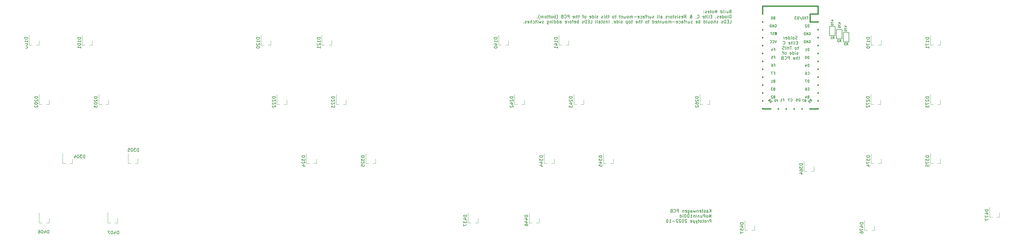
<source format=gbo>
G04 #@! TF.GenerationSoftware,KiCad,Pcbnew,7.0.1*
G04 #@! TF.CreationDate,2023-04-12T10:33:03-04:00*
G04 #@! TF.ProjectId,kastenwagen-1840-chunky,6b617374-656e-4776-9167-656e2d313834,rev?*
G04 #@! TF.SameCoordinates,Original*
G04 #@! TF.FileFunction,Legend,Bot*
G04 #@! TF.FilePolarity,Positive*
%FSLAX46Y46*%
G04 Gerber Fmt 4.6, Leading zero omitted, Abs format (unit mm)*
G04 Created by KiCad (PCBNEW 7.0.1) date 2023-04-12 10:33:03*
%MOMM*%
%LPD*%
G01*
G04 APERTURE LIST*
%ADD10C,0.150000*%
%ADD11C,0.200000*%
%ADD12C,0.120000*%
%ADD13C,0.381000*%
%ADD14R,1.752600X1.752600*%
%ADD15C,1.752600*%
%ADD16C,1.750000*%
%ADD17C,3.987800*%
%ADD18C,2.250000*%
%ADD19C,3.048000*%
%ADD20R,2.000000X2.000000*%
%ADD21C,2.000000*%
%ADD22R,0.800000X1.900000*%
%ADD23R,1.300000X0.700000*%
%ADD24R,3.250000X2.000000*%
%ADD25R,2.000000X3.250000*%
G04 APERTURE END LIST*
D10*
X253534380Y-76312619D02*
X253534380Y-75312619D01*
X252962952Y-76312619D02*
X253391523Y-75741190D01*
X252962952Y-75312619D02*
X253534380Y-75884047D01*
X252105809Y-76312619D02*
X252105809Y-75788809D01*
X252105809Y-75788809D02*
X252153428Y-75693571D01*
X252153428Y-75693571D02*
X252248666Y-75645952D01*
X252248666Y-75645952D02*
X252439142Y-75645952D01*
X252439142Y-75645952D02*
X252534380Y-75693571D01*
X252105809Y-76265000D02*
X252201047Y-76312619D01*
X252201047Y-76312619D02*
X252439142Y-76312619D01*
X252439142Y-76312619D02*
X252534380Y-76265000D01*
X252534380Y-76265000D02*
X252581999Y-76169761D01*
X252581999Y-76169761D02*
X252581999Y-76074523D01*
X252581999Y-76074523D02*
X252534380Y-75979285D01*
X252534380Y-75979285D02*
X252439142Y-75931666D01*
X252439142Y-75931666D02*
X252201047Y-75931666D01*
X252201047Y-75931666D02*
X252105809Y-75884047D01*
X251677237Y-76265000D02*
X251581999Y-76312619D01*
X251581999Y-76312619D02*
X251391523Y-76312619D01*
X251391523Y-76312619D02*
X251296285Y-76265000D01*
X251296285Y-76265000D02*
X251248666Y-76169761D01*
X251248666Y-76169761D02*
X251248666Y-76122142D01*
X251248666Y-76122142D02*
X251296285Y-76026904D01*
X251296285Y-76026904D02*
X251391523Y-75979285D01*
X251391523Y-75979285D02*
X251534380Y-75979285D01*
X251534380Y-75979285D02*
X251629618Y-75931666D01*
X251629618Y-75931666D02*
X251677237Y-75836428D01*
X251677237Y-75836428D02*
X251677237Y-75788809D01*
X251677237Y-75788809D02*
X251629618Y-75693571D01*
X251629618Y-75693571D02*
X251534380Y-75645952D01*
X251534380Y-75645952D02*
X251391523Y-75645952D01*
X251391523Y-75645952D02*
X251296285Y-75693571D01*
X250962951Y-75645952D02*
X250581999Y-75645952D01*
X250820094Y-75312619D02*
X250820094Y-76169761D01*
X250820094Y-76169761D02*
X250772475Y-76265000D01*
X250772475Y-76265000D02*
X250677237Y-76312619D01*
X250677237Y-76312619D02*
X250581999Y-76312619D01*
X249867713Y-76265000D02*
X249962951Y-76312619D01*
X249962951Y-76312619D02*
X250153427Y-76312619D01*
X250153427Y-76312619D02*
X250248665Y-76265000D01*
X250248665Y-76265000D02*
X250296284Y-76169761D01*
X250296284Y-76169761D02*
X250296284Y-75788809D01*
X250296284Y-75788809D02*
X250248665Y-75693571D01*
X250248665Y-75693571D02*
X250153427Y-75645952D01*
X250153427Y-75645952D02*
X249962951Y-75645952D01*
X249962951Y-75645952D02*
X249867713Y-75693571D01*
X249867713Y-75693571D02*
X249820094Y-75788809D01*
X249820094Y-75788809D02*
X249820094Y-75884047D01*
X249820094Y-75884047D02*
X250296284Y-75979285D01*
X249391522Y-75645952D02*
X249391522Y-76312619D01*
X249391522Y-75741190D02*
X249343903Y-75693571D01*
X249343903Y-75693571D02*
X249248665Y-75645952D01*
X249248665Y-75645952D02*
X249105808Y-75645952D01*
X249105808Y-75645952D02*
X249010570Y-75693571D01*
X249010570Y-75693571D02*
X248962951Y-75788809D01*
X248962951Y-75788809D02*
X248962951Y-76312619D01*
X248581998Y-75645952D02*
X248391522Y-76312619D01*
X248391522Y-76312619D02*
X248201046Y-75836428D01*
X248201046Y-75836428D02*
X248010570Y-76312619D01*
X248010570Y-76312619D02*
X247820094Y-75645952D01*
X247010570Y-76312619D02*
X247010570Y-75788809D01*
X247010570Y-75788809D02*
X247058189Y-75693571D01*
X247058189Y-75693571D02*
X247153427Y-75645952D01*
X247153427Y-75645952D02*
X247343903Y-75645952D01*
X247343903Y-75645952D02*
X247439141Y-75693571D01*
X247010570Y-76265000D02*
X247105808Y-76312619D01*
X247105808Y-76312619D02*
X247343903Y-76312619D01*
X247343903Y-76312619D02*
X247439141Y-76265000D01*
X247439141Y-76265000D02*
X247486760Y-76169761D01*
X247486760Y-76169761D02*
X247486760Y-76074523D01*
X247486760Y-76074523D02*
X247439141Y-75979285D01*
X247439141Y-75979285D02*
X247343903Y-75931666D01*
X247343903Y-75931666D02*
X247105808Y-75931666D01*
X247105808Y-75931666D02*
X247010570Y-75884047D01*
X246105808Y-75645952D02*
X246105808Y-76455476D01*
X246105808Y-76455476D02*
X246153427Y-76550714D01*
X246153427Y-76550714D02*
X246201046Y-76598333D01*
X246201046Y-76598333D02*
X246296284Y-76645952D01*
X246296284Y-76645952D02*
X246439141Y-76645952D01*
X246439141Y-76645952D02*
X246534379Y-76598333D01*
X246105808Y-76265000D02*
X246201046Y-76312619D01*
X246201046Y-76312619D02*
X246391522Y-76312619D01*
X246391522Y-76312619D02*
X246486760Y-76265000D01*
X246486760Y-76265000D02*
X246534379Y-76217380D01*
X246534379Y-76217380D02*
X246581998Y-76122142D01*
X246581998Y-76122142D02*
X246581998Y-75836428D01*
X246581998Y-75836428D02*
X246534379Y-75741190D01*
X246534379Y-75741190D02*
X246486760Y-75693571D01*
X246486760Y-75693571D02*
X246391522Y-75645952D01*
X246391522Y-75645952D02*
X246201046Y-75645952D01*
X246201046Y-75645952D02*
X246105808Y-75693571D01*
X245248665Y-76265000D02*
X245343903Y-76312619D01*
X245343903Y-76312619D02*
X245534379Y-76312619D01*
X245534379Y-76312619D02*
X245629617Y-76265000D01*
X245629617Y-76265000D02*
X245677236Y-76169761D01*
X245677236Y-76169761D02*
X245677236Y-75788809D01*
X245677236Y-75788809D02*
X245629617Y-75693571D01*
X245629617Y-75693571D02*
X245534379Y-75645952D01*
X245534379Y-75645952D02*
X245343903Y-75645952D01*
X245343903Y-75645952D02*
X245248665Y-75693571D01*
X245248665Y-75693571D02*
X245201046Y-75788809D01*
X245201046Y-75788809D02*
X245201046Y-75884047D01*
X245201046Y-75884047D02*
X245677236Y-75979285D01*
X244772474Y-75645952D02*
X244772474Y-76312619D01*
X244772474Y-75741190D02*
X244724855Y-75693571D01*
X244724855Y-75693571D02*
X244629617Y-75645952D01*
X244629617Y-75645952D02*
X244486760Y-75645952D01*
X244486760Y-75645952D02*
X244391522Y-75693571D01*
X244391522Y-75693571D02*
X244343903Y-75788809D01*
X244343903Y-75788809D02*
X244343903Y-76312619D01*
X243105807Y-76312619D02*
X243105807Y-75312619D01*
X243105807Y-75312619D02*
X242724855Y-75312619D01*
X242724855Y-75312619D02*
X242629617Y-75360238D01*
X242629617Y-75360238D02*
X242581998Y-75407857D01*
X242581998Y-75407857D02*
X242534379Y-75503095D01*
X242534379Y-75503095D02*
X242534379Y-75645952D01*
X242534379Y-75645952D02*
X242581998Y-75741190D01*
X242581998Y-75741190D02*
X242629617Y-75788809D01*
X242629617Y-75788809D02*
X242724855Y-75836428D01*
X242724855Y-75836428D02*
X243105807Y-75836428D01*
X241534379Y-76217380D02*
X241581998Y-76265000D01*
X241581998Y-76265000D02*
X241724855Y-76312619D01*
X241724855Y-76312619D02*
X241820093Y-76312619D01*
X241820093Y-76312619D02*
X241962950Y-76265000D01*
X241962950Y-76265000D02*
X242058188Y-76169761D01*
X242058188Y-76169761D02*
X242105807Y-76074523D01*
X242105807Y-76074523D02*
X242153426Y-75884047D01*
X242153426Y-75884047D02*
X242153426Y-75741190D01*
X242153426Y-75741190D02*
X242105807Y-75550714D01*
X242105807Y-75550714D02*
X242058188Y-75455476D01*
X242058188Y-75455476D02*
X241962950Y-75360238D01*
X241962950Y-75360238D02*
X241820093Y-75312619D01*
X241820093Y-75312619D02*
X241724855Y-75312619D01*
X241724855Y-75312619D02*
X241581998Y-75360238D01*
X241581998Y-75360238D02*
X241534379Y-75407857D01*
X240772474Y-75788809D02*
X240629617Y-75836428D01*
X240629617Y-75836428D02*
X240581998Y-75884047D01*
X240581998Y-75884047D02*
X240534379Y-75979285D01*
X240534379Y-75979285D02*
X240534379Y-76122142D01*
X240534379Y-76122142D02*
X240581998Y-76217380D01*
X240581998Y-76217380D02*
X240629617Y-76265000D01*
X240629617Y-76265000D02*
X240724855Y-76312619D01*
X240724855Y-76312619D02*
X241105807Y-76312619D01*
X241105807Y-76312619D02*
X241105807Y-75312619D01*
X241105807Y-75312619D02*
X240772474Y-75312619D01*
X240772474Y-75312619D02*
X240677236Y-75360238D01*
X240677236Y-75360238D02*
X240629617Y-75407857D01*
X240629617Y-75407857D02*
X240581998Y-75503095D01*
X240581998Y-75503095D02*
X240581998Y-75598333D01*
X240581998Y-75598333D02*
X240629617Y-75693571D01*
X240629617Y-75693571D02*
X240677236Y-75741190D01*
X240677236Y-75741190D02*
X240772474Y-75788809D01*
X240772474Y-75788809D02*
X241105807Y-75788809D01*
X253534380Y-77932619D02*
X253534380Y-76932619D01*
X253534380Y-76932619D02*
X252962952Y-77932619D01*
X252962952Y-77932619D02*
X252962952Y-76932619D01*
X252343904Y-77932619D02*
X252439142Y-77885000D01*
X252439142Y-77885000D02*
X252486761Y-77837380D01*
X252486761Y-77837380D02*
X252534380Y-77742142D01*
X252534380Y-77742142D02*
X252534380Y-77456428D01*
X252534380Y-77456428D02*
X252486761Y-77361190D01*
X252486761Y-77361190D02*
X252439142Y-77313571D01*
X252439142Y-77313571D02*
X252343904Y-77265952D01*
X252343904Y-77265952D02*
X252201047Y-77265952D01*
X252201047Y-77265952D02*
X252105809Y-77313571D01*
X252105809Y-77313571D02*
X252058190Y-77361190D01*
X252058190Y-77361190D02*
X252010571Y-77456428D01*
X252010571Y-77456428D02*
X252010571Y-77742142D01*
X252010571Y-77742142D02*
X252058190Y-77837380D01*
X252058190Y-77837380D02*
X252105809Y-77885000D01*
X252105809Y-77885000D02*
X252201047Y-77932619D01*
X252201047Y-77932619D02*
X252343904Y-77932619D01*
X251581999Y-77932619D02*
X251581999Y-76932619D01*
X251581999Y-76932619D02*
X251201047Y-76932619D01*
X251201047Y-76932619D02*
X251105809Y-76980238D01*
X251105809Y-76980238D02*
X251058190Y-77027857D01*
X251058190Y-77027857D02*
X251010571Y-77123095D01*
X251010571Y-77123095D02*
X251010571Y-77265952D01*
X251010571Y-77265952D02*
X251058190Y-77361190D01*
X251058190Y-77361190D02*
X251105809Y-77408809D01*
X251105809Y-77408809D02*
X251201047Y-77456428D01*
X251201047Y-77456428D02*
X251581999Y-77456428D01*
X250153428Y-77265952D02*
X250153428Y-77932619D01*
X250581999Y-77265952D02*
X250581999Y-77789761D01*
X250581999Y-77789761D02*
X250534380Y-77885000D01*
X250534380Y-77885000D02*
X250439142Y-77932619D01*
X250439142Y-77932619D02*
X250296285Y-77932619D01*
X250296285Y-77932619D02*
X250201047Y-77885000D01*
X250201047Y-77885000D02*
X250153428Y-77837380D01*
X249677237Y-77265952D02*
X249677237Y-77932619D01*
X249677237Y-77361190D02*
X249629618Y-77313571D01*
X249629618Y-77313571D02*
X249534380Y-77265952D01*
X249534380Y-77265952D02*
X249391523Y-77265952D01*
X249391523Y-77265952D02*
X249296285Y-77313571D01*
X249296285Y-77313571D02*
X249248666Y-77408809D01*
X249248666Y-77408809D02*
X249248666Y-77932619D01*
X248772475Y-77932619D02*
X248772475Y-76932619D01*
X248296285Y-77265952D02*
X248296285Y-77932619D01*
X248296285Y-77361190D02*
X248248666Y-77313571D01*
X248248666Y-77313571D02*
X248153428Y-77265952D01*
X248153428Y-77265952D02*
X248010571Y-77265952D01*
X248010571Y-77265952D02*
X247915333Y-77313571D01*
X247915333Y-77313571D02*
X247867714Y-77408809D01*
X247867714Y-77408809D02*
X247867714Y-77932619D01*
X246867714Y-77932619D02*
X247439142Y-77932619D01*
X247153428Y-77932619D02*
X247153428Y-76932619D01*
X247153428Y-76932619D02*
X247248666Y-77075476D01*
X247248666Y-77075476D02*
X247343904Y-77170714D01*
X247343904Y-77170714D02*
X247439142Y-77218333D01*
X246248666Y-76932619D02*
X246153428Y-76932619D01*
X246153428Y-76932619D02*
X246058190Y-76980238D01*
X246058190Y-76980238D02*
X246010571Y-77027857D01*
X246010571Y-77027857D02*
X245962952Y-77123095D01*
X245962952Y-77123095D02*
X245915333Y-77313571D01*
X245915333Y-77313571D02*
X245915333Y-77551666D01*
X245915333Y-77551666D02*
X245962952Y-77742142D01*
X245962952Y-77742142D02*
X246010571Y-77837380D01*
X246010571Y-77837380D02*
X246058190Y-77885000D01*
X246058190Y-77885000D02*
X246153428Y-77932619D01*
X246153428Y-77932619D02*
X246248666Y-77932619D01*
X246248666Y-77932619D02*
X246343904Y-77885000D01*
X246343904Y-77885000D02*
X246391523Y-77837380D01*
X246391523Y-77837380D02*
X246439142Y-77742142D01*
X246439142Y-77742142D02*
X246486761Y-77551666D01*
X246486761Y-77551666D02*
X246486761Y-77313571D01*
X246486761Y-77313571D02*
X246439142Y-77123095D01*
X246439142Y-77123095D02*
X246391523Y-77027857D01*
X246391523Y-77027857D02*
X246343904Y-76980238D01*
X246343904Y-76980238D02*
X246248666Y-76932619D01*
X245486761Y-77932619D02*
X245486761Y-76932619D01*
X245486761Y-76932619D02*
X245248666Y-76932619D01*
X245248666Y-76932619D02*
X245105809Y-76980238D01*
X245105809Y-76980238D02*
X245010571Y-77075476D01*
X245010571Y-77075476D02*
X244962952Y-77170714D01*
X244962952Y-77170714D02*
X244915333Y-77361190D01*
X244915333Y-77361190D02*
X244915333Y-77504047D01*
X244915333Y-77504047D02*
X244962952Y-77694523D01*
X244962952Y-77694523D02*
X245010571Y-77789761D01*
X245010571Y-77789761D02*
X245105809Y-77885000D01*
X245105809Y-77885000D02*
X245248666Y-77932619D01*
X245248666Y-77932619D02*
X245486761Y-77932619D01*
X244486761Y-77932619D02*
X244486761Y-77265952D01*
X244486761Y-76932619D02*
X244534380Y-76980238D01*
X244534380Y-76980238D02*
X244486761Y-77027857D01*
X244486761Y-77027857D02*
X244439142Y-76980238D01*
X244439142Y-76980238D02*
X244486761Y-76932619D01*
X244486761Y-76932619D02*
X244486761Y-77027857D01*
X243582000Y-77932619D02*
X243582000Y-76932619D01*
X243582000Y-77885000D02*
X243677238Y-77932619D01*
X243677238Y-77932619D02*
X243867714Y-77932619D01*
X243867714Y-77932619D02*
X243962952Y-77885000D01*
X243962952Y-77885000D02*
X244010571Y-77837380D01*
X244010571Y-77837380D02*
X244058190Y-77742142D01*
X244058190Y-77742142D02*
X244058190Y-77456428D01*
X244058190Y-77456428D02*
X244010571Y-77361190D01*
X244010571Y-77361190D02*
X243962952Y-77313571D01*
X243962952Y-77313571D02*
X243867714Y-77265952D01*
X243867714Y-77265952D02*
X243677238Y-77265952D01*
X243677238Y-77265952D02*
X243582000Y-77313571D01*
X253534380Y-79552619D02*
X253534380Y-78552619D01*
X253534380Y-78552619D02*
X253153428Y-78552619D01*
X253153428Y-78552619D02*
X253058190Y-78600238D01*
X253058190Y-78600238D02*
X253010571Y-78647857D01*
X253010571Y-78647857D02*
X252962952Y-78743095D01*
X252962952Y-78743095D02*
X252962952Y-78885952D01*
X252962952Y-78885952D02*
X253010571Y-78981190D01*
X253010571Y-78981190D02*
X253058190Y-79028809D01*
X253058190Y-79028809D02*
X253153428Y-79076428D01*
X253153428Y-79076428D02*
X253534380Y-79076428D01*
X252534380Y-79552619D02*
X252534380Y-78885952D01*
X252534380Y-79076428D02*
X252486761Y-78981190D01*
X252486761Y-78981190D02*
X252439142Y-78933571D01*
X252439142Y-78933571D02*
X252343904Y-78885952D01*
X252343904Y-78885952D02*
X252248666Y-78885952D01*
X251772475Y-79552619D02*
X251867713Y-79505000D01*
X251867713Y-79505000D02*
X251915332Y-79457380D01*
X251915332Y-79457380D02*
X251962951Y-79362142D01*
X251962951Y-79362142D02*
X251962951Y-79076428D01*
X251962951Y-79076428D02*
X251915332Y-78981190D01*
X251915332Y-78981190D02*
X251867713Y-78933571D01*
X251867713Y-78933571D02*
X251772475Y-78885952D01*
X251772475Y-78885952D02*
X251629618Y-78885952D01*
X251629618Y-78885952D02*
X251534380Y-78933571D01*
X251534380Y-78933571D02*
X251486761Y-78981190D01*
X251486761Y-78981190D02*
X251439142Y-79076428D01*
X251439142Y-79076428D02*
X251439142Y-79362142D01*
X251439142Y-79362142D02*
X251486761Y-79457380D01*
X251486761Y-79457380D02*
X251534380Y-79505000D01*
X251534380Y-79505000D02*
X251629618Y-79552619D01*
X251629618Y-79552619D02*
X251772475Y-79552619D01*
X251153427Y-78885952D02*
X250772475Y-78885952D01*
X251010570Y-78552619D02*
X251010570Y-79409761D01*
X251010570Y-79409761D02*
X250962951Y-79505000D01*
X250962951Y-79505000D02*
X250867713Y-79552619D01*
X250867713Y-79552619D02*
X250772475Y-79552619D01*
X250296284Y-79552619D02*
X250391522Y-79505000D01*
X250391522Y-79505000D02*
X250439141Y-79457380D01*
X250439141Y-79457380D02*
X250486760Y-79362142D01*
X250486760Y-79362142D02*
X250486760Y-79076428D01*
X250486760Y-79076428D02*
X250439141Y-78981190D01*
X250439141Y-78981190D02*
X250391522Y-78933571D01*
X250391522Y-78933571D02*
X250296284Y-78885952D01*
X250296284Y-78885952D02*
X250153427Y-78885952D01*
X250153427Y-78885952D02*
X250058189Y-78933571D01*
X250058189Y-78933571D02*
X250010570Y-78981190D01*
X250010570Y-78981190D02*
X249962951Y-79076428D01*
X249962951Y-79076428D02*
X249962951Y-79362142D01*
X249962951Y-79362142D02*
X250010570Y-79457380D01*
X250010570Y-79457380D02*
X250058189Y-79505000D01*
X250058189Y-79505000D02*
X250153427Y-79552619D01*
X250153427Y-79552619D02*
X250296284Y-79552619D01*
X249677236Y-78885952D02*
X249296284Y-78885952D01*
X249534379Y-78552619D02*
X249534379Y-79409761D01*
X249534379Y-79409761D02*
X249486760Y-79505000D01*
X249486760Y-79505000D02*
X249391522Y-79552619D01*
X249391522Y-79552619D02*
X249296284Y-79552619D01*
X249058188Y-78885952D02*
X248820093Y-79552619D01*
X248581998Y-78885952D02*
X248820093Y-79552619D01*
X248820093Y-79552619D02*
X248915331Y-79790714D01*
X248915331Y-79790714D02*
X248962950Y-79838333D01*
X248962950Y-79838333D02*
X249058188Y-79885952D01*
X248201045Y-78885952D02*
X248201045Y-79885952D01*
X248201045Y-78933571D02*
X248105807Y-78885952D01*
X248105807Y-78885952D02*
X247915331Y-78885952D01*
X247915331Y-78885952D02*
X247820093Y-78933571D01*
X247820093Y-78933571D02*
X247772474Y-78981190D01*
X247772474Y-78981190D02*
X247724855Y-79076428D01*
X247724855Y-79076428D02*
X247724855Y-79362142D01*
X247724855Y-79362142D02*
X247772474Y-79457380D01*
X247772474Y-79457380D02*
X247820093Y-79505000D01*
X247820093Y-79505000D02*
X247915331Y-79552619D01*
X247915331Y-79552619D02*
X248105807Y-79552619D01*
X248105807Y-79552619D02*
X248201045Y-79505000D01*
X246915331Y-79505000D02*
X247010569Y-79552619D01*
X247010569Y-79552619D02*
X247201045Y-79552619D01*
X247201045Y-79552619D02*
X247296283Y-79505000D01*
X247296283Y-79505000D02*
X247343902Y-79409761D01*
X247343902Y-79409761D02*
X247343902Y-79028809D01*
X247343902Y-79028809D02*
X247296283Y-78933571D01*
X247296283Y-78933571D02*
X247201045Y-78885952D01*
X247201045Y-78885952D02*
X247010569Y-78885952D01*
X247010569Y-78885952D02*
X246915331Y-78933571D01*
X246915331Y-78933571D02*
X246867712Y-79028809D01*
X246867712Y-79028809D02*
X246867712Y-79124047D01*
X246867712Y-79124047D02*
X247343902Y-79219285D01*
X245724854Y-78647857D02*
X245677235Y-78600238D01*
X245677235Y-78600238D02*
X245581997Y-78552619D01*
X245581997Y-78552619D02*
X245343902Y-78552619D01*
X245343902Y-78552619D02*
X245248664Y-78600238D01*
X245248664Y-78600238D02*
X245201045Y-78647857D01*
X245201045Y-78647857D02*
X245153426Y-78743095D01*
X245153426Y-78743095D02*
X245153426Y-78838333D01*
X245153426Y-78838333D02*
X245201045Y-78981190D01*
X245201045Y-78981190D02*
X245772473Y-79552619D01*
X245772473Y-79552619D02*
X245153426Y-79552619D01*
X244534378Y-78552619D02*
X244439140Y-78552619D01*
X244439140Y-78552619D02*
X244343902Y-78600238D01*
X244343902Y-78600238D02*
X244296283Y-78647857D01*
X244296283Y-78647857D02*
X244248664Y-78743095D01*
X244248664Y-78743095D02*
X244201045Y-78933571D01*
X244201045Y-78933571D02*
X244201045Y-79171666D01*
X244201045Y-79171666D02*
X244248664Y-79362142D01*
X244248664Y-79362142D02*
X244296283Y-79457380D01*
X244296283Y-79457380D02*
X244343902Y-79505000D01*
X244343902Y-79505000D02*
X244439140Y-79552619D01*
X244439140Y-79552619D02*
X244534378Y-79552619D01*
X244534378Y-79552619D02*
X244629616Y-79505000D01*
X244629616Y-79505000D02*
X244677235Y-79457380D01*
X244677235Y-79457380D02*
X244724854Y-79362142D01*
X244724854Y-79362142D02*
X244772473Y-79171666D01*
X244772473Y-79171666D02*
X244772473Y-78933571D01*
X244772473Y-78933571D02*
X244724854Y-78743095D01*
X244724854Y-78743095D02*
X244677235Y-78647857D01*
X244677235Y-78647857D02*
X244629616Y-78600238D01*
X244629616Y-78600238D02*
X244534378Y-78552619D01*
X243820092Y-78647857D02*
X243772473Y-78600238D01*
X243772473Y-78600238D02*
X243677235Y-78552619D01*
X243677235Y-78552619D02*
X243439140Y-78552619D01*
X243439140Y-78552619D02*
X243343902Y-78600238D01*
X243343902Y-78600238D02*
X243296283Y-78647857D01*
X243296283Y-78647857D02*
X243248664Y-78743095D01*
X243248664Y-78743095D02*
X243248664Y-78838333D01*
X243248664Y-78838333D02*
X243296283Y-78981190D01*
X243296283Y-78981190D02*
X243867711Y-79552619D01*
X243867711Y-79552619D02*
X243248664Y-79552619D01*
X242867711Y-78647857D02*
X242820092Y-78600238D01*
X242820092Y-78600238D02*
X242724854Y-78552619D01*
X242724854Y-78552619D02*
X242486759Y-78552619D01*
X242486759Y-78552619D02*
X242391521Y-78600238D01*
X242391521Y-78600238D02*
X242343902Y-78647857D01*
X242343902Y-78647857D02*
X242296283Y-78743095D01*
X242296283Y-78743095D02*
X242296283Y-78838333D01*
X242296283Y-78838333D02*
X242343902Y-78981190D01*
X242343902Y-78981190D02*
X242915330Y-79552619D01*
X242915330Y-79552619D02*
X242296283Y-79552619D01*
X241867711Y-79171666D02*
X241105807Y-79171666D01*
X240105807Y-79552619D02*
X240677235Y-79552619D01*
X240391521Y-79552619D02*
X240391521Y-78552619D01*
X240391521Y-78552619D02*
X240486759Y-78695476D01*
X240486759Y-78695476D02*
X240581997Y-78790714D01*
X240581997Y-78790714D02*
X240677235Y-78838333D01*
X239486759Y-78552619D02*
X239391521Y-78552619D01*
X239391521Y-78552619D02*
X239296283Y-78600238D01*
X239296283Y-78600238D02*
X239248664Y-78647857D01*
X239248664Y-78647857D02*
X239201045Y-78743095D01*
X239201045Y-78743095D02*
X239153426Y-78933571D01*
X239153426Y-78933571D02*
X239153426Y-79171666D01*
X239153426Y-79171666D02*
X239201045Y-79362142D01*
X239201045Y-79362142D02*
X239248664Y-79457380D01*
X239248664Y-79457380D02*
X239296283Y-79505000D01*
X239296283Y-79505000D02*
X239391521Y-79552619D01*
X239391521Y-79552619D02*
X239486759Y-79552619D01*
X239486759Y-79552619D02*
X239581997Y-79505000D01*
X239581997Y-79505000D02*
X239629616Y-79457380D01*
X239629616Y-79457380D02*
X239677235Y-79362142D01*
X239677235Y-79362142D02*
X239724854Y-79171666D01*
X239724854Y-79171666D02*
X239724854Y-78933571D01*
X239724854Y-78933571D02*
X239677235Y-78743095D01*
X239677235Y-78743095D02*
X239629616Y-78647857D01*
X239629616Y-78647857D02*
X239581997Y-78600238D01*
X239581997Y-78600238D02*
X239486759Y-78552619D01*
X281133276Y-20644600D02*
X280990419Y-20692219D01*
X280990419Y-20692219D02*
X280752324Y-20692219D01*
X280752324Y-20692219D02*
X280657086Y-20644600D01*
X280657086Y-20644600D02*
X280609467Y-20596980D01*
X280609467Y-20596980D02*
X280561848Y-20501742D01*
X280561848Y-20501742D02*
X280561848Y-20406504D01*
X280561848Y-20406504D02*
X280609467Y-20311266D01*
X280609467Y-20311266D02*
X280657086Y-20263647D01*
X280657086Y-20263647D02*
X280752324Y-20216028D01*
X280752324Y-20216028D02*
X280942800Y-20168409D01*
X280942800Y-20168409D02*
X281038038Y-20120790D01*
X281038038Y-20120790D02*
X281085657Y-20073171D01*
X281085657Y-20073171D02*
X281133276Y-19977933D01*
X281133276Y-19977933D02*
X281133276Y-19882695D01*
X281133276Y-19882695D02*
X281085657Y-19787457D01*
X281085657Y-19787457D02*
X281038038Y-19739838D01*
X281038038Y-19739838D02*
X280942800Y-19692219D01*
X280942800Y-19692219D02*
X280704705Y-19692219D01*
X280704705Y-19692219D02*
X280561848Y-19739838D01*
X279990419Y-20692219D02*
X280085657Y-20644600D01*
X280085657Y-20644600D02*
X280133276Y-20596980D01*
X280133276Y-20596980D02*
X280180895Y-20501742D01*
X280180895Y-20501742D02*
X280180895Y-20216028D01*
X280180895Y-20216028D02*
X280133276Y-20120790D01*
X280133276Y-20120790D02*
X280085657Y-20073171D01*
X280085657Y-20073171D02*
X279990419Y-20025552D01*
X279990419Y-20025552D02*
X279847562Y-20025552D01*
X279847562Y-20025552D02*
X279752324Y-20073171D01*
X279752324Y-20073171D02*
X279704705Y-20120790D01*
X279704705Y-20120790D02*
X279657086Y-20216028D01*
X279657086Y-20216028D02*
X279657086Y-20501742D01*
X279657086Y-20501742D02*
X279704705Y-20596980D01*
X279704705Y-20596980D02*
X279752324Y-20644600D01*
X279752324Y-20644600D02*
X279847562Y-20692219D01*
X279847562Y-20692219D02*
X279990419Y-20692219D01*
X279085657Y-20692219D02*
X279180895Y-20644600D01*
X279180895Y-20644600D02*
X279228514Y-20549361D01*
X279228514Y-20549361D02*
X279228514Y-19692219D01*
X278276133Y-20692219D02*
X278276133Y-19692219D01*
X278276133Y-20644600D02*
X278371371Y-20692219D01*
X278371371Y-20692219D02*
X278561847Y-20692219D01*
X278561847Y-20692219D02*
X278657085Y-20644600D01*
X278657085Y-20644600D02*
X278704704Y-20596980D01*
X278704704Y-20596980D02*
X278752323Y-20501742D01*
X278752323Y-20501742D02*
X278752323Y-20216028D01*
X278752323Y-20216028D02*
X278704704Y-20120790D01*
X278704704Y-20120790D02*
X278657085Y-20073171D01*
X278657085Y-20073171D02*
X278561847Y-20025552D01*
X278561847Y-20025552D02*
X278371371Y-20025552D01*
X278371371Y-20025552D02*
X278276133Y-20073171D01*
X277418990Y-20644600D02*
X277514228Y-20692219D01*
X277514228Y-20692219D02*
X277704704Y-20692219D01*
X277704704Y-20692219D02*
X277799942Y-20644600D01*
X277799942Y-20644600D02*
X277847561Y-20549361D01*
X277847561Y-20549361D02*
X277847561Y-20168409D01*
X277847561Y-20168409D02*
X277799942Y-20073171D01*
X277799942Y-20073171D02*
X277704704Y-20025552D01*
X277704704Y-20025552D02*
X277514228Y-20025552D01*
X277514228Y-20025552D02*
X277418990Y-20073171D01*
X277418990Y-20073171D02*
X277371371Y-20168409D01*
X277371371Y-20168409D02*
X277371371Y-20263647D01*
X277371371Y-20263647D02*
X277847561Y-20358885D01*
X276942799Y-20692219D02*
X276942799Y-20025552D01*
X276942799Y-20216028D02*
X276895180Y-20120790D01*
X276895180Y-20120790D02*
X276847561Y-20073171D01*
X276847561Y-20073171D02*
X276752323Y-20025552D01*
X276752323Y-20025552D02*
X276657085Y-20025552D01*
X281252323Y-21788409D02*
X280918990Y-21788409D01*
X280776133Y-22312219D02*
X281252323Y-22312219D01*
X281252323Y-22312219D02*
X281252323Y-21312219D01*
X281252323Y-21312219D02*
X280776133Y-21312219D01*
X280204704Y-22312219D02*
X280299942Y-22264600D01*
X280299942Y-22264600D02*
X280347561Y-22169361D01*
X280347561Y-22169361D02*
X280347561Y-21312219D01*
X279823751Y-22312219D02*
X279823751Y-21645552D01*
X279823751Y-21312219D02*
X279871370Y-21359838D01*
X279871370Y-21359838D02*
X279823751Y-21407457D01*
X279823751Y-21407457D02*
X279776132Y-21359838D01*
X279776132Y-21359838D02*
X279823751Y-21312219D01*
X279823751Y-21312219D02*
X279823751Y-21407457D01*
X279490418Y-21645552D02*
X279109466Y-21645552D01*
X279347561Y-21312219D02*
X279347561Y-22169361D01*
X279347561Y-22169361D02*
X279299942Y-22264600D01*
X279299942Y-22264600D02*
X279204704Y-22312219D01*
X279204704Y-22312219D02*
X279109466Y-22312219D01*
X278395180Y-22264600D02*
X278490418Y-22312219D01*
X278490418Y-22312219D02*
X278680894Y-22312219D01*
X278680894Y-22312219D02*
X278776132Y-22264600D01*
X278776132Y-22264600D02*
X278823751Y-22169361D01*
X278823751Y-22169361D02*
X278823751Y-21788409D01*
X278823751Y-21788409D02*
X278776132Y-21693171D01*
X278776132Y-21693171D02*
X278680894Y-21645552D01*
X278680894Y-21645552D02*
X278490418Y-21645552D01*
X278490418Y-21645552D02*
X278395180Y-21693171D01*
X278395180Y-21693171D02*
X278347561Y-21788409D01*
X278347561Y-21788409D02*
X278347561Y-21883647D01*
X278347561Y-21883647D02*
X278823751Y-21978885D01*
X276585656Y-22216980D02*
X276633275Y-22264600D01*
X276633275Y-22264600D02*
X276776132Y-22312219D01*
X276776132Y-22312219D02*
X276871370Y-22312219D01*
X276871370Y-22312219D02*
X277014227Y-22264600D01*
X277014227Y-22264600D02*
X277109465Y-22169361D01*
X277109465Y-22169361D02*
X277157084Y-22074123D01*
X277157084Y-22074123D02*
X277204703Y-21883647D01*
X277204703Y-21883647D02*
X277204703Y-21740790D01*
X277204703Y-21740790D02*
X277157084Y-21550314D01*
X277157084Y-21550314D02*
X277109465Y-21455076D01*
X277109465Y-21455076D02*
X277014227Y-21359838D01*
X277014227Y-21359838D02*
X276871370Y-21312219D01*
X276871370Y-21312219D02*
X276776132Y-21312219D01*
X276776132Y-21312219D02*
X276633275Y-21359838D01*
X276633275Y-21359838D02*
X276585656Y-21407457D01*
X281585656Y-23265552D02*
X281204704Y-23265552D01*
X281442799Y-22932219D02*
X281442799Y-23789361D01*
X281442799Y-23789361D02*
X281395180Y-23884600D01*
X281395180Y-23884600D02*
X281299942Y-23932219D01*
X281299942Y-23932219D02*
X281204704Y-23932219D01*
X280728513Y-23932219D02*
X280823751Y-23884600D01*
X280823751Y-23884600D02*
X280871370Y-23836980D01*
X280871370Y-23836980D02*
X280918989Y-23741742D01*
X280918989Y-23741742D02*
X280918989Y-23456028D01*
X280918989Y-23456028D02*
X280871370Y-23360790D01*
X280871370Y-23360790D02*
X280823751Y-23313171D01*
X280823751Y-23313171D02*
X280728513Y-23265552D01*
X280728513Y-23265552D02*
X280585656Y-23265552D01*
X280585656Y-23265552D02*
X280490418Y-23313171D01*
X280490418Y-23313171D02*
X280442799Y-23360790D01*
X280442799Y-23360790D02*
X280395180Y-23456028D01*
X280395180Y-23456028D02*
X280395180Y-23741742D01*
X280395180Y-23741742D02*
X280442799Y-23836980D01*
X280442799Y-23836980D02*
X280490418Y-23884600D01*
X280490418Y-23884600D02*
X280585656Y-23932219D01*
X280585656Y-23932219D02*
X280728513Y-23932219D01*
X279347560Y-22932219D02*
X278776132Y-22932219D01*
X279061846Y-23932219D02*
X279061846Y-22932219D01*
X278442798Y-23932219D02*
X278442798Y-22932219D01*
X278442798Y-23408409D02*
X277871370Y-23408409D01*
X277871370Y-23932219D02*
X277871370Y-22932219D01*
X277395179Y-23932219D02*
X277395179Y-22932219D01*
X276966608Y-23884600D02*
X276823751Y-23932219D01*
X276823751Y-23932219D02*
X276585656Y-23932219D01*
X276585656Y-23932219D02*
X276490418Y-23884600D01*
X276490418Y-23884600D02*
X276442799Y-23836980D01*
X276442799Y-23836980D02*
X276395180Y-23741742D01*
X276395180Y-23741742D02*
X276395180Y-23646504D01*
X276395180Y-23646504D02*
X276442799Y-23551266D01*
X276442799Y-23551266D02*
X276490418Y-23503647D01*
X276490418Y-23503647D02*
X276585656Y-23456028D01*
X276585656Y-23456028D02*
X276776132Y-23408409D01*
X276776132Y-23408409D02*
X276871370Y-23360790D01*
X276871370Y-23360790D02*
X276918989Y-23313171D01*
X276918989Y-23313171D02*
X276966608Y-23217933D01*
X276966608Y-23217933D02*
X276966608Y-23122695D01*
X276966608Y-23122695D02*
X276918989Y-23027457D01*
X276918989Y-23027457D02*
X276871370Y-22979838D01*
X276871370Y-22979838D02*
X276776132Y-22932219D01*
X276776132Y-22932219D02*
X276538037Y-22932219D01*
X276538037Y-22932219D02*
X276395180Y-22979838D01*
X281395180Y-25504600D02*
X281299942Y-25552219D01*
X281299942Y-25552219D02*
X281109466Y-25552219D01*
X281109466Y-25552219D02*
X281014228Y-25504600D01*
X281014228Y-25504600D02*
X280966609Y-25409361D01*
X280966609Y-25409361D02*
X280966609Y-25361742D01*
X280966609Y-25361742D02*
X281014228Y-25266504D01*
X281014228Y-25266504D02*
X281109466Y-25218885D01*
X281109466Y-25218885D02*
X281252323Y-25218885D01*
X281252323Y-25218885D02*
X281347561Y-25171266D01*
X281347561Y-25171266D02*
X281395180Y-25076028D01*
X281395180Y-25076028D02*
X281395180Y-25028409D01*
X281395180Y-25028409D02*
X281347561Y-24933171D01*
X281347561Y-24933171D02*
X281252323Y-24885552D01*
X281252323Y-24885552D02*
X281109466Y-24885552D01*
X281109466Y-24885552D02*
X281014228Y-24933171D01*
X280538037Y-25552219D02*
X280538037Y-24885552D01*
X280538037Y-24552219D02*
X280585656Y-24599838D01*
X280585656Y-24599838D02*
X280538037Y-24647457D01*
X280538037Y-24647457D02*
X280490418Y-24599838D01*
X280490418Y-24599838D02*
X280538037Y-24552219D01*
X280538037Y-24552219D02*
X280538037Y-24647457D01*
X279633276Y-25552219D02*
X279633276Y-24552219D01*
X279633276Y-25504600D02*
X279728514Y-25552219D01*
X279728514Y-25552219D02*
X279918990Y-25552219D01*
X279918990Y-25552219D02*
X280014228Y-25504600D01*
X280014228Y-25504600D02*
X280061847Y-25456980D01*
X280061847Y-25456980D02*
X280109466Y-25361742D01*
X280109466Y-25361742D02*
X280109466Y-25076028D01*
X280109466Y-25076028D02*
X280061847Y-24980790D01*
X280061847Y-24980790D02*
X280014228Y-24933171D01*
X280014228Y-24933171D02*
X279918990Y-24885552D01*
X279918990Y-24885552D02*
X279728514Y-24885552D01*
X279728514Y-24885552D02*
X279633276Y-24933171D01*
X278776133Y-25504600D02*
X278871371Y-25552219D01*
X278871371Y-25552219D02*
X279061847Y-25552219D01*
X279061847Y-25552219D02*
X279157085Y-25504600D01*
X279157085Y-25504600D02*
X279204704Y-25409361D01*
X279204704Y-25409361D02*
X279204704Y-25028409D01*
X279204704Y-25028409D02*
X279157085Y-24933171D01*
X279157085Y-24933171D02*
X279061847Y-24885552D01*
X279061847Y-24885552D02*
X278871371Y-24885552D01*
X278871371Y-24885552D02*
X278776133Y-24933171D01*
X278776133Y-24933171D02*
X278728514Y-25028409D01*
X278728514Y-25028409D02*
X278728514Y-25123647D01*
X278728514Y-25123647D02*
X279204704Y-25218885D01*
X277395180Y-25552219D02*
X277490418Y-25504600D01*
X277490418Y-25504600D02*
X277538037Y-25456980D01*
X277538037Y-25456980D02*
X277585656Y-25361742D01*
X277585656Y-25361742D02*
X277585656Y-25076028D01*
X277585656Y-25076028D02*
X277538037Y-24980790D01*
X277538037Y-24980790D02*
X277490418Y-24933171D01*
X277490418Y-24933171D02*
X277395180Y-24885552D01*
X277395180Y-24885552D02*
X277252323Y-24885552D01*
X277252323Y-24885552D02*
X277157085Y-24933171D01*
X277157085Y-24933171D02*
X277109466Y-24980790D01*
X277109466Y-24980790D02*
X277061847Y-25076028D01*
X277061847Y-25076028D02*
X277061847Y-25361742D01*
X277061847Y-25361742D02*
X277109466Y-25456980D01*
X277109466Y-25456980D02*
X277157085Y-25504600D01*
X277157085Y-25504600D02*
X277252323Y-25552219D01*
X277252323Y-25552219D02*
X277395180Y-25552219D01*
X276776132Y-24885552D02*
X276395180Y-24885552D01*
X276633275Y-25552219D02*
X276633275Y-24695076D01*
X276633275Y-24695076D02*
X276585656Y-24599838D01*
X276585656Y-24599838D02*
X276490418Y-24552219D01*
X276490418Y-24552219D02*
X276395180Y-24552219D01*
X281895180Y-26505552D02*
X281514228Y-26505552D01*
X281752323Y-26172219D02*
X281752323Y-27029361D01*
X281752323Y-27029361D02*
X281704704Y-27124600D01*
X281704704Y-27124600D02*
X281609466Y-27172219D01*
X281609466Y-27172219D02*
X281514228Y-27172219D01*
X281180894Y-27172219D02*
X281180894Y-26172219D01*
X280752323Y-27172219D02*
X280752323Y-26648409D01*
X280752323Y-26648409D02*
X280799942Y-26553171D01*
X280799942Y-26553171D02*
X280895180Y-26505552D01*
X280895180Y-26505552D02*
X281038037Y-26505552D01*
X281038037Y-26505552D02*
X281133275Y-26553171D01*
X281133275Y-26553171D02*
X281180894Y-26600790D01*
X279895180Y-27124600D02*
X279990418Y-27172219D01*
X279990418Y-27172219D02*
X280180894Y-27172219D01*
X280180894Y-27172219D02*
X280276132Y-27124600D01*
X280276132Y-27124600D02*
X280323751Y-27029361D01*
X280323751Y-27029361D02*
X280323751Y-26648409D01*
X280323751Y-26648409D02*
X280276132Y-26553171D01*
X280276132Y-26553171D02*
X280180894Y-26505552D01*
X280180894Y-26505552D02*
X279990418Y-26505552D01*
X279990418Y-26505552D02*
X279895180Y-26553171D01*
X279895180Y-26553171D02*
X279847561Y-26648409D01*
X279847561Y-26648409D02*
X279847561Y-26743647D01*
X279847561Y-26743647D02*
X280323751Y-26838885D01*
X278657084Y-27172219D02*
X278657084Y-26172219D01*
X278657084Y-26172219D02*
X278276132Y-26172219D01*
X278276132Y-26172219D02*
X278180894Y-26219838D01*
X278180894Y-26219838D02*
X278133275Y-26267457D01*
X278133275Y-26267457D02*
X278085656Y-26362695D01*
X278085656Y-26362695D02*
X278085656Y-26505552D01*
X278085656Y-26505552D02*
X278133275Y-26600790D01*
X278133275Y-26600790D02*
X278180894Y-26648409D01*
X278180894Y-26648409D02*
X278276132Y-26696028D01*
X278276132Y-26696028D02*
X278657084Y-26696028D01*
X277085656Y-27076980D02*
X277133275Y-27124600D01*
X277133275Y-27124600D02*
X277276132Y-27172219D01*
X277276132Y-27172219D02*
X277371370Y-27172219D01*
X277371370Y-27172219D02*
X277514227Y-27124600D01*
X277514227Y-27124600D02*
X277609465Y-27029361D01*
X277609465Y-27029361D02*
X277657084Y-26934123D01*
X277657084Y-26934123D02*
X277704703Y-26743647D01*
X277704703Y-26743647D02*
X277704703Y-26600790D01*
X277704703Y-26600790D02*
X277657084Y-26410314D01*
X277657084Y-26410314D02*
X277609465Y-26315076D01*
X277609465Y-26315076D02*
X277514227Y-26219838D01*
X277514227Y-26219838D02*
X277371370Y-26172219D01*
X277371370Y-26172219D02*
X277276132Y-26172219D01*
X277276132Y-26172219D02*
X277133275Y-26219838D01*
X277133275Y-26219838D02*
X277085656Y-26267457D01*
X276323751Y-26648409D02*
X276180894Y-26696028D01*
X276180894Y-26696028D02*
X276133275Y-26743647D01*
X276133275Y-26743647D02*
X276085656Y-26838885D01*
X276085656Y-26838885D02*
X276085656Y-26981742D01*
X276085656Y-26981742D02*
X276133275Y-27076980D01*
X276133275Y-27076980D02*
X276180894Y-27124600D01*
X276180894Y-27124600D02*
X276276132Y-27172219D01*
X276276132Y-27172219D02*
X276657084Y-27172219D01*
X276657084Y-27172219D02*
X276657084Y-26172219D01*
X276657084Y-26172219D02*
X276323751Y-26172219D01*
X276323751Y-26172219D02*
X276228513Y-26219838D01*
X276228513Y-26219838D02*
X276180894Y-26267457D01*
X276180894Y-26267457D02*
X276133275Y-26362695D01*
X276133275Y-26362695D02*
X276133275Y-26457933D01*
X276133275Y-26457933D02*
X276180894Y-26553171D01*
X276180894Y-26553171D02*
X276228513Y-26600790D01*
X276228513Y-26600790D02*
X276323751Y-26648409D01*
X276323751Y-26648409D02*
X276657084Y-26648409D01*
D11*
X259628571Y-11718809D02*
X259485714Y-11766428D01*
X259485714Y-11766428D02*
X259438095Y-11814047D01*
X259438095Y-11814047D02*
X259390476Y-11909285D01*
X259390476Y-11909285D02*
X259390476Y-12052142D01*
X259390476Y-12052142D02*
X259438095Y-12147380D01*
X259438095Y-12147380D02*
X259485714Y-12195000D01*
X259485714Y-12195000D02*
X259580952Y-12242619D01*
X259580952Y-12242619D02*
X259961904Y-12242619D01*
X259961904Y-12242619D02*
X259961904Y-11242619D01*
X259961904Y-11242619D02*
X259628571Y-11242619D01*
X259628571Y-11242619D02*
X259533333Y-11290238D01*
X259533333Y-11290238D02*
X259485714Y-11337857D01*
X259485714Y-11337857D02*
X259438095Y-11433095D01*
X259438095Y-11433095D02*
X259438095Y-11528333D01*
X259438095Y-11528333D02*
X259485714Y-11623571D01*
X259485714Y-11623571D02*
X259533333Y-11671190D01*
X259533333Y-11671190D02*
X259628571Y-11718809D01*
X259628571Y-11718809D02*
X259961904Y-11718809D01*
X258533333Y-11575952D02*
X258533333Y-12242619D01*
X258961904Y-11575952D02*
X258961904Y-12099761D01*
X258961904Y-12099761D02*
X258914285Y-12195000D01*
X258914285Y-12195000D02*
X258819047Y-12242619D01*
X258819047Y-12242619D02*
X258676190Y-12242619D01*
X258676190Y-12242619D02*
X258580952Y-12195000D01*
X258580952Y-12195000D02*
X258533333Y-12147380D01*
X258057142Y-12242619D02*
X258057142Y-11575952D01*
X258057142Y-11242619D02*
X258104761Y-11290238D01*
X258104761Y-11290238D02*
X258057142Y-11337857D01*
X258057142Y-11337857D02*
X258009523Y-11290238D01*
X258009523Y-11290238D02*
X258057142Y-11242619D01*
X258057142Y-11242619D02*
X258057142Y-11337857D01*
X257438095Y-12242619D02*
X257533333Y-12195000D01*
X257533333Y-12195000D02*
X257580952Y-12099761D01*
X257580952Y-12099761D02*
X257580952Y-11242619D01*
X256628571Y-12242619D02*
X256628571Y-11242619D01*
X256628571Y-12195000D02*
X256723809Y-12242619D01*
X256723809Y-12242619D02*
X256914285Y-12242619D01*
X256914285Y-12242619D02*
X257009523Y-12195000D01*
X257009523Y-12195000D02*
X257057142Y-12147380D01*
X257057142Y-12147380D02*
X257104761Y-12052142D01*
X257104761Y-12052142D02*
X257104761Y-11766428D01*
X257104761Y-11766428D02*
X257057142Y-11671190D01*
X257057142Y-11671190D02*
X257009523Y-11623571D01*
X257009523Y-11623571D02*
X256914285Y-11575952D01*
X256914285Y-11575952D02*
X256723809Y-11575952D01*
X256723809Y-11575952D02*
X256628571Y-11623571D01*
X255390475Y-12242619D02*
X255390475Y-11242619D01*
X255390475Y-11242619D02*
X254819047Y-12242619D01*
X254819047Y-12242619D02*
X254819047Y-11242619D01*
X254199999Y-12242619D02*
X254295237Y-12195000D01*
X254295237Y-12195000D02*
X254342856Y-12147380D01*
X254342856Y-12147380D02*
X254390475Y-12052142D01*
X254390475Y-12052142D02*
X254390475Y-11766428D01*
X254390475Y-11766428D02*
X254342856Y-11671190D01*
X254342856Y-11671190D02*
X254295237Y-11623571D01*
X254295237Y-11623571D02*
X254199999Y-11575952D01*
X254199999Y-11575952D02*
X254057142Y-11575952D01*
X254057142Y-11575952D02*
X253961904Y-11623571D01*
X253961904Y-11623571D02*
X253914285Y-11671190D01*
X253914285Y-11671190D02*
X253866666Y-11766428D01*
X253866666Y-11766428D02*
X253866666Y-12052142D01*
X253866666Y-12052142D02*
X253914285Y-12147380D01*
X253914285Y-12147380D02*
X253961904Y-12195000D01*
X253961904Y-12195000D02*
X254057142Y-12242619D01*
X254057142Y-12242619D02*
X254199999Y-12242619D01*
X253580951Y-11575952D02*
X253199999Y-11575952D01*
X253438094Y-11242619D02*
X253438094Y-12099761D01*
X253438094Y-12099761D02*
X253390475Y-12195000D01*
X253390475Y-12195000D02*
X253295237Y-12242619D01*
X253295237Y-12242619D02*
X253199999Y-12242619D01*
X252485713Y-12195000D02*
X252580951Y-12242619D01*
X252580951Y-12242619D02*
X252771427Y-12242619D01*
X252771427Y-12242619D02*
X252866665Y-12195000D01*
X252866665Y-12195000D02*
X252914284Y-12099761D01*
X252914284Y-12099761D02*
X252914284Y-11718809D01*
X252914284Y-11718809D02*
X252866665Y-11623571D01*
X252866665Y-11623571D02*
X252771427Y-11575952D01*
X252771427Y-11575952D02*
X252580951Y-11575952D01*
X252580951Y-11575952D02*
X252485713Y-11623571D01*
X252485713Y-11623571D02*
X252438094Y-11718809D01*
X252438094Y-11718809D02*
X252438094Y-11814047D01*
X252438094Y-11814047D02*
X252914284Y-11909285D01*
X252057141Y-12195000D02*
X251961903Y-12242619D01*
X251961903Y-12242619D02*
X251771427Y-12242619D01*
X251771427Y-12242619D02*
X251676189Y-12195000D01*
X251676189Y-12195000D02*
X251628570Y-12099761D01*
X251628570Y-12099761D02*
X251628570Y-12052142D01*
X251628570Y-12052142D02*
X251676189Y-11956904D01*
X251676189Y-11956904D02*
X251771427Y-11909285D01*
X251771427Y-11909285D02*
X251914284Y-11909285D01*
X251914284Y-11909285D02*
X252009522Y-11861666D01*
X252009522Y-11861666D02*
X252057141Y-11766428D01*
X252057141Y-11766428D02*
X252057141Y-11718809D01*
X252057141Y-11718809D02*
X252009522Y-11623571D01*
X252009522Y-11623571D02*
X251914284Y-11575952D01*
X251914284Y-11575952D02*
X251771427Y-11575952D01*
X251771427Y-11575952D02*
X251676189Y-11623571D01*
X251199998Y-12147380D02*
X251152379Y-12195000D01*
X251152379Y-12195000D02*
X251199998Y-12242619D01*
X251199998Y-12242619D02*
X251247617Y-12195000D01*
X251247617Y-12195000D02*
X251199998Y-12147380D01*
X251199998Y-12147380D02*
X251199998Y-12242619D01*
X251199998Y-11623571D02*
X251152379Y-11671190D01*
X251152379Y-11671190D02*
X251199998Y-11718809D01*
X251199998Y-11718809D02*
X251247617Y-11671190D01*
X251247617Y-11671190D02*
X251199998Y-11623571D01*
X251199998Y-11623571D02*
X251199998Y-11718809D01*
X259961904Y-13862619D02*
X259961904Y-12862619D01*
X259961904Y-12862619D02*
X259723809Y-12862619D01*
X259723809Y-12862619D02*
X259580952Y-12910238D01*
X259580952Y-12910238D02*
X259485714Y-13005476D01*
X259485714Y-13005476D02*
X259438095Y-13100714D01*
X259438095Y-13100714D02*
X259390476Y-13291190D01*
X259390476Y-13291190D02*
X259390476Y-13434047D01*
X259390476Y-13434047D02*
X259438095Y-13624523D01*
X259438095Y-13624523D02*
X259485714Y-13719761D01*
X259485714Y-13719761D02*
X259580952Y-13815000D01*
X259580952Y-13815000D02*
X259723809Y-13862619D01*
X259723809Y-13862619D02*
X259961904Y-13862619D01*
X258961904Y-13862619D02*
X258961904Y-13195952D01*
X258961904Y-12862619D02*
X259009523Y-12910238D01*
X259009523Y-12910238D02*
X258961904Y-12957857D01*
X258961904Y-12957857D02*
X258914285Y-12910238D01*
X258914285Y-12910238D02*
X258961904Y-12862619D01*
X258961904Y-12862619D02*
X258961904Y-12957857D01*
X258342857Y-13862619D02*
X258438095Y-13815000D01*
X258438095Y-13815000D02*
X258485714Y-13767380D01*
X258485714Y-13767380D02*
X258533333Y-13672142D01*
X258533333Y-13672142D02*
X258533333Y-13386428D01*
X258533333Y-13386428D02*
X258485714Y-13291190D01*
X258485714Y-13291190D02*
X258438095Y-13243571D01*
X258438095Y-13243571D02*
X258342857Y-13195952D01*
X258342857Y-13195952D02*
X258200000Y-13195952D01*
X258200000Y-13195952D02*
X258104762Y-13243571D01*
X258104762Y-13243571D02*
X258057143Y-13291190D01*
X258057143Y-13291190D02*
X258009524Y-13386428D01*
X258009524Y-13386428D02*
X258009524Y-13672142D01*
X258009524Y-13672142D02*
X258057143Y-13767380D01*
X258057143Y-13767380D02*
X258104762Y-13815000D01*
X258104762Y-13815000D02*
X258200000Y-13862619D01*
X258200000Y-13862619D02*
X258342857Y-13862619D01*
X257152381Y-13862619D02*
X257152381Y-12862619D01*
X257152381Y-13815000D02*
X257247619Y-13862619D01*
X257247619Y-13862619D02*
X257438095Y-13862619D01*
X257438095Y-13862619D02*
X257533333Y-13815000D01*
X257533333Y-13815000D02*
X257580952Y-13767380D01*
X257580952Y-13767380D02*
X257628571Y-13672142D01*
X257628571Y-13672142D02*
X257628571Y-13386428D01*
X257628571Y-13386428D02*
X257580952Y-13291190D01*
X257580952Y-13291190D02*
X257533333Y-13243571D01*
X257533333Y-13243571D02*
X257438095Y-13195952D01*
X257438095Y-13195952D02*
X257247619Y-13195952D01*
X257247619Y-13195952D02*
X257152381Y-13243571D01*
X256295238Y-13815000D02*
X256390476Y-13862619D01*
X256390476Y-13862619D02*
X256580952Y-13862619D01*
X256580952Y-13862619D02*
X256676190Y-13815000D01*
X256676190Y-13815000D02*
X256723809Y-13719761D01*
X256723809Y-13719761D02*
X256723809Y-13338809D01*
X256723809Y-13338809D02*
X256676190Y-13243571D01*
X256676190Y-13243571D02*
X256580952Y-13195952D01*
X256580952Y-13195952D02*
X256390476Y-13195952D01*
X256390476Y-13195952D02*
X256295238Y-13243571D01*
X256295238Y-13243571D02*
X256247619Y-13338809D01*
X256247619Y-13338809D02*
X256247619Y-13434047D01*
X256247619Y-13434047D02*
X256723809Y-13529285D01*
X255866666Y-13815000D02*
X255771428Y-13862619D01*
X255771428Y-13862619D02*
X255580952Y-13862619D01*
X255580952Y-13862619D02*
X255485714Y-13815000D01*
X255485714Y-13815000D02*
X255438095Y-13719761D01*
X255438095Y-13719761D02*
X255438095Y-13672142D01*
X255438095Y-13672142D02*
X255485714Y-13576904D01*
X255485714Y-13576904D02*
X255580952Y-13529285D01*
X255580952Y-13529285D02*
X255723809Y-13529285D01*
X255723809Y-13529285D02*
X255819047Y-13481666D01*
X255819047Y-13481666D02*
X255866666Y-13386428D01*
X255866666Y-13386428D02*
X255866666Y-13338809D01*
X255866666Y-13338809D02*
X255819047Y-13243571D01*
X255819047Y-13243571D02*
X255723809Y-13195952D01*
X255723809Y-13195952D02*
X255580952Y-13195952D01*
X255580952Y-13195952D02*
X255485714Y-13243571D01*
X254961904Y-13815000D02*
X254961904Y-13862619D01*
X254961904Y-13862619D02*
X255009523Y-13957857D01*
X255009523Y-13957857D02*
X255057142Y-14005476D01*
X253771428Y-13338809D02*
X253438095Y-13338809D01*
X253295238Y-13862619D02*
X253771428Y-13862619D01*
X253771428Y-13862619D02*
X253771428Y-12862619D01*
X253771428Y-12862619D02*
X253295238Y-12862619D01*
X252723809Y-13862619D02*
X252819047Y-13815000D01*
X252819047Y-13815000D02*
X252866666Y-13719761D01*
X252866666Y-13719761D02*
X252866666Y-12862619D01*
X252342856Y-13862619D02*
X252342856Y-13195952D01*
X252342856Y-12862619D02*
X252390475Y-12910238D01*
X252390475Y-12910238D02*
X252342856Y-12957857D01*
X252342856Y-12957857D02*
X252295237Y-12910238D01*
X252295237Y-12910238D02*
X252342856Y-12862619D01*
X252342856Y-12862619D02*
X252342856Y-12957857D01*
X252009523Y-13195952D02*
X251628571Y-13195952D01*
X251866666Y-12862619D02*
X251866666Y-13719761D01*
X251866666Y-13719761D02*
X251819047Y-13815000D01*
X251819047Y-13815000D02*
X251723809Y-13862619D01*
X251723809Y-13862619D02*
X251628571Y-13862619D01*
X250914285Y-13815000D02*
X251009523Y-13862619D01*
X251009523Y-13862619D02*
X251199999Y-13862619D01*
X251199999Y-13862619D02*
X251295237Y-13815000D01*
X251295237Y-13815000D02*
X251342856Y-13719761D01*
X251342856Y-13719761D02*
X251342856Y-13338809D01*
X251342856Y-13338809D02*
X251295237Y-13243571D01*
X251295237Y-13243571D02*
X251199999Y-13195952D01*
X251199999Y-13195952D02*
X251009523Y-13195952D01*
X251009523Y-13195952D02*
X250914285Y-13243571D01*
X250914285Y-13243571D02*
X250866666Y-13338809D01*
X250866666Y-13338809D02*
X250866666Y-13434047D01*
X250866666Y-13434047D02*
X251342856Y-13529285D01*
X249104761Y-13767380D02*
X249152380Y-13815000D01*
X249152380Y-13815000D02*
X249295237Y-13862619D01*
X249295237Y-13862619D02*
X249390475Y-13862619D01*
X249390475Y-13862619D02*
X249533332Y-13815000D01*
X249533332Y-13815000D02*
X249628570Y-13719761D01*
X249628570Y-13719761D02*
X249676189Y-13624523D01*
X249676189Y-13624523D02*
X249723808Y-13434047D01*
X249723808Y-13434047D02*
X249723808Y-13291190D01*
X249723808Y-13291190D02*
X249676189Y-13100714D01*
X249676189Y-13100714D02*
X249628570Y-13005476D01*
X249628570Y-13005476D02*
X249533332Y-12910238D01*
X249533332Y-12910238D02*
X249390475Y-12862619D01*
X249390475Y-12862619D02*
X249295237Y-12862619D01*
X249295237Y-12862619D02*
X249152380Y-12910238D01*
X249152380Y-12910238D02*
X249104761Y-12957857D01*
X248628570Y-13815000D02*
X248628570Y-13862619D01*
X248628570Y-13862619D02*
X248676189Y-13957857D01*
X248676189Y-13957857D02*
X248723808Y-14005476D01*
X246628570Y-13862619D02*
X246676190Y-13862619D01*
X246676190Y-13862619D02*
X246771428Y-13815000D01*
X246771428Y-13815000D02*
X246914285Y-13672142D01*
X246914285Y-13672142D02*
X247152380Y-13386428D01*
X247152380Y-13386428D02*
X247247618Y-13243571D01*
X247247618Y-13243571D02*
X247295237Y-13100714D01*
X247295237Y-13100714D02*
X247295237Y-13005476D01*
X247295237Y-13005476D02*
X247247618Y-12910238D01*
X247247618Y-12910238D02*
X247152380Y-12862619D01*
X247152380Y-12862619D02*
X247104761Y-12862619D01*
X247104761Y-12862619D02*
X247009523Y-12910238D01*
X247009523Y-12910238D02*
X246961904Y-13005476D01*
X246961904Y-13005476D02*
X246961904Y-13053095D01*
X246961904Y-13053095D02*
X247009523Y-13148333D01*
X247009523Y-13148333D02*
X247057142Y-13195952D01*
X247057142Y-13195952D02*
X247342856Y-13386428D01*
X247342856Y-13386428D02*
X247390475Y-13434047D01*
X247390475Y-13434047D02*
X247438094Y-13529285D01*
X247438094Y-13529285D02*
X247438094Y-13672142D01*
X247438094Y-13672142D02*
X247390475Y-13767380D01*
X247390475Y-13767380D02*
X247342856Y-13815000D01*
X247342856Y-13815000D02*
X247247618Y-13862619D01*
X247247618Y-13862619D02*
X247104761Y-13862619D01*
X247104761Y-13862619D02*
X247009523Y-13815000D01*
X247009523Y-13815000D02*
X246961904Y-13767380D01*
X246961904Y-13767380D02*
X246819047Y-13576904D01*
X246819047Y-13576904D02*
X246771428Y-13434047D01*
X246771428Y-13434047D02*
X246771428Y-13338809D01*
X244866666Y-13862619D02*
X245199999Y-13386428D01*
X245438094Y-13862619D02*
X245438094Y-12862619D01*
X245438094Y-12862619D02*
X245057142Y-12862619D01*
X245057142Y-12862619D02*
X244961904Y-12910238D01*
X244961904Y-12910238D02*
X244914285Y-12957857D01*
X244914285Y-12957857D02*
X244866666Y-13053095D01*
X244866666Y-13053095D02*
X244866666Y-13195952D01*
X244866666Y-13195952D02*
X244914285Y-13291190D01*
X244914285Y-13291190D02*
X244961904Y-13338809D01*
X244961904Y-13338809D02*
X245057142Y-13386428D01*
X245057142Y-13386428D02*
X245438094Y-13386428D01*
X244057142Y-13815000D02*
X244152380Y-13862619D01*
X244152380Y-13862619D02*
X244342856Y-13862619D01*
X244342856Y-13862619D02*
X244438094Y-13815000D01*
X244438094Y-13815000D02*
X244485713Y-13719761D01*
X244485713Y-13719761D02*
X244485713Y-13338809D01*
X244485713Y-13338809D02*
X244438094Y-13243571D01*
X244438094Y-13243571D02*
X244342856Y-13195952D01*
X244342856Y-13195952D02*
X244152380Y-13195952D01*
X244152380Y-13195952D02*
X244057142Y-13243571D01*
X244057142Y-13243571D02*
X244009523Y-13338809D01*
X244009523Y-13338809D02*
X244009523Y-13434047D01*
X244009523Y-13434047D02*
X244485713Y-13529285D01*
X243628570Y-13815000D02*
X243533332Y-13862619D01*
X243533332Y-13862619D02*
X243342856Y-13862619D01*
X243342856Y-13862619D02*
X243247618Y-13815000D01*
X243247618Y-13815000D02*
X243199999Y-13719761D01*
X243199999Y-13719761D02*
X243199999Y-13672142D01*
X243199999Y-13672142D02*
X243247618Y-13576904D01*
X243247618Y-13576904D02*
X243342856Y-13529285D01*
X243342856Y-13529285D02*
X243485713Y-13529285D01*
X243485713Y-13529285D02*
X243580951Y-13481666D01*
X243580951Y-13481666D02*
X243628570Y-13386428D01*
X243628570Y-13386428D02*
X243628570Y-13338809D01*
X243628570Y-13338809D02*
X243580951Y-13243571D01*
X243580951Y-13243571D02*
X243485713Y-13195952D01*
X243485713Y-13195952D02*
X243342856Y-13195952D01*
X243342856Y-13195952D02*
X243247618Y-13243571D01*
X242771427Y-13862619D02*
X242771427Y-13195952D01*
X242771427Y-12862619D02*
X242819046Y-12910238D01*
X242819046Y-12910238D02*
X242771427Y-12957857D01*
X242771427Y-12957857D02*
X242723808Y-12910238D01*
X242723808Y-12910238D02*
X242771427Y-12862619D01*
X242771427Y-12862619D02*
X242771427Y-12957857D01*
X242342856Y-13815000D02*
X242247618Y-13862619D01*
X242247618Y-13862619D02*
X242057142Y-13862619D01*
X242057142Y-13862619D02*
X241961904Y-13815000D01*
X241961904Y-13815000D02*
X241914285Y-13719761D01*
X241914285Y-13719761D02*
X241914285Y-13672142D01*
X241914285Y-13672142D02*
X241961904Y-13576904D01*
X241961904Y-13576904D02*
X242057142Y-13529285D01*
X242057142Y-13529285D02*
X242199999Y-13529285D01*
X242199999Y-13529285D02*
X242295237Y-13481666D01*
X242295237Y-13481666D02*
X242342856Y-13386428D01*
X242342856Y-13386428D02*
X242342856Y-13338809D01*
X242342856Y-13338809D02*
X242295237Y-13243571D01*
X242295237Y-13243571D02*
X242199999Y-13195952D01*
X242199999Y-13195952D02*
X242057142Y-13195952D01*
X242057142Y-13195952D02*
X241961904Y-13243571D01*
X241628570Y-13195952D02*
X241247618Y-13195952D01*
X241485713Y-12862619D02*
X241485713Y-13719761D01*
X241485713Y-13719761D02*
X241438094Y-13815000D01*
X241438094Y-13815000D02*
X241342856Y-13862619D01*
X241342856Y-13862619D02*
X241247618Y-13862619D01*
X240771427Y-13862619D02*
X240866665Y-13815000D01*
X240866665Y-13815000D02*
X240914284Y-13767380D01*
X240914284Y-13767380D02*
X240961903Y-13672142D01*
X240961903Y-13672142D02*
X240961903Y-13386428D01*
X240961903Y-13386428D02*
X240914284Y-13291190D01*
X240914284Y-13291190D02*
X240866665Y-13243571D01*
X240866665Y-13243571D02*
X240771427Y-13195952D01*
X240771427Y-13195952D02*
X240628570Y-13195952D01*
X240628570Y-13195952D02*
X240533332Y-13243571D01*
X240533332Y-13243571D02*
X240485713Y-13291190D01*
X240485713Y-13291190D02*
X240438094Y-13386428D01*
X240438094Y-13386428D02*
X240438094Y-13672142D01*
X240438094Y-13672142D02*
X240485713Y-13767380D01*
X240485713Y-13767380D02*
X240533332Y-13815000D01*
X240533332Y-13815000D02*
X240628570Y-13862619D01*
X240628570Y-13862619D02*
X240771427Y-13862619D01*
X240009522Y-13862619D02*
X240009522Y-13195952D01*
X240009522Y-13386428D02*
X239961903Y-13291190D01*
X239961903Y-13291190D02*
X239914284Y-13243571D01*
X239914284Y-13243571D02*
X239819046Y-13195952D01*
X239819046Y-13195952D02*
X239723808Y-13195952D01*
X239438093Y-13815000D02*
X239342855Y-13862619D01*
X239342855Y-13862619D02*
X239152379Y-13862619D01*
X239152379Y-13862619D02*
X239057141Y-13815000D01*
X239057141Y-13815000D02*
X239009522Y-13719761D01*
X239009522Y-13719761D02*
X239009522Y-13672142D01*
X239009522Y-13672142D02*
X239057141Y-13576904D01*
X239057141Y-13576904D02*
X239152379Y-13529285D01*
X239152379Y-13529285D02*
X239295236Y-13529285D01*
X239295236Y-13529285D02*
X239390474Y-13481666D01*
X239390474Y-13481666D02*
X239438093Y-13386428D01*
X239438093Y-13386428D02*
X239438093Y-13338809D01*
X239438093Y-13338809D02*
X239390474Y-13243571D01*
X239390474Y-13243571D02*
X239295236Y-13195952D01*
X239295236Y-13195952D02*
X239152379Y-13195952D01*
X239152379Y-13195952D02*
X239057141Y-13243571D01*
X237390474Y-13862619D02*
X237390474Y-13338809D01*
X237390474Y-13338809D02*
X237438093Y-13243571D01*
X237438093Y-13243571D02*
X237533331Y-13195952D01*
X237533331Y-13195952D02*
X237723807Y-13195952D01*
X237723807Y-13195952D02*
X237819045Y-13243571D01*
X237390474Y-13815000D02*
X237485712Y-13862619D01*
X237485712Y-13862619D02*
X237723807Y-13862619D01*
X237723807Y-13862619D02*
X237819045Y-13815000D01*
X237819045Y-13815000D02*
X237866664Y-13719761D01*
X237866664Y-13719761D02*
X237866664Y-13624523D01*
X237866664Y-13624523D02*
X237819045Y-13529285D01*
X237819045Y-13529285D02*
X237723807Y-13481666D01*
X237723807Y-13481666D02*
X237485712Y-13481666D01*
X237485712Y-13481666D02*
X237390474Y-13434047D01*
X236771426Y-13862619D02*
X236866664Y-13815000D01*
X236866664Y-13815000D02*
X236914283Y-13719761D01*
X236914283Y-13719761D02*
X236914283Y-12862619D01*
X236247616Y-13862619D02*
X236342854Y-13815000D01*
X236342854Y-13815000D02*
X236390473Y-13719761D01*
X236390473Y-13719761D02*
X236390473Y-12862619D01*
X235152377Y-13815000D02*
X235057139Y-13862619D01*
X235057139Y-13862619D02*
X234866663Y-13862619D01*
X234866663Y-13862619D02*
X234771425Y-13815000D01*
X234771425Y-13815000D02*
X234723806Y-13719761D01*
X234723806Y-13719761D02*
X234723806Y-13672142D01*
X234723806Y-13672142D02*
X234771425Y-13576904D01*
X234771425Y-13576904D02*
X234866663Y-13529285D01*
X234866663Y-13529285D02*
X235009520Y-13529285D01*
X235009520Y-13529285D02*
X235104758Y-13481666D01*
X235104758Y-13481666D02*
X235152377Y-13386428D01*
X235152377Y-13386428D02*
X235152377Y-13338809D01*
X235152377Y-13338809D02*
X235104758Y-13243571D01*
X235104758Y-13243571D02*
X235009520Y-13195952D01*
X235009520Y-13195952D02*
X234866663Y-13195952D01*
X234866663Y-13195952D02*
X234771425Y-13243571D01*
X233866663Y-13195952D02*
X233866663Y-13862619D01*
X234295234Y-13195952D02*
X234295234Y-13719761D01*
X234295234Y-13719761D02*
X234247615Y-13815000D01*
X234247615Y-13815000D02*
X234152377Y-13862619D01*
X234152377Y-13862619D02*
X234009520Y-13862619D01*
X234009520Y-13862619D02*
X233914282Y-13815000D01*
X233914282Y-13815000D02*
X233866663Y-13767380D01*
X233390472Y-13862619D02*
X233390472Y-13195952D01*
X233390472Y-13386428D02*
X233342853Y-13291190D01*
X233342853Y-13291190D02*
X233295234Y-13243571D01*
X233295234Y-13243571D02*
X233199996Y-13195952D01*
X233199996Y-13195952D02*
X233104758Y-13195952D01*
X232914281Y-13195952D02*
X232533329Y-13195952D01*
X232771424Y-13862619D02*
X232771424Y-13005476D01*
X232771424Y-13005476D02*
X232723805Y-12910238D01*
X232723805Y-12910238D02*
X232628567Y-12862619D01*
X232628567Y-12862619D02*
X232533329Y-12862619D01*
X231771424Y-13862619D02*
X231771424Y-13338809D01*
X231771424Y-13338809D02*
X231819043Y-13243571D01*
X231819043Y-13243571D02*
X231914281Y-13195952D01*
X231914281Y-13195952D02*
X232104757Y-13195952D01*
X232104757Y-13195952D02*
X232199995Y-13243571D01*
X231771424Y-13815000D02*
X231866662Y-13862619D01*
X231866662Y-13862619D02*
X232104757Y-13862619D01*
X232104757Y-13862619D02*
X232199995Y-13815000D01*
X232199995Y-13815000D02*
X232247614Y-13719761D01*
X232247614Y-13719761D02*
X232247614Y-13624523D01*
X232247614Y-13624523D02*
X232199995Y-13529285D01*
X232199995Y-13529285D02*
X232104757Y-13481666D01*
X232104757Y-13481666D02*
X231866662Y-13481666D01*
X231866662Y-13481666D02*
X231771424Y-13434047D01*
X230866662Y-13815000D02*
X230961900Y-13862619D01*
X230961900Y-13862619D02*
X231152376Y-13862619D01*
X231152376Y-13862619D02*
X231247614Y-13815000D01*
X231247614Y-13815000D02*
X231295233Y-13767380D01*
X231295233Y-13767380D02*
X231342852Y-13672142D01*
X231342852Y-13672142D02*
X231342852Y-13386428D01*
X231342852Y-13386428D02*
X231295233Y-13291190D01*
X231295233Y-13291190D02*
X231247614Y-13243571D01*
X231247614Y-13243571D02*
X231152376Y-13195952D01*
X231152376Y-13195952D02*
X230961900Y-13195952D01*
X230961900Y-13195952D02*
X230866662Y-13243571D01*
X230057138Y-13815000D02*
X230152376Y-13862619D01*
X230152376Y-13862619D02*
X230342852Y-13862619D01*
X230342852Y-13862619D02*
X230438090Y-13815000D01*
X230438090Y-13815000D02*
X230485709Y-13719761D01*
X230485709Y-13719761D02*
X230485709Y-13338809D01*
X230485709Y-13338809D02*
X230438090Y-13243571D01*
X230438090Y-13243571D02*
X230342852Y-13195952D01*
X230342852Y-13195952D02*
X230152376Y-13195952D01*
X230152376Y-13195952D02*
X230057138Y-13243571D01*
X230057138Y-13243571D02*
X230009519Y-13338809D01*
X230009519Y-13338809D02*
X230009519Y-13434047D01*
X230009519Y-13434047D02*
X230485709Y-13529285D01*
X229580947Y-13481666D02*
X228819043Y-13481666D01*
X228342852Y-13862619D02*
X228342852Y-13195952D01*
X228342852Y-13291190D02*
X228295233Y-13243571D01*
X228295233Y-13243571D02*
X228199995Y-13195952D01*
X228199995Y-13195952D02*
X228057138Y-13195952D01*
X228057138Y-13195952D02*
X227961900Y-13243571D01*
X227961900Y-13243571D02*
X227914281Y-13338809D01*
X227914281Y-13338809D02*
X227914281Y-13862619D01*
X227914281Y-13338809D02*
X227866662Y-13243571D01*
X227866662Y-13243571D02*
X227771424Y-13195952D01*
X227771424Y-13195952D02*
X227628567Y-13195952D01*
X227628567Y-13195952D02*
X227533328Y-13243571D01*
X227533328Y-13243571D02*
X227485709Y-13338809D01*
X227485709Y-13338809D02*
X227485709Y-13862619D01*
X226866662Y-13862619D02*
X226961900Y-13815000D01*
X226961900Y-13815000D02*
X227009519Y-13767380D01*
X227009519Y-13767380D02*
X227057138Y-13672142D01*
X227057138Y-13672142D02*
X227057138Y-13386428D01*
X227057138Y-13386428D02*
X227009519Y-13291190D01*
X227009519Y-13291190D02*
X226961900Y-13243571D01*
X226961900Y-13243571D02*
X226866662Y-13195952D01*
X226866662Y-13195952D02*
X226723805Y-13195952D01*
X226723805Y-13195952D02*
X226628567Y-13243571D01*
X226628567Y-13243571D02*
X226580948Y-13291190D01*
X226580948Y-13291190D02*
X226533329Y-13386428D01*
X226533329Y-13386428D02*
X226533329Y-13672142D01*
X226533329Y-13672142D02*
X226580948Y-13767380D01*
X226580948Y-13767380D02*
X226628567Y-13815000D01*
X226628567Y-13815000D02*
X226723805Y-13862619D01*
X226723805Y-13862619D02*
X226866662Y-13862619D01*
X225676186Y-13195952D02*
X225676186Y-13862619D01*
X226104757Y-13195952D02*
X226104757Y-13719761D01*
X226104757Y-13719761D02*
X226057138Y-13815000D01*
X226057138Y-13815000D02*
X225961900Y-13862619D01*
X225961900Y-13862619D02*
X225819043Y-13862619D01*
X225819043Y-13862619D02*
X225723805Y-13815000D01*
X225723805Y-13815000D02*
X225676186Y-13767380D01*
X225199995Y-13195952D02*
X225199995Y-13862619D01*
X225199995Y-13291190D02*
X225152376Y-13243571D01*
X225152376Y-13243571D02*
X225057138Y-13195952D01*
X225057138Y-13195952D02*
X224914281Y-13195952D01*
X224914281Y-13195952D02*
X224819043Y-13243571D01*
X224819043Y-13243571D02*
X224771424Y-13338809D01*
X224771424Y-13338809D02*
X224771424Y-13862619D01*
X224438090Y-13195952D02*
X224057138Y-13195952D01*
X224295233Y-12862619D02*
X224295233Y-13719761D01*
X224295233Y-13719761D02*
X224247614Y-13815000D01*
X224247614Y-13815000D02*
X224152376Y-13862619D01*
X224152376Y-13862619D02*
X224057138Y-13862619D01*
X223104756Y-13195952D02*
X222723804Y-13195952D01*
X222961899Y-12862619D02*
X222961899Y-13719761D01*
X222961899Y-13719761D02*
X222914280Y-13815000D01*
X222914280Y-13815000D02*
X222819042Y-13862619D01*
X222819042Y-13862619D02*
X222723804Y-13862619D01*
X222247613Y-13862619D02*
X222342851Y-13815000D01*
X222342851Y-13815000D02*
X222390470Y-13767380D01*
X222390470Y-13767380D02*
X222438089Y-13672142D01*
X222438089Y-13672142D02*
X222438089Y-13386428D01*
X222438089Y-13386428D02*
X222390470Y-13291190D01*
X222390470Y-13291190D02*
X222342851Y-13243571D01*
X222342851Y-13243571D02*
X222247613Y-13195952D01*
X222247613Y-13195952D02*
X222104756Y-13195952D01*
X222104756Y-13195952D02*
X222009518Y-13243571D01*
X222009518Y-13243571D02*
X221961899Y-13291190D01*
X221961899Y-13291190D02*
X221914280Y-13386428D01*
X221914280Y-13386428D02*
X221914280Y-13672142D01*
X221914280Y-13672142D02*
X221961899Y-13767380D01*
X221961899Y-13767380D02*
X222009518Y-13815000D01*
X222009518Y-13815000D02*
X222104756Y-13862619D01*
X222104756Y-13862619D02*
X222247613Y-13862619D01*
X220866660Y-13195952D02*
X220485708Y-13195952D01*
X220723803Y-12862619D02*
X220723803Y-13719761D01*
X220723803Y-13719761D02*
X220676184Y-13815000D01*
X220676184Y-13815000D02*
X220580946Y-13862619D01*
X220580946Y-13862619D02*
X220485708Y-13862619D01*
X220152374Y-13862619D02*
X220152374Y-12862619D01*
X219723803Y-13862619D02*
X219723803Y-13338809D01*
X219723803Y-13338809D02*
X219771422Y-13243571D01*
X219771422Y-13243571D02*
X219866660Y-13195952D01*
X219866660Y-13195952D02*
X220009517Y-13195952D01*
X220009517Y-13195952D02*
X220104755Y-13243571D01*
X220104755Y-13243571D02*
X220152374Y-13291190D01*
X219247612Y-13862619D02*
X219247612Y-13195952D01*
X219247612Y-12862619D02*
X219295231Y-12910238D01*
X219295231Y-12910238D02*
X219247612Y-12957857D01*
X219247612Y-12957857D02*
X219199993Y-12910238D01*
X219199993Y-12910238D02*
X219247612Y-12862619D01*
X219247612Y-12862619D02*
X219247612Y-12957857D01*
X218819041Y-13815000D02*
X218723803Y-13862619D01*
X218723803Y-13862619D02*
X218533327Y-13862619D01*
X218533327Y-13862619D02*
X218438089Y-13815000D01*
X218438089Y-13815000D02*
X218390470Y-13719761D01*
X218390470Y-13719761D02*
X218390470Y-13672142D01*
X218390470Y-13672142D02*
X218438089Y-13576904D01*
X218438089Y-13576904D02*
X218533327Y-13529285D01*
X218533327Y-13529285D02*
X218676184Y-13529285D01*
X218676184Y-13529285D02*
X218771422Y-13481666D01*
X218771422Y-13481666D02*
X218819041Y-13386428D01*
X218819041Y-13386428D02*
X218819041Y-13338809D01*
X218819041Y-13338809D02*
X218771422Y-13243571D01*
X218771422Y-13243571D02*
X218676184Y-13195952D01*
X218676184Y-13195952D02*
X218533327Y-13195952D01*
X218533327Y-13195952D02*
X218438089Y-13243571D01*
X217247612Y-13815000D02*
X217152374Y-13862619D01*
X217152374Y-13862619D02*
X216961898Y-13862619D01*
X216961898Y-13862619D02*
X216866660Y-13815000D01*
X216866660Y-13815000D02*
X216819041Y-13719761D01*
X216819041Y-13719761D02*
X216819041Y-13672142D01*
X216819041Y-13672142D02*
X216866660Y-13576904D01*
X216866660Y-13576904D02*
X216961898Y-13529285D01*
X216961898Y-13529285D02*
X217104755Y-13529285D01*
X217104755Y-13529285D02*
X217199993Y-13481666D01*
X217199993Y-13481666D02*
X217247612Y-13386428D01*
X217247612Y-13386428D02*
X217247612Y-13338809D01*
X217247612Y-13338809D02*
X217199993Y-13243571D01*
X217199993Y-13243571D02*
X217104755Y-13195952D01*
X217104755Y-13195952D02*
X216961898Y-13195952D01*
X216961898Y-13195952D02*
X216866660Y-13243571D01*
X216390469Y-13862619D02*
X216390469Y-13195952D01*
X216390469Y-12862619D02*
X216438088Y-12910238D01*
X216438088Y-12910238D02*
X216390469Y-12957857D01*
X216390469Y-12957857D02*
X216342850Y-12910238D01*
X216342850Y-12910238D02*
X216390469Y-12862619D01*
X216390469Y-12862619D02*
X216390469Y-12957857D01*
X215485708Y-13862619D02*
X215485708Y-12862619D01*
X215485708Y-13815000D02*
X215580946Y-13862619D01*
X215580946Y-13862619D02*
X215771422Y-13862619D01*
X215771422Y-13862619D02*
X215866660Y-13815000D01*
X215866660Y-13815000D02*
X215914279Y-13767380D01*
X215914279Y-13767380D02*
X215961898Y-13672142D01*
X215961898Y-13672142D02*
X215961898Y-13386428D01*
X215961898Y-13386428D02*
X215914279Y-13291190D01*
X215914279Y-13291190D02*
X215866660Y-13243571D01*
X215866660Y-13243571D02*
X215771422Y-13195952D01*
X215771422Y-13195952D02*
X215580946Y-13195952D01*
X215580946Y-13195952D02*
X215485708Y-13243571D01*
X214628565Y-13815000D02*
X214723803Y-13862619D01*
X214723803Y-13862619D02*
X214914279Y-13862619D01*
X214914279Y-13862619D02*
X215009517Y-13815000D01*
X215009517Y-13815000D02*
X215057136Y-13719761D01*
X215057136Y-13719761D02*
X215057136Y-13338809D01*
X215057136Y-13338809D02*
X215009517Y-13243571D01*
X215009517Y-13243571D02*
X214914279Y-13195952D01*
X214914279Y-13195952D02*
X214723803Y-13195952D01*
X214723803Y-13195952D02*
X214628565Y-13243571D01*
X214628565Y-13243571D02*
X214580946Y-13338809D01*
X214580946Y-13338809D02*
X214580946Y-13434047D01*
X214580946Y-13434047D02*
X215057136Y-13529285D01*
X213247612Y-13862619D02*
X213342850Y-13815000D01*
X213342850Y-13815000D02*
X213390469Y-13767380D01*
X213390469Y-13767380D02*
X213438088Y-13672142D01*
X213438088Y-13672142D02*
X213438088Y-13386428D01*
X213438088Y-13386428D02*
X213390469Y-13291190D01*
X213390469Y-13291190D02*
X213342850Y-13243571D01*
X213342850Y-13243571D02*
X213247612Y-13195952D01*
X213247612Y-13195952D02*
X213104755Y-13195952D01*
X213104755Y-13195952D02*
X213009517Y-13243571D01*
X213009517Y-13243571D02*
X212961898Y-13291190D01*
X212961898Y-13291190D02*
X212914279Y-13386428D01*
X212914279Y-13386428D02*
X212914279Y-13672142D01*
X212914279Y-13672142D02*
X212961898Y-13767380D01*
X212961898Y-13767380D02*
X213009517Y-13815000D01*
X213009517Y-13815000D02*
X213104755Y-13862619D01*
X213104755Y-13862619D02*
X213247612Y-13862619D01*
X212628564Y-13195952D02*
X212247612Y-13195952D01*
X212485707Y-13862619D02*
X212485707Y-13005476D01*
X212485707Y-13005476D02*
X212438088Y-12910238D01*
X212438088Y-12910238D02*
X212342850Y-12862619D01*
X212342850Y-12862619D02*
X212247612Y-12862619D01*
X211295230Y-13195952D02*
X210914278Y-13195952D01*
X211152373Y-12862619D02*
X211152373Y-13719761D01*
X211152373Y-13719761D02*
X211104754Y-13815000D01*
X211104754Y-13815000D02*
X211009516Y-13862619D01*
X211009516Y-13862619D02*
X210914278Y-13862619D01*
X210580944Y-13862619D02*
X210580944Y-12862619D01*
X210152373Y-13862619D02*
X210152373Y-13338809D01*
X210152373Y-13338809D02*
X210199992Y-13243571D01*
X210199992Y-13243571D02*
X210295230Y-13195952D01*
X210295230Y-13195952D02*
X210438087Y-13195952D01*
X210438087Y-13195952D02*
X210533325Y-13243571D01*
X210533325Y-13243571D02*
X210580944Y-13291190D01*
X209295230Y-13815000D02*
X209390468Y-13862619D01*
X209390468Y-13862619D02*
X209580944Y-13862619D01*
X209580944Y-13862619D02*
X209676182Y-13815000D01*
X209676182Y-13815000D02*
X209723801Y-13719761D01*
X209723801Y-13719761D02*
X209723801Y-13338809D01*
X209723801Y-13338809D02*
X209676182Y-13243571D01*
X209676182Y-13243571D02*
X209580944Y-13195952D01*
X209580944Y-13195952D02*
X209390468Y-13195952D01*
X209390468Y-13195952D02*
X209295230Y-13243571D01*
X209295230Y-13243571D02*
X209247611Y-13338809D01*
X209247611Y-13338809D02*
X209247611Y-13434047D01*
X209247611Y-13434047D02*
X209723801Y-13529285D01*
X208057134Y-13862619D02*
X208057134Y-12862619D01*
X208057134Y-12862619D02*
X207676182Y-12862619D01*
X207676182Y-12862619D02*
X207580944Y-12910238D01*
X207580944Y-12910238D02*
X207533325Y-12957857D01*
X207533325Y-12957857D02*
X207485706Y-13053095D01*
X207485706Y-13053095D02*
X207485706Y-13195952D01*
X207485706Y-13195952D02*
X207533325Y-13291190D01*
X207533325Y-13291190D02*
X207580944Y-13338809D01*
X207580944Y-13338809D02*
X207676182Y-13386428D01*
X207676182Y-13386428D02*
X208057134Y-13386428D01*
X206485706Y-13767380D02*
X206533325Y-13815000D01*
X206533325Y-13815000D02*
X206676182Y-13862619D01*
X206676182Y-13862619D02*
X206771420Y-13862619D01*
X206771420Y-13862619D02*
X206914277Y-13815000D01*
X206914277Y-13815000D02*
X207009515Y-13719761D01*
X207009515Y-13719761D02*
X207057134Y-13624523D01*
X207057134Y-13624523D02*
X207104753Y-13434047D01*
X207104753Y-13434047D02*
X207104753Y-13291190D01*
X207104753Y-13291190D02*
X207057134Y-13100714D01*
X207057134Y-13100714D02*
X207009515Y-13005476D01*
X207009515Y-13005476D02*
X206914277Y-12910238D01*
X206914277Y-12910238D02*
X206771420Y-12862619D01*
X206771420Y-12862619D02*
X206676182Y-12862619D01*
X206676182Y-12862619D02*
X206533325Y-12910238D01*
X206533325Y-12910238D02*
X206485706Y-12957857D01*
X205723801Y-13338809D02*
X205580944Y-13386428D01*
X205580944Y-13386428D02*
X205533325Y-13434047D01*
X205533325Y-13434047D02*
X205485706Y-13529285D01*
X205485706Y-13529285D02*
X205485706Y-13672142D01*
X205485706Y-13672142D02*
X205533325Y-13767380D01*
X205533325Y-13767380D02*
X205580944Y-13815000D01*
X205580944Y-13815000D02*
X205676182Y-13862619D01*
X205676182Y-13862619D02*
X206057134Y-13862619D01*
X206057134Y-13862619D02*
X206057134Y-12862619D01*
X206057134Y-12862619D02*
X205723801Y-12862619D01*
X205723801Y-12862619D02*
X205628563Y-12910238D01*
X205628563Y-12910238D02*
X205580944Y-12957857D01*
X205580944Y-12957857D02*
X205533325Y-13053095D01*
X205533325Y-13053095D02*
X205533325Y-13148333D01*
X205533325Y-13148333D02*
X205580944Y-13243571D01*
X205580944Y-13243571D02*
X205628563Y-13291190D01*
X205628563Y-13291190D02*
X205723801Y-13338809D01*
X205723801Y-13338809D02*
X206057134Y-13338809D01*
X204009515Y-14243571D02*
X204057134Y-14195952D01*
X204057134Y-14195952D02*
X204152372Y-14053095D01*
X204152372Y-14053095D02*
X204199991Y-13957857D01*
X204199991Y-13957857D02*
X204247610Y-13815000D01*
X204247610Y-13815000D02*
X204295229Y-13576904D01*
X204295229Y-13576904D02*
X204295229Y-13386428D01*
X204295229Y-13386428D02*
X204247610Y-13148333D01*
X204247610Y-13148333D02*
X204199991Y-13005476D01*
X204199991Y-13005476D02*
X204152372Y-12910238D01*
X204152372Y-12910238D02*
X204057134Y-12767380D01*
X204057134Y-12767380D02*
X204009515Y-12719761D01*
X203628562Y-13862619D02*
X203628562Y-12862619D01*
X203628562Y-13243571D02*
X203533324Y-13195952D01*
X203533324Y-13195952D02*
X203342848Y-13195952D01*
X203342848Y-13195952D02*
X203247610Y-13243571D01*
X203247610Y-13243571D02*
X203199991Y-13291190D01*
X203199991Y-13291190D02*
X203152372Y-13386428D01*
X203152372Y-13386428D02*
X203152372Y-13672142D01*
X203152372Y-13672142D02*
X203199991Y-13767380D01*
X203199991Y-13767380D02*
X203247610Y-13815000D01*
X203247610Y-13815000D02*
X203342848Y-13862619D01*
X203342848Y-13862619D02*
X203533324Y-13862619D01*
X203533324Y-13862619D02*
X203628562Y-13815000D01*
X202580943Y-13862619D02*
X202676181Y-13815000D01*
X202676181Y-13815000D02*
X202723800Y-13767380D01*
X202723800Y-13767380D02*
X202771419Y-13672142D01*
X202771419Y-13672142D02*
X202771419Y-13386428D01*
X202771419Y-13386428D02*
X202723800Y-13291190D01*
X202723800Y-13291190D02*
X202676181Y-13243571D01*
X202676181Y-13243571D02*
X202580943Y-13195952D01*
X202580943Y-13195952D02*
X202438086Y-13195952D01*
X202438086Y-13195952D02*
X202342848Y-13243571D01*
X202342848Y-13243571D02*
X202295229Y-13291190D01*
X202295229Y-13291190D02*
X202247610Y-13386428D01*
X202247610Y-13386428D02*
X202247610Y-13672142D01*
X202247610Y-13672142D02*
X202295229Y-13767380D01*
X202295229Y-13767380D02*
X202342848Y-13815000D01*
X202342848Y-13815000D02*
X202438086Y-13862619D01*
X202438086Y-13862619D02*
X202580943Y-13862619D01*
X201961895Y-13195952D02*
X201580943Y-13195952D01*
X201819038Y-12862619D02*
X201819038Y-13719761D01*
X201819038Y-13719761D02*
X201771419Y-13815000D01*
X201771419Y-13815000D02*
X201676181Y-13862619D01*
X201676181Y-13862619D02*
X201580943Y-13862619D01*
X201390466Y-13195952D02*
X201009514Y-13195952D01*
X201247609Y-12862619D02*
X201247609Y-13719761D01*
X201247609Y-13719761D02*
X201199990Y-13815000D01*
X201199990Y-13815000D02*
X201104752Y-13862619D01*
X201104752Y-13862619D02*
X201009514Y-13862619D01*
X200533323Y-13862619D02*
X200628561Y-13815000D01*
X200628561Y-13815000D02*
X200676180Y-13767380D01*
X200676180Y-13767380D02*
X200723799Y-13672142D01*
X200723799Y-13672142D02*
X200723799Y-13386428D01*
X200723799Y-13386428D02*
X200676180Y-13291190D01*
X200676180Y-13291190D02*
X200628561Y-13243571D01*
X200628561Y-13243571D02*
X200533323Y-13195952D01*
X200533323Y-13195952D02*
X200390466Y-13195952D01*
X200390466Y-13195952D02*
X200295228Y-13243571D01*
X200295228Y-13243571D02*
X200247609Y-13291190D01*
X200247609Y-13291190D02*
X200199990Y-13386428D01*
X200199990Y-13386428D02*
X200199990Y-13672142D01*
X200199990Y-13672142D02*
X200247609Y-13767380D01*
X200247609Y-13767380D02*
X200295228Y-13815000D01*
X200295228Y-13815000D02*
X200390466Y-13862619D01*
X200390466Y-13862619D02*
X200533323Y-13862619D01*
X199771418Y-13862619D02*
X199771418Y-13195952D01*
X199771418Y-13291190D02*
X199723799Y-13243571D01*
X199723799Y-13243571D02*
X199628561Y-13195952D01*
X199628561Y-13195952D02*
X199485704Y-13195952D01*
X199485704Y-13195952D02*
X199390466Y-13243571D01*
X199390466Y-13243571D02*
X199342847Y-13338809D01*
X199342847Y-13338809D02*
X199342847Y-13862619D01*
X199342847Y-13338809D02*
X199295228Y-13243571D01*
X199295228Y-13243571D02*
X199199990Y-13195952D01*
X199199990Y-13195952D02*
X199057133Y-13195952D01*
X199057133Y-13195952D02*
X198961894Y-13243571D01*
X198961894Y-13243571D02*
X198914275Y-13338809D01*
X198914275Y-13338809D02*
X198914275Y-13862619D01*
X198533323Y-14243571D02*
X198485704Y-14195952D01*
X198485704Y-14195952D02*
X198390466Y-14053095D01*
X198390466Y-14053095D02*
X198342847Y-13957857D01*
X198342847Y-13957857D02*
X198295228Y-13815000D01*
X198295228Y-13815000D02*
X198247609Y-13576904D01*
X198247609Y-13576904D02*
X198247609Y-13386428D01*
X198247609Y-13386428D02*
X198295228Y-13148333D01*
X198295228Y-13148333D02*
X198342847Y-13005476D01*
X198342847Y-13005476D02*
X198390466Y-12910238D01*
X198390466Y-12910238D02*
X198485704Y-12767380D01*
X198485704Y-12767380D02*
X198533323Y-12719761D01*
X197771418Y-13767380D02*
X197723799Y-13815000D01*
X197723799Y-13815000D02*
X197771418Y-13862619D01*
X197771418Y-13862619D02*
X197819037Y-13815000D01*
X197819037Y-13815000D02*
X197771418Y-13767380D01*
X197771418Y-13767380D02*
X197771418Y-13862619D01*
X259485714Y-15482619D02*
X259961904Y-15482619D01*
X259961904Y-15482619D02*
X259961904Y-14482619D01*
X259152380Y-14958809D02*
X258819047Y-14958809D01*
X258676190Y-15482619D02*
X259152380Y-15482619D01*
X259152380Y-15482619D02*
X259152380Y-14482619D01*
X259152380Y-14482619D02*
X258676190Y-14482619D01*
X258247618Y-15482619D02*
X258247618Y-14482619D01*
X258247618Y-14482619D02*
X258009523Y-14482619D01*
X258009523Y-14482619D02*
X257866666Y-14530238D01*
X257866666Y-14530238D02*
X257771428Y-14625476D01*
X257771428Y-14625476D02*
X257723809Y-14720714D01*
X257723809Y-14720714D02*
X257676190Y-14911190D01*
X257676190Y-14911190D02*
X257676190Y-15054047D01*
X257676190Y-15054047D02*
X257723809Y-15244523D01*
X257723809Y-15244523D02*
X257771428Y-15339761D01*
X257771428Y-15339761D02*
X257866666Y-15435000D01*
X257866666Y-15435000D02*
X258009523Y-15482619D01*
X258009523Y-15482619D02*
X258247618Y-15482619D01*
X257295237Y-15435000D02*
X257199999Y-15482619D01*
X257199999Y-15482619D02*
X257009523Y-15482619D01*
X257009523Y-15482619D02*
X256914285Y-15435000D01*
X256914285Y-15435000D02*
X256866666Y-15339761D01*
X256866666Y-15339761D02*
X256866666Y-15292142D01*
X256866666Y-15292142D02*
X256914285Y-15196904D01*
X256914285Y-15196904D02*
X257009523Y-15149285D01*
X257009523Y-15149285D02*
X257152380Y-15149285D01*
X257152380Y-15149285D02*
X257247618Y-15101666D01*
X257247618Y-15101666D02*
X257295237Y-15006428D01*
X257295237Y-15006428D02*
X257295237Y-14958809D01*
X257295237Y-14958809D02*
X257247618Y-14863571D01*
X257247618Y-14863571D02*
X257152380Y-14815952D01*
X257152380Y-14815952D02*
X257009523Y-14815952D01*
X257009523Y-14815952D02*
X256914285Y-14863571D01*
X255723808Y-15435000D02*
X255628570Y-15482619D01*
X255628570Y-15482619D02*
X255438094Y-15482619D01*
X255438094Y-15482619D02*
X255342856Y-15435000D01*
X255342856Y-15435000D02*
X255295237Y-15339761D01*
X255295237Y-15339761D02*
X255295237Y-15292142D01*
X255295237Y-15292142D02*
X255342856Y-15196904D01*
X255342856Y-15196904D02*
X255438094Y-15149285D01*
X255438094Y-15149285D02*
X255580951Y-15149285D01*
X255580951Y-15149285D02*
X255676189Y-15101666D01*
X255676189Y-15101666D02*
X255723808Y-15006428D01*
X255723808Y-15006428D02*
X255723808Y-14958809D01*
X255723808Y-14958809D02*
X255676189Y-14863571D01*
X255676189Y-14863571D02*
X255580951Y-14815952D01*
X255580951Y-14815952D02*
X255438094Y-14815952D01*
X255438094Y-14815952D02*
X255342856Y-14863571D01*
X254866665Y-15482619D02*
X254866665Y-14482619D01*
X254438094Y-15482619D02*
X254438094Y-14958809D01*
X254438094Y-14958809D02*
X254485713Y-14863571D01*
X254485713Y-14863571D02*
X254580951Y-14815952D01*
X254580951Y-14815952D02*
X254723808Y-14815952D01*
X254723808Y-14815952D02*
X254819046Y-14863571D01*
X254819046Y-14863571D02*
X254866665Y-14911190D01*
X253819046Y-15482619D02*
X253914284Y-15435000D01*
X253914284Y-15435000D02*
X253961903Y-15387380D01*
X253961903Y-15387380D02*
X254009522Y-15292142D01*
X254009522Y-15292142D02*
X254009522Y-15006428D01*
X254009522Y-15006428D02*
X253961903Y-14911190D01*
X253961903Y-14911190D02*
X253914284Y-14863571D01*
X253914284Y-14863571D02*
X253819046Y-14815952D01*
X253819046Y-14815952D02*
X253676189Y-14815952D01*
X253676189Y-14815952D02*
X253580951Y-14863571D01*
X253580951Y-14863571D02*
X253533332Y-14911190D01*
X253533332Y-14911190D02*
X253485713Y-15006428D01*
X253485713Y-15006428D02*
X253485713Y-15292142D01*
X253485713Y-15292142D02*
X253533332Y-15387380D01*
X253533332Y-15387380D02*
X253580951Y-15435000D01*
X253580951Y-15435000D02*
X253676189Y-15482619D01*
X253676189Y-15482619D02*
X253819046Y-15482619D01*
X252628570Y-14815952D02*
X252628570Y-15482619D01*
X253057141Y-14815952D02*
X253057141Y-15339761D01*
X253057141Y-15339761D02*
X253009522Y-15435000D01*
X253009522Y-15435000D02*
X252914284Y-15482619D01*
X252914284Y-15482619D02*
X252771427Y-15482619D01*
X252771427Y-15482619D02*
X252676189Y-15435000D01*
X252676189Y-15435000D02*
X252628570Y-15387380D01*
X252009522Y-15482619D02*
X252104760Y-15435000D01*
X252104760Y-15435000D02*
X252152379Y-15339761D01*
X252152379Y-15339761D02*
X252152379Y-14482619D01*
X251199998Y-15482619D02*
X251199998Y-14482619D01*
X251199998Y-15435000D02*
X251295236Y-15482619D01*
X251295236Y-15482619D02*
X251485712Y-15482619D01*
X251485712Y-15482619D02*
X251580950Y-15435000D01*
X251580950Y-15435000D02*
X251628569Y-15387380D01*
X251628569Y-15387380D02*
X251676188Y-15292142D01*
X251676188Y-15292142D02*
X251676188Y-15006428D01*
X251676188Y-15006428D02*
X251628569Y-14911190D01*
X251628569Y-14911190D02*
X251580950Y-14863571D01*
X251580950Y-14863571D02*
X251485712Y-14815952D01*
X251485712Y-14815952D02*
X251295236Y-14815952D01*
X251295236Y-14815952D02*
X251199998Y-14863571D01*
X249961902Y-15482619D02*
X249961902Y-14482619D01*
X249961902Y-14863571D02*
X249866664Y-14815952D01*
X249866664Y-14815952D02*
X249676188Y-14815952D01*
X249676188Y-14815952D02*
X249580950Y-14863571D01*
X249580950Y-14863571D02*
X249533331Y-14911190D01*
X249533331Y-14911190D02*
X249485712Y-15006428D01*
X249485712Y-15006428D02*
X249485712Y-15292142D01*
X249485712Y-15292142D02*
X249533331Y-15387380D01*
X249533331Y-15387380D02*
X249580950Y-15435000D01*
X249580950Y-15435000D02*
X249676188Y-15482619D01*
X249676188Y-15482619D02*
X249866664Y-15482619D01*
X249866664Y-15482619D02*
X249961902Y-15435000D01*
X248676188Y-15435000D02*
X248771426Y-15482619D01*
X248771426Y-15482619D02*
X248961902Y-15482619D01*
X248961902Y-15482619D02*
X249057140Y-15435000D01*
X249057140Y-15435000D02*
X249104759Y-15339761D01*
X249104759Y-15339761D02*
X249104759Y-14958809D01*
X249104759Y-14958809D02*
X249057140Y-14863571D01*
X249057140Y-14863571D02*
X248961902Y-14815952D01*
X248961902Y-14815952D02*
X248771426Y-14815952D01*
X248771426Y-14815952D02*
X248676188Y-14863571D01*
X248676188Y-14863571D02*
X248628569Y-14958809D01*
X248628569Y-14958809D02*
X248628569Y-15054047D01*
X248628569Y-15054047D02*
X249104759Y-15149285D01*
X247485711Y-15435000D02*
X247390473Y-15482619D01*
X247390473Y-15482619D02*
X247199997Y-15482619D01*
X247199997Y-15482619D02*
X247104759Y-15435000D01*
X247104759Y-15435000D02*
X247057140Y-15339761D01*
X247057140Y-15339761D02*
X247057140Y-15292142D01*
X247057140Y-15292142D02*
X247104759Y-15196904D01*
X247104759Y-15196904D02*
X247199997Y-15149285D01*
X247199997Y-15149285D02*
X247342854Y-15149285D01*
X247342854Y-15149285D02*
X247438092Y-15101666D01*
X247438092Y-15101666D02*
X247485711Y-15006428D01*
X247485711Y-15006428D02*
X247485711Y-14958809D01*
X247485711Y-14958809D02*
X247438092Y-14863571D01*
X247438092Y-14863571D02*
X247342854Y-14815952D01*
X247342854Y-14815952D02*
X247199997Y-14815952D01*
X247199997Y-14815952D02*
X247104759Y-14863571D01*
X246199997Y-14815952D02*
X246199997Y-15482619D01*
X246628568Y-14815952D02*
X246628568Y-15339761D01*
X246628568Y-15339761D02*
X246580949Y-15435000D01*
X246580949Y-15435000D02*
X246485711Y-15482619D01*
X246485711Y-15482619D02*
X246342854Y-15482619D01*
X246342854Y-15482619D02*
X246247616Y-15435000D01*
X246247616Y-15435000D02*
X246199997Y-15387380D01*
X245723806Y-15482619D02*
X245723806Y-14815952D01*
X245723806Y-15006428D02*
X245676187Y-14911190D01*
X245676187Y-14911190D02*
X245628568Y-14863571D01*
X245628568Y-14863571D02*
X245533330Y-14815952D01*
X245533330Y-14815952D02*
X245438092Y-14815952D01*
X245247615Y-14815952D02*
X244866663Y-14815952D01*
X245104758Y-15482619D02*
X245104758Y-14625476D01*
X245104758Y-14625476D02*
X245057139Y-14530238D01*
X245057139Y-14530238D02*
X244961901Y-14482619D01*
X244961901Y-14482619D02*
X244866663Y-14482619D01*
X244104758Y-15482619D02*
X244104758Y-14958809D01*
X244104758Y-14958809D02*
X244152377Y-14863571D01*
X244152377Y-14863571D02*
X244247615Y-14815952D01*
X244247615Y-14815952D02*
X244438091Y-14815952D01*
X244438091Y-14815952D02*
X244533329Y-14863571D01*
X244104758Y-15435000D02*
X244199996Y-15482619D01*
X244199996Y-15482619D02*
X244438091Y-15482619D01*
X244438091Y-15482619D02*
X244533329Y-15435000D01*
X244533329Y-15435000D02*
X244580948Y-15339761D01*
X244580948Y-15339761D02*
X244580948Y-15244523D01*
X244580948Y-15244523D02*
X244533329Y-15149285D01*
X244533329Y-15149285D02*
X244438091Y-15101666D01*
X244438091Y-15101666D02*
X244199996Y-15101666D01*
X244199996Y-15101666D02*
X244104758Y-15054047D01*
X243199996Y-15435000D02*
X243295234Y-15482619D01*
X243295234Y-15482619D02*
X243485710Y-15482619D01*
X243485710Y-15482619D02*
X243580948Y-15435000D01*
X243580948Y-15435000D02*
X243628567Y-15387380D01*
X243628567Y-15387380D02*
X243676186Y-15292142D01*
X243676186Y-15292142D02*
X243676186Y-15006428D01*
X243676186Y-15006428D02*
X243628567Y-14911190D01*
X243628567Y-14911190D02*
X243580948Y-14863571D01*
X243580948Y-14863571D02*
X243485710Y-14815952D01*
X243485710Y-14815952D02*
X243295234Y-14815952D01*
X243295234Y-14815952D02*
X243199996Y-14863571D01*
X242390472Y-15435000D02*
X242485710Y-15482619D01*
X242485710Y-15482619D02*
X242676186Y-15482619D01*
X242676186Y-15482619D02*
X242771424Y-15435000D01*
X242771424Y-15435000D02*
X242819043Y-15339761D01*
X242819043Y-15339761D02*
X242819043Y-14958809D01*
X242819043Y-14958809D02*
X242771424Y-14863571D01*
X242771424Y-14863571D02*
X242676186Y-14815952D01*
X242676186Y-14815952D02*
X242485710Y-14815952D01*
X242485710Y-14815952D02*
X242390472Y-14863571D01*
X242390472Y-14863571D02*
X242342853Y-14958809D01*
X242342853Y-14958809D02*
X242342853Y-15054047D01*
X242342853Y-15054047D02*
X242819043Y-15149285D01*
X241914281Y-15101666D02*
X241152377Y-15101666D01*
X240676186Y-15482619D02*
X240676186Y-14815952D01*
X240676186Y-14911190D02*
X240628567Y-14863571D01*
X240628567Y-14863571D02*
X240533329Y-14815952D01*
X240533329Y-14815952D02*
X240390472Y-14815952D01*
X240390472Y-14815952D02*
X240295234Y-14863571D01*
X240295234Y-14863571D02*
X240247615Y-14958809D01*
X240247615Y-14958809D02*
X240247615Y-15482619D01*
X240247615Y-14958809D02*
X240199996Y-14863571D01*
X240199996Y-14863571D02*
X240104758Y-14815952D01*
X240104758Y-14815952D02*
X239961901Y-14815952D01*
X239961901Y-14815952D02*
X239866662Y-14863571D01*
X239866662Y-14863571D02*
X239819043Y-14958809D01*
X239819043Y-14958809D02*
X239819043Y-15482619D01*
X239199996Y-15482619D02*
X239295234Y-15435000D01*
X239295234Y-15435000D02*
X239342853Y-15387380D01*
X239342853Y-15387380D02*
X239390472Y-15292142D01*
X239390472Y-15292142D02*
X239390472Y-15006428D01*
X239390472Y-15006428D02*
X239342853Y-14911190D01*
X239342853Y-14911190D02*
X239295234Y-14863571D01*
X239295234Y-14863571D02*
X239199996Y-14815952D01*
X239199996Y-14815952D02*
X239057139Y-14815952D01*
X239057139Y-14815952D02*
X238961901Y-14863571D01*
X238961901Y-14863571D02*
X238914282Y-14911190D01*
X238914282Y-14911190D02*
X238866663Y-15006428D01*
X238866663Y-15006428D02*
X238866663Y-15292142D01*
X238866663Y-15292142D02*
X238914282Y-15387380D01*
X238914282Y-15387380D02*
X238961901Y-15435000D01*
X238961901Y-15435000D02*
X239057139Y-15482619D01*
X239057139Y-15482619D02*
X239199996Y-15482619D01*
X238009520Y-14815952D02*
X238009520Y-15482619D01*
X238438091Y-14815952D02*
X238438091Y-15339761D01*
X238438091Y-15339761D02*
X238390472Y-15435000D01*
X238390472Y-15435000D02*
X238295234Y-15482619D01*
X238295234Y-15482619D02*
X238152377Y-15482619D01*
X238152377Y-15482619D02*
X238057139Y-15435000D01*
X238057139Y-15435000D02*
X238009520Y-15387380D01*
X237533329Y-14815952D02*
X237533329Y-15482619D01*
X237533329Y-14911190D02*
X237485710Y-14863571D01*
X237485710Y-14863571D02*
X237390472Y-14815952D01*
X237390472Y-14815952D02*
X237247615Y-14815952D01*
X237247615Y-14815952D02*
X237152377Y-14863571D01*
X237152377Y-14863571D02*
X237104758Y-14958809D01*
X237104758Y-14958809D02*
X237104758Y-15482619D01*
X236771424Y-14815952D02*
X236390472Y-14815952D01*
X236628567Y-14482619D02*
X236628567Y-15339761D01*
X236628567Y-15339761D02*
X236580948Y-15435000D01*
X236580948Y-15435000D02*
X236485710Y-15482619D01*
X236485710Y-15482619D02*
X236390472Y-15482619D01*
X235676186Y-15435000D02*
X235771424Y-15482619D01*
X235771424Y-15482619D02*
X235961900Y-15482619D01*
X235961900Y-15482619D02*
X236057138Y-15435000D01*
X236057138Y-15435000D02*
X236104757Y-15339761D01*
X236104757Y-15339761D02*
X236104757Y-14958809D01*
X236104757Y-14958809D02*
X236057138Y-14863571D01*
X236057138Y-14863571D02*
X235961900Y-14815952D01*
X235961900Y-14815952D02*
X235771424Y-14815952D01*
X235771424Y-14815952D02*
X235676186Y-14863571D01*
X235676186Y-14863571D02*
X235628567Y-14958809D01*
X235628567Y-14958809D02*
X235628567Y-15054047D01*
X235628567Y-15054047D02*
X236104757Y-15149285D01*
X234771424Y-15482619D02*
X234771424Y-14482619D01*
X234771424Y-15435000D02*
X234866662Y-15482619D01*
X234866662Y-15482619D02*
X235057138Y-15482619D01*
X235057138Y-15482619D02*
X235152376Y-15435000D01*
X235152376Y-15435000D02*
X235199995Y-15387380D01*
X235199995Y-15387380D02*
X235247614Y-15292142D01*
X235247614Y-15292142D02*
X235247614Y-15006428D01*
X235247614Y-15006428D02*
X235199995Y-14911190D01*
X235199995Y-14911190D02*
X235152376Y-14863571D01*
X235152376Y-14863571D02*
X235057138Y-14815952D01*
X235057138Y-14815952D02*
X234866662Y-14815952D01*
X234866662Y-14815952D02*
X234771424Y-14863571D01*
X233676185Y-14815952D02*
X233295233Y-14815952D01*
X233533328Y-14482619D02*
X233533328Y-15339761D01*
X233533328Y-15339761D02*
X233485709Y-15435000D01*
X233485709Y-15435000D02*
X233390471Y-15482619D01*
X233390471Y-15482619D02*
X233295233Y-15482619D01*
X232819042Y-15482619D02*
X232914280Y-15435000D01*
X232914280Y-15435000D02*
X232961899Y-15387380D01*
X232961899Y-15387380D02*
X233009518Y-15292142D01*
X233009518Y-15292142D02*
X233009518Y-15006428D01*
X233009518Y-15006428D02*
X232961899Y-14911190D01*
X232961899Y-14911190D02*
X232914280Y-14863571D01*
X232914280Y-14863571D02*
X232819042Y-14815952D01*
X232819042Y-14815952D02*
X232676185Y-14815952D01*
X232676185Y-14815952D02*
X232580947Y-14863571D01*
X232580947Y-14863571D02*
X232533328Y-14911190D01*
X232533328Y-14911190D02*
X232485709Y-15006428D01*
X232485709Y-15006428D02*
X232485709Y-15292142D01*
X232485709Y-15292142D02*
X232533328Y-15387380D01*
X232533328Y-15387380D02*
X232580947Y-15435000D01*
X232580947Y-15435000D02*
X232676185Y-15482619D01*
X232676185Y-15482619D02*
X232819042Y-15482619D01*
X231438089Y-14815952D02*
X231057137Y-14815952D01*
X231295232Y-14482619D02*
X231295232Y-15339761D01*
X231295232Y-15339761D02*
X231247613Y-15435000D01*
X231247613Y-15435000D02*
X231152375Y-15482619D01*
X231152375Y-15482619D02*
X231057137Y-15482619D01*
X230723803Y-15482619D02*
X230723803Y-14482619D01*
X230295232Y-15482619D02*
X230295232Y-14958809D01*
X230295232Y-14958809D02*
X230342851Y-14863571D01*
X230342851Y-14863571D02*
X230438089Y-14815952D01*
X230438089Y-14815952D02*
X230580946Y-14815952D01*
X230580946Y-14815952D02*
X230676184Y-14863571D01*
X230676184Y-14863571D02*
X230723803Y-14911190D01*
X229438089Y-15435000D02*
X229533327Y-15482619D01*
X229533327Y-15482619D02*
X229723803Y-15482619D01*
X229723803Y-15482619D02*
X229819041Y-15435000D01*
X229819041Y-15435000D02*
X229866660Y-15339761D01*
X229866660Y-15339761D02*
X229866660Y-14958809D01*
X229866660Y-14958809D02*
X229819041Y-14863571D01*
X229819041Y-14863571D02*
X229723803Y-14815952D01*
X229723803Y-14815952D02*
X229533327Y-14815952D01*
X229533327Y-14815952D02*
X229438089Y-14863571D01*
X229438089Y-14863571D02*
X229390470Y-14958809D01*
X229390470Y-14958809D02*
X229390470Y-15054047D01*
X229390470Y-15054047D02*
X229866660Y-15149285D01*
X228342850Y-14815952D02*
X227961898Y-14815952D01*
X228199993Y-14482619D02*
X228199993Y-15339761D01*
X228199993Y-15339761D02*
X228152374Y-15435000D01*
X228152374Y-15435000D02*
X228057136Y-15482619D01*
X228057136Y-15482619D02*
X227961898Y-15482619D01*
X227485707Y-15482619D02*
X227580945Y-15435000D01*
X227580945Y-15435000D02*
X227628564Y-15387380D01*
X227628564Y-15387380D02*
X227676183Y-15292142D01*
X227676183Y-15292142D02*
X227676183Y-15006428D01*
X227676183Y-15006428D02*
X227628564Y-14911190D01*
X227628564Y-14911190D02*
X227580945Y-14863571D01*
X227580945Y-14863571D02*
X227485707Y-14815952D01*
X227485707Y-14815952D02*
X227342850Y-14815952D01*
X227342850Y-14815952D02*
X227247612Y-14863571D01*
X227247612Y-14863571D02*
X227199993Y-14911190D01*
X227199993Y-14911190D02*
X227152374Y-15006428D01*
X227152374Y-15006428D02*
X227152374Y-15292142D01*
X227152374Y-15292142D02*
X227199993Y-15387380D01*
X227199993Y-15387380D02*
X227247612Y-15435000D01*
X227247612Y-15435000D02*
X227342850Y-15482619D01*
X227342850Y-15482619D02*
X227485707Y-15482619D01*
X226723802Y-14815952D02*
X226723802Y-15815952D01*
X226723802Y-14863571D02*
X226628564Y-14815952D01*
X226628564Y-14815952D02*
X226438088Y-14815952D01*
X226438088Y-14815952D02*
X226342850Y-14863571D01*
X226342850Y-14863571D02*
X226295231Y-14911190D01*
X226295231Y-14911190D02*
X226247612Y-15006428D01*
X226247612Y-15006428D02*
X226247612Y-15292142D01*
X226247612Y-15292142D02*
X226295231Y-15387380D01*
X226295231Y-15387380D02*
X226342850Y-15435000D01*
X226342850Y-15435000D02*
X226438088Y-15482619D01*
X226438088Y-15482619D02*
X226628564Y-15482619D01*
X226628564Y-15482619D02*
X226723802Y-15435000D01*
X225104754Y-15435000D02*
X225009516Y-15482619D01*
X225009516Y-15482619D02*
X224819040Y-15482619D01*
X224819040Y-15482619D02*
X224723802Y-15435000D01*
X224723802Y-15435000D02*
X224676183Y-15339761D01*
X224676183Y-15339761D02*
X224676183Y-15292142D01*
X224676183Y-15292142D02*
X224723802Y-15196904D01*
X224723802Y-15196904D02*
X224819040Y-15149285D01*
X224819040Y-15149285D02*
X224961897Y-15149285D01*
X224961897Y-15149285D02*
X225057135Y-15101666D01*
X225057135Y-15101666D02*
X225104754Y-15006428D01*
X225104754Y-15006428D02*
X225104754Y-14958809D01*
X225104754Y-14958809D02*
X225057135Y-14863571D01*
X225057135Y-14863571D02*
X224961897Y-14815952D01*
X224961897Y-14815952D02*
X224819040Y-14815952D01*
X224819040Y-14815952D02*
X224723802Y-14863571D01*
X224247611Y-15482619D02*
X224247611Y-14815952D01*
X224247611Y-14482619D02*
X224295230Y-14530238D01*
X224295230Y-14530238D02*
X224247611Y-14577857D01*
X224247611Y-14577857D02*
X224199992Y-14530238D01*
X224199992Y-14530238D02*
X224247611Y-14482619D01*
X224247611Y-14482619D02*
X224247611Y-14577857D01*
X223342850Y-15482619D02*
X223342850Y-14482619D01*
X223342850Y-15435000D02*
X223438088Y-15482619D01*
X223438088Y-15482619D02*
X223628564Y-15482619D01*
X223628564Y-15482619D02*
X223723802Y-15435000D01*
X223723802Y-15435000D02*
X223771421Y-15387380D01*
X223771421Y-15387380D02*
X223819040Y-15292142D01*
X223819040Y-15292142D02*
X223819040Y-15006428D01*
X223819040Y-15006428D02*
X223771421Y-14911190D01*
X223771421Y-14911190D02*
X223723802Y-14863571D01*
X223723802Y-14863571D02*
X223628564Y-14815952D01*
X223628564Y-14815952D02*
X223438088Y-14815952D01*
X223438088Y-14815952D02*
X223342850Y-14863571D01*
X222485707Y-15435000D02*
X222580945Y-15482619D01*
X222580945Y-15482619D02*
X222771421Y-15482619D01*
X222771421Y-15482619D02*
X222866659Y-15435000D01*
X222866659Y-15435000D02*
X222914278Y-15339761D01*
X222914278Y-15339761D02*
X222914278Y-14958809D01*
X222914278Y-14958809D02*
X222866659Y-14863571D01*
X222866659Y-14863571D02*
X222771421Y-14815952D01*
X222771421Y-14815952D02*
X222580945Y-14815952D01*
X222580945Y-14815952D02*
X222485707Y-14863571D01*
X222485707Y-14863571D02*
X222438088Y-14958809D01*
X222438088Y-14958809D02*
X222438088Y-15054047D01*
X222438088Y-15054047D02*
X222914278Y-15149285D01*
X222009516Y-15387380D02*
X221961897Y-15435000D01*
X221961897Y-15435000D02*
X222009516Y-15482619D01*
X222009516Y-15482619D02*
X222057135Y-15435000D01*
X222057135Y-15435000D02*
X222009516Y-15387380D01*
X222009516Y-15387380D02*
X222009516Y-15482619D01*
X220771421Y-15482619D02*
X220771421Y-14482619D01*
X220295231Y-14815952D02*
X220295231Y-15482619D01*
X220295231Y-14911190D02*
X220247612Y-14863571D01*
X220247612Y-14863571D02*
X220152374Y-14815952D01*
X220152374Y-14815952D02*
X220009517Y-14815952D01*
X220009517Y-14815952D02*
X219914279Y-14863571D01*
X219914279Y-14863571D02*
X219866660Y-14958809D01*
X219866660Y-14958809D02*
X219866660Y-15482619D01*
X219438088Y-15435000D02*
X219342850Y-15482619D01*
X219342850Y-15482619D02*
X219152374Y-15482619D01*
X219152374Y-15482619D02*
X219057136Y-15435000D01*
X219057136Y-15435000D02*
X219009517Y-15339761D01*
X219009517Y-15339761D02*
X219009517Y-15292142D01*
X219009517Y-15292142D02*
X219057136Y-15196904D01*
X219057136Y-15196904D02*
X219152374Y-15149285D01*
X219152374Y-15149285D02*
X219295231Y-15149285D01*
X219295231Y-15149285D02*
X219390469Y-15101666D01*
X219390469Y-15101666D02*
X219438088Y-15006428D01*
X219438088Y-15006428D02*
X219438088Y-14958809D01*
X219438088Y-14958809D02*
X219390469Y-14863571D01*
X219390469Y-14863571D02*
X219295231Y-14815952D01*
X219295231Y-14815952D02*
X219152374Y-14815952D01*
X219152374Y-14815952D02*
X219057136Y-14863571D01*
X218723802Y-14815952D02*
X218342850Y-14815952D01*
X218580945Y-14482619D02*
X218580945Y-15339761D01*
X218580945Y-15339761D02*
X218533326Y-15435000D01*
X218533326Y-15435000D02*
X218438088Y-15482619D01*
X218438088Y-15482619D02*
X218342850Y-15482619D01*
X217580945Y-15482619D02*
X217580945Y-14958809D01*
X217580945Y-14958809D02*
X217628564Y-14863571D01*
X217628564Y-14863571D02*
X217723802Y-14815952D01*
X217723802Y-14815952D02*
X217914278Y-14815952D01*
X217914278Y-14815952D02*
X218009516Y-14863571D01*
X217580945Y-15435000D02*
X217676183Y-15482619D01*
X217676183Y-15482619D02*
X217914278Y-15482619D01*
X217914278Y-15482619D02*
X218009516Y-15435000D01*
X218009516Y-15435000D02*
X218057135Y-15339761D01*
X218057135Y-15339761D02*
X218057135Y-15244523D01*
X218057135Y-15244523D02*
X218009516Y-15149285D01*
X218009516Y-15149285D02*
X217914278Y-15101666D01*
X217914278Y-15101666D02*
X217676183Y-15101666D01*
X217676183Y-15101666D02*
X217580945Y-15054047D01*
X216961897Y-15482619D02*
X217057135Y-15435000D01*
X217057135Y-15435000D02*
X217104754Y-15339761D01*
X217104754Y-15339761D02*
X217104754Y-14482619D01*
X216438087Y-15482619D02*
X216533325Y-15435000D01*
X216533325Y-15435000D02*
X216580944Y-15339761D01*
X216580944Y-15339761D02*
X216580944Y-14482619D01*
X214819039Y-15482619D02*
X215295229Y-15482619D01*
X215295229Y-15482619D02*
X215295229Y-14482619D01*
X214485705Y-14958809D02*
X214152372Y-14958809D01*
X214009515Y-15482619D02*
X214485705Y-15482619D01*
X214485705Y-15482619D02*
X214485705Y-14482619D01*
X214485705Y-14482619D02*
X214009515Y-14482619D01*
X213580943Y-15482619D02*
X213580943Y-14482619D01*
X213580943Y-14482619D02*
X213342848Y-14482619D01*
X213342848Y-14482619D02*
X213199991Y-14530238D01*
X213199991Y-14530238D02*
X213104753Y-14625476D01*
X213104753Y-14625476D02*
X213057134Y-14720714D01*
X213057134Y-14720714D02*
X213009515Y-14911190D01*
X213009515Y-14911190D02*
X213009515Y-15054047D01*
X213009515Y-15054047D02*
X213057134Y-15244523D01*
X213057134Y-15244523D02*
X213104753Y-15339761D01*
X213104753Y-15339761D02*
X213199991Y-15435000D01*
X213199991Y-15435000D02*
X213342848Y-15482619D01*
X213342848Y-15482619D02*
X213580943Y-15482619D01*
X212628562Y-15435000D02*
X212533324Y-15482619D01*
X212533324Y-15482619D02*
X212342848Y-15482619D01*
X212342848Y-15482619D02*
X212247610Y-15435000D01*
X212247610Y-15435000D02*
X212199991Y-15339761D01*
X212199991Y-15339761D02*
X212199991Y-15292142D01*
X212199991Y-15292142D02*
X212247610Y-15196904D01*
X212247610Y-15196904D02*
X212342848Y-15149285D01*
X212342848Y-15149285D02*
X212485705Y-15149285D01*
X212485705Y-15149285D02*
X212580943Y-15101666D01*
X212580943Y-15101666D02*
X212628562Y-15006428D01*
X212628562Y-15006428D02*
X212628562Y-14958809D01*
X212628562Y-14958809D02*
X212580943Y-14863571D01*
X212580943Y-14863571D02*
X212485705Y-14815952D01*
X212485705Y-14815952D02*
X212342848Y-14815952D01*
X212342848Y-14815952D02*
X212247610Y-14863571D01*
X211009514Y-15482619D02*
X211009514Y-14482619D01*
X211009514Y-14863571D02*
X210914276Y-14815952D01*
X210914276Y-14815952D02*
X210723800Y-14815952D01*
X210723800Y-14815952D02*
X210628562Y-14863571D01*
X210628562Y-14863571D02*
X210580943Y-14911190D01*
X210580943Y-14911190D02*
X210533324Y-15006428D01*
X210533324Y-15006428D02*
X210533324Y-15292142D01*
X210533324Y-15292142D02*
X210580943Y-15387380D01*
X210580943Y-15387380D02*
X210628562Y-15435000D01*
X210628562Y-15435000D02*
X210723800Y-15482619D01*
X210723800Y-15482619D02*
X210914276Y-15482619D01*
X210914276Y-15482619D02*
X211009514Y-15435000D01*
X209723800Y-15435000D02*
X209819038Y-15482619D01*
X209819038Y-15482619D02*
X210009514Y-15482619D01*
X210009514Y-15482619D02*
X210104752Y-15435000D01*
X210104752Y-15435000D02*
X210152371Y-15339761D01*
X210152371Y-15339761D02*
X210152371Y-14958809D01*
X210152371Y-14958809D02*
X210104752Y-14863571D01*
X210104752Y-14863571D02*
X210009514Y-14815952D01*
X210009514Y-14815952D02*
X209819038Y-14815952D01*
X209819038Y-14815952D02*
X209723800Y-14863571D01*
X209723800Y-14863571D02*
X209676181Y-14958809D01*
X209676181Y-14958809D02*
X209676181Y-15054047D01*
X209676181Y-15054047D02*
X210152371Y-15149285D01*
X209390466Y-14815952D02*
X209009514Y-14815952D01*
X209247609Y-15482619D02*
X209247609Y-14625476D01*
X209247609Y-14625476D02*
X209199990Y-14530238D01*
X209199990Y-14530238D02*
X209104752Y-14482619D01*
X209104752Y-14482619D02*
X209009514Y-14482619D01*
X208533323Y-15482619D02*
X208628561Y-15435000D01*
X208628561Y-15435000D02*
X208676180Y-15387380D01*
X208676180Y-15387380D02*
X208723799Y-15292142D01*
X208723799Y-15292142D02*
X208723799Y-15006428D01*
X208723799Y-15006428D02*
X208676180Y-14911190D01*
X208676180Y-14911190D02*
X208628561Y-14863571D01*
X208628561Y-14863571D02*
X208533323Y-14815952D01*
X208533323Y-14815952D02*
X208390466Y-14815952D01*
X208390466Y-14815952D02*
X208295228Y-14863571D01*
X208295228Y-14863571D02*
X208247609Y-14911190D01*
X208247609Y-14911190D02*
X208199990Y-15006428D01*
X208199990Y-15006428D02*
X208199990Y-15292142D01*
X208199990Y-15292142D02*
X208247609Y-15387380D01*
X208247609Y-15387380D02*
X208295228Y-15435000D01*
X208295228Y-15435000D02*
X208390466Y-15482619D01*
X208390466Y-15482619D02*
X208533323Y-15482619D01*
X207771418Y-15482619D02*
X207771418Y-14815952D01*
X207771418Y-15006428D02*
X207723799Y-14911190D01*
X207723799Y-14911190D02*
X207676180Y-14863571D01*
X207676180Y-14863571D02*
X207580942Y-14815952D01*
X207580942Y-14815952D02*
X207485704Y-14815952D01*
X206771418Y-15435000D02*
X206866656Y-15482619D01*
X206866656Y-15482619D02*
X207057132Y-15482619D01*
X207057132Y-15482619D02*
X207152370Y-15435000D01*
X207152370Y-15435000D02*
X207199989Y-15339761D01*
X207199989Y-15339761D02*
X207199989Y-14958809D01*
X207199989Y-14958809D02*
X207152370Y-14863571D01*
X207152370Y-14863571D02*
X207057132Y-14815952D01*
X207057132Y-14815952D02*
X206866656Y-14815952D01*
X206866656Y-14815952D02*
X206771418Y-14863571D01*
X206771418Y-14863571D02*
X206723799Y-14958809D01*
X206723799Y-14958809D02*
X206723799Y-15054047D01*
X206723799Y-15054047D02*
X207199989Y-15149285D01*
X205104751Y-15482619D02*
X205104751Y-14958809D01*
X205104751Y-14958809D02*
X205152370Y-14863571D01*
X205152370Y-14863571D02*
X205247608Y-14815952D01*
X205247608Y-14815952D02*
X205438084Y-14815952D01*
X205438084Y-14815952D02*
X205533322Y-14863571D01*
X205104751Y-15435000D02*
X205199989Y-15482619D01*
X205199989Y-15482619D02*
X205438084Y-15482619D01*
X205438084Y-15482619D02*
X205533322Y-15435000D01*
X205533322Y-15435000D02*
X205580941Y-15339761D01*
X205580941Y-15339761D02*
X205580941Y-15244523D01*
X205580941Y-15244523D02*
X205533322Y-15149285D01*
X205533322Y-15149285D02*
X205438084Y-15101666D01*
X205438084Y-15101666D02*
X205199989Y-15101666D01*
X205199989Y-15101666D02*
X205104751Y-15054047D01*
X204199989Y-15482619D02*
X204199989Y-14482619D01*
X204199989Y-15435000D02*
X204295227Y-15482619D01*
X204295227Y-15482619D02*
X204485703Y-15482619D01*
X204485703Y-15482619D02*
X204580941Y-15435000D01*
X204580941Y-15435000D02*
X204628560Y-15387380D01*
X204628560Y-15387380D02*
X204676179Y-15292142D01*
X204676179Y-15292142D02*
X204676179Y-15006428D01*
X204676179Y-15006428D02*
X204628560Y-14911190D01*
X204628560Y-14911190D02*
X204580941Y-14863571D01*
X204580941Y-14863571D02*
X204485703Y-14815952D01*
X204485703Y-14815952D02*
X204295227Y-14815952D01*
X204295227Y-14815952D02*
X204199989Y-14863571D01*
X203295227Y-15482619D02*
X203295227Y-14482619D01*
X203295227Y-15435000D02*
X203390465Y-15482619D01*
X203390465Y-15482619D02*
X203580941Y-15482619D01*
X203580941Y-15482619D02*
X203676179Y-15435000D01*
X203676179Y-15435000D02*
X203723798Y-15387380D01*
X203723798Y-15387380D02*
X203771417Y-15292142D01*
X203771417Y-15292142D02*
X203771417Y-15006428D01*
X203771417Y-15006428D02*
X203723798Y-14911190D01*
X203723798Y-14911190D02*
X203676179Y-14863571D01*
X203676179Y-14863571D02*
X203580941Y-14815952D01*
X203580941Y-14815952D02*
X203390465Y-14815952D01*
X203390465Y-14815952D02*
X203295227Y-14863571D01*
X202819036Y-15482619D02*
X202819036Y-14815952D01*
X202819036Y-14482619D02*
X202866655Y-14530238D01*
X202866655Y-14530238D02*
X202819036Y-14577857D01*
X202819036Y-14577857D02*
X202771417Y-14530238D01*
X202771417Y-14530238D02*
X202819036Y-14482619D01*
X202819036Y-14482619D02*
X202819036Y-14577857D01*
X202342846Y-14815952D02*
X202342846Y-15482619D01*
X202342846Y-14911190D02*
X202295227Y-14863571D01*
X202295227Y-14863571D02*
X202199989Y-14815952D01*
X202199989Y-14815952D02*
X202057132Y-14815952D01*
X202057132Y-14815952D02*
X201961894Y-14863571D01*
X201961894Y-14863571D02*
X201914275Y-14958809D01*
X201914275Y-14958809D02*
X201914275Y-15482619D01*
X201009513Y-14815952D02*
X201009513Y-15625476D01*
X201009513Y-15625476D02*
X201057132Y-15720714D01*
X201057132Y-15720714D02*
X201104751Y-15768333D01*
X201104751Y-15768333D02*
X201199989Y-15815952D01*
X201199989Y-15815952D02*
X201342846Y-15815952D01*
X201342846Y-15815952D02*
X201438084Y-15768333D01*
X201009513Y-15435000D02*
X201104751Y-15482619D01*
X201104751Y-15482619D02*
X201295227Y-15482619D01*
X201295227Y-15482619D02*
X201390465Y-15435000D01*
X201390465Y-15435000D02*
X201438084Y-15387380D01*
X201438084Y-15387380D02*
X201485703Y-15292142D01*
X201485703Y-15292142D02*
X201485703Y-15006428D01*
X201485703Y-15006428D02*
X201438084Y-14911190D01*
X201438084Y-14911190D02*
X201390465Y-14863571D01*
X201390465Y-14863571D02*
X201295227Y-14815952D01*
X201295227Y-14815952D02*
X201104751Y-14815952D01*
X201104751Y-14815952D02*
X201009513Y-14863571D01*
X199819036Y-15435000D02*
X199723798Y-15482619D01*
X199723798Y-15482619D02*
X199533322Y-15482619D01*
X199533322Y-15482619D02*
X199438084Y-15435000D01*
X199438084Y-15435000D02*
X199390465Y-15339761D01*
X199390465Y-15339761D02*
X199390465Y-15292142D01*
X199390465Y-15292142D02*
X199438084Y-15196904D01*
X199438084Y-15196904D02*
X199533322Y-15149285D01*
X199533322Y-15149285D02*
X199676179Y-15149285D01*
X199676179Y-15149285D02*
X199771417Y-15101666D01*
X199771417Y-15101666D02*
X199819036Y-15006428D01*
X199819036Y-15006428D02*
X199819036Y-14958809D01*
X199819036Y-14958809D02*
X199771417Y-14863571D01*
X199771417Y-14863571D02*
X199676179Y-14815952D01*
X199676179Y-14815952D02*
X199533322Y-14815952D01*
X199533322Y-14815952D02*
X199438084Y-14863571D01*
X199057131Y-14815952D02*
X198866655Y-15482619D01*
X198866655Y-15482619D02*
X198676179Y-15006428D01*
X198676179Y-15006428D02*
X198485703Y-15482619D01*
X198485703Y-15482619D02*
X198295227Y-14815952D01*
X197914274Y-15482619D02*
X197914274Y-14815952D01*
X197914274Y-14482619D02*
X197961893Y-14530238D01*
X197961893Y-14530238D02*
X197914274Y-14577857D01*
X197914274Y-14577857D02*
X197866655Y-14530238D01*
X197866655Y-14530238D02*
X197914274Y-14482619D01*
X197914274Y-14482619D02*
X197914274Y-14577857D01*
X197580941Y-14815952D02*
X197199989Y-14815952D01*
X197438084Y-14482619D02*
X197438084Y-15339761D01*
X197438084Y-15339761D02*
X197390465Y-15435000D01*
X197390465Y-15435000D02*
X197295227Y-15482619D01*
X197295227Y-15482619D02*
X197199989Y-15482619D01*
X196438084Y-15435000D02*
X196533322Y-15482619D01*
X196533322Y-15482619D02*
X196723798Y-15482619D01*
X196723798Y-15482619D02*
X196819036Y-15435000D01*
X196819036Y-15435000D02*
X196866655Y-15387380D01*
X196866655Y-15387380D02*
X196914274Y-15292142D01*
X196914274Y-15292142D02*
X196914274Y-15006428D01*
X196914274Y-15006428D02*
X196866655Y-14911190D01*
X196866655Y-14911190D02*
X196819036Y-14863571D01*
X196819036Y-14863571D02*
X196723798Y-14815952D01*
X196723798Y-14815952D02*
X196533322Y-14815952D01*
X196533322Y-14815952D02*
X196438084Y-14863571D01*
X196009512Y-15482619D02*
X196009512Y-14482619D01*
X195580941Y-15482619D02*
X195580941Y-14958809D01*
X195580941Y-14958809D02*
X195628560Y-14863571D01*
X195628560Y-14863571D02*
X195723798Y-14815952D01*
X195723798Y-14815952D02*
X195866655Y-14815952D01*
X195866655Y-14815952D02*
X195961893Y-14863571D01*
X195961893Y-14863571D02*
X196009512Y-14911190D01*
X194723798Y-15435000D02*
X194819036Y-15482619D01*
X194819036Y-15482619D02*
X195009512Y-15482619D01*
X195009512Y-15482619D02*
X195104750Y-15435000D01*
X195104750Y-15435000D02*
X195152369Y-15339761D01*
X195152369Y-15339761D02*
X195152369Y-14958809D01*
X195152369Y-14958809D02*
X195104750Y-14863571D01*
X195104750Y-14863571D02*
X195009512Y-14815952D01*
X195009512Y-14815952D02*
X194819036Y-14815952D01*
X194819036Y-14815952D02*
X194723798Y-14863571D01*
X194723798Y-14863571D02*
X194676179Y-14958809D01*
X194676179Y-14958809D02*
X194676179Y-15054047D01*
X194676179Y-15054047D02*
X195152369Y-15149285D01*
X194295226Y-15435000D02*
X194199988Y-15482619D01*
X194199988Y-15482619D02*
X194009512Y-15482619D01*
X194009512Y-15482619D02*
X193914274Y-15435000D01*
X193914274Y-15435000D02*
X193866655Y-15339761D01*
X193866655Y-15339761D02*
X193866655Y-15292142D01*
X193866655Y-15292142D02*
X193914274Y-15196904D01*
X193914274Y-15196904D02*
X194009512Y-15149285D01*
X194009512Y-15149285D02*
X194152369Y-15149285D01*
X194152369Y-15149285D02*
X194247607Y-15101666D01*
X194247607Y-15101666D02*
X194295226Y-15006428D01*
X194295226Y-15006428D02*
X194295226Y-14958809D01*
X194295226Y-14958809D02*
X194247607Y-14863571D01*
X194247607Y-14863571D02*
X194152369Y-14815952D01*
X194152369Y-14815952D02*
X194009512Y-14815952D01*
X194009512Y-14815952D02*
X193914274Y-14863571D01*
X193438083Y-15387380D02*
X193390464Y-15435000D01*
X193390464Y-15435000D02*
X193438083Y-15482619D01*
X193438083Y-15482619D02*
X193485702Y-15435000D01*
X193485702Y-15435000D02*
X193438083Y-15387380D01*
X193438083Y-15387380D02*
X193438083Y-15482619D01*
D10*
G04 #@! TO.C,D100*
X34462619Y-20109524D02*
X33462619Y-20109524D01*
X33462619Y-20109524D02*
X33462619Y-20347619D01*
X33462619Y-20347619D02*
X33510238Y-20490476D01*
X33510238Y-20490476D02*
X33605476Y-20585714D01*
X33605476Y-20585714D02*
X33700714Y-20633333D01*
X33700714Y-20633333D02*
X33891190Y-20680952D01*
X33891190Y-20680952D02*
X34034047Y-20680952D01*
X34034047Y-20680952D02*
X34224523Y-20633333D01*
X34224523Y-20633333D02*
X34319761Y-20585714D01*
X34319761Y-20585714D02*
X34415000Y-20490476D01*
X34415000Y-20490476D02*
X34462619Y-20347619D01*
X34462619Y-20347619D02*
X34462619Y-20109524D01*
X34462619Y-21633333D02*
X34462619Y-21061905D01*
X34462619Y-21347619D02*
X33462619Y-21347619D01*
X33462619Y-21347619D02*
X33605476Y-21252381D01*
X33605476Y-21252381D02*
X33700714Y-21157143D01*
X33700714Y-21157143D02*
X33748333Y-21061905D01*
X33462619Y-22252381D02*
X33462619Y-22347619D01*
X33462619Y-22347619D02*
X33510238Y-22442857D01*
X33510238Y-22442857D02*
X33557857Y-22490476D01*
X33557857Y-22490476D02*
X33653095Y-22538095D01*
X33653095Y-22538095D02*
X33843571Y-22585714D01*
X33843571Y-22585714D02*
X34081666Y-22585714D01*
X34081666Y-22585714D02*
X34272142Y-22538095D01*
X34272142Y-22538095D02*
X34367380Y-22490476D01*
X34367380Y-22490476D02*
X34415000Y-22442857D01*
X34415000Y-22442857D02*
X34462619Y-22347619D01*
X34462619Y-22347619D02*
X34462619Y-22252381D01*
X34462619Y-22252381D02*
X34415000Y-22157143D01*
X34415000Y-22157143D02*
X34367380Y-22109524D01*
X34367380Y-22109524D02*
X34272142Y-22061905D01*
X34272142Y-22061905D02*
X34081666Y-22014286D01*
X34081666Y-22014286D02*
X33843571Y-22014286D01*
X33843571Y-22014286D02*
X33653095Y-22061905D01*
X33653095Y-22061905D02*
X33557857Y-22109524D01*
X33557857Y-22109524D02*
X33510238Y-22157143D01*
X33510238Y-22157143D02*
X33462619Y-22252381D01*
X33462619Y-23204762D02*
X33462619Y-23300000D01*
X33462619Y-23300000D02*
X33510238Y-23395238D01*
X33510238Y-23395238D02*
X33557857Y-23442857D01*
X33557857Y-23442857D02*
X33653095Y-23490476D01*
X33653095Y-23490476D02*
X33843571Y-23538095D01*
X33843571Y-23538095D02*
X34081666Y-23538095D01*
X34081666Y-23538095D02*
X34272142Y-23490476D01*
X34272142Y-23490476D02*
X34367380Y-23442857D01*
X34367380Y-23442857D02*
X34415000Y-23395238D01*
X34415000Y-23395238D02*
X34462619Y-23300000D01*
X34462619Y-23300000D02*
X34462619Y-23204762D01*
X34462619Y-23204762D02*
X34415000Y-23109524D01*
X34415000Y-23109524D02*
X34367380Y-23061905D01*
X34367380Y-23061905D02*
X34272142Y-23014286D01*
X34272142Y-23014286D02*
X34081666Y-22966667D01*
X34081666Y-22966667D02*
X33843571Y-22966667D01*
X33843571Y-22966667D02*
X33653095Y-23014286D01*
X33653095Y-23014286D02*
X33557857Y-23061905D01*
X33557857Y-23061905D02*
X33510238Y-23109524D01*
X33510238Y-23109524D02*
X33462619Y-23204762D01*
G04 #@! TO.C,D101*
X51462619Y-20109524D02*
X50462619Y-20109524D01*
X50462619Y-20109524D02*
X50462619Y-20347619D01*
X50462619Y-20347619D02*
X50510238Y-20490476D01*
X50510238Y-20490476D02*
X50605476Y-20585714D01*
X50605476Y-20585714D02*
X50700714Y-20633333D01*
X50700714Y-20633333D02*
X50891190Y-20680952D01*
X50891190Y-20680952D02*
X51034047Y-20680952D01*
X51034047Y-20680952D02*
X51224523Y-20633333D01*
X51224523Y-20633333D02*
X51319761Y-20585714D01*
X51319761Y-20585714D02*
X51415000Y-20490476D01*
X51415000Y-20490476D02*
X51462619Y-20347619D01*
X51462619Y-20347619D02*
X51462619Y-20109524D01*
X51462619Y-21633333D02*
X51462619Y-21061905D01*
X51462619Y-21347619D02*
X50462619Y-21347619D01*
X50462619Y-21347619D02*
X50605476Y-21252381D01*
X50605476Y-21252381D02*
X50700714Y-21157143D01*
X50700714Y-21157143D02*
X50748333Y-21061905D01*
X50462619Y-22252381D02*
X50462619Y-22347619D01*
X50462619Y-22347619D02*
X50510238Y-22442857D01*
X50510238Y-22442857D02*
X50557857Y-22490476D01*
X50557857Y-22490476D02*
X50653095Y-22538095D01*
X50653095Y-22538095D02*
X50843571Y-22585714D01*
X50843571Y-22585714D02*
X51081666Y-22585714D01*
X51081666Y-22585714D02*
X51272142Y-22538095D01*
X51272142Y-22538095D02*
X51367380Y-22490476D01*
X51367380Y-22490476D02*
X51415000Y-22442857D01*
X51415000Y-22442857D02*
X51462619Y-22347619D01*
X51462619Y-22347619D02*
X51462619Y-22252381D01*
X51462619Y-22252381D02*
X51415000Y-22157143D01*
X51415000Y-22157143D02*
X51367380Y-22109524D01*
X51367380Y-22109524D02*
X51272142Y-22061905D01*
X51272142Y-22061905D02*
X51081666Y-22014286D01*
X51081666Y-22014286D02*
X50843571Y-22014286D01*
X50843571Y-22014286D02*
X50653095Y-22061905D01*
X50653095Y-22061905D02*
X50557857Y-22109524D01*
X50557857Y-22109524D02*
X50510238Y-22157143D01*
X50510238Y-22157143D02*
X50462619Y-22252381D01*
X51462619Y-23538095D02*
X51462619Y-22966667D01*
X51462619Y-23252381D02*
X50462619Y-23252381D01*
X50462619Y-23252381D02*
X50605476Y-23157143D01*
X50605476Y-23157143D02*
X50700714Y-23061905D01*
X50700714Y-23061905D02*
X50748333Y-22966667D01*
G04 #@! TO.C,D120*
X108762619Y-20109524D02*
X107762619Y-20109524D01*
X107762619Y-20109524D02*
X107762619Y-20347619D01*
X107762619Y-20347619D02*
X107810238Y-20490476D01*
X107810238Y-20490476D02*
X107905476Y-20585714D01*
X107905476Y-20585714D02*
X108000714Y-20633333D01*
X108000714Y-20633333D02*
X108191190Y-20680952D01*
X108191190Y-20680952D02*
X108334047Y-20680952D01*
X108334047Y-20680952D02*
X108524523Y-20633333D01*
X108524523Y-20633333D02*
X108619761Y-20585714D01*
X108619761Y-20585714D02*
X108715000Y-20490476D01*
X108715000Y-20490476D02*
X108762619Y-20347619D01*
X108762619Y-20347619D02*
X108762619Y-20109524D01*
X108762619Y-21633333D02*
X108762619Y-21061905D01*
X108762619Y-21347619D02*
X107762619Y-21347619D01*
X107762619Y-21347619D02*
X107905476Y-21252381D01*
X107905476Y-21252381D02*
X108000714Y-21157143D01*
X108000714Y-21157143D02*
X108048333Y-21061905D01*
X107857857Y-22014286D02*
X107810238Y-22061905D01*
X107810238Y-22061905D02*
X107762619Y-22157143D01*
X107762619Y-22157143D02*
X107762619Y-22395238D01*
X107762619Y-22395238D02*
X107810238Y-22490476D01*
X107810238Y-22490476D02*
X107857857Y-22538095D01*
X107857857Y-22538095D02*
X107953095Y-22585714D01*
X107953095Y-22585714D02*
X108048333Y-22585714D01*
X108048333Y-22585714D02*
X108191190Y-22538095D01*
X108191190Y-22538095D02*
X108762619Y-21966667D01*
X108762619Y-21966667D02*
X108762619Y-22585714D01*
X107762619Y-23204762D02*
X107762619Y-23300000D01*
X107762619Y-23300000D02*
X107810238Y-23395238D01*
X107810238Y-23395238D02*
X107857857Y-23442857D01*
X107857857Y-23442857D02*
X107953095Y-23490476D01*
X107953095Y-23490476D02*
X108143571Y-23538095D01*
X108143571Y-23538095D02*
X108381666Y-23538095D01*
X108381666Y-23538095D02*
X108572142Y-23490476D01*
X108572142Y-23490476D02*
X108667380Y-23442857D01*
X108667380Y-23442857D02*
X108715000Y-23395238D01*
X108715000Y-23395238D02*
X108762619Y-23300000D01*
X108762619Y-23300000D02*
X108762619Y-23204762D01*
X108762619Y-23204762D02*
X108715000Y-23109524D01*
X108715000Y-23109524D02*
X108667380Y-23061905D01*
X108667380Y-23061905D02*
X108572142Y-23014286D01*
X108572142Y-23014286D02*
X108381666Y-22966667D01*
X108381666Y-22966667D02*
X108143571Y-22966667D01*
X108143571Y-22966667D02*
X107953095Y-23014286D01*
X107953095Y-23014286D02*
X107857857Y-23061905D01*
X107857857Y-23061905D02*
X107810238Y-23109524D01*
X107810238Y-23109524D02*
X107762619Y-23204762D01*
G04 #@! TO.C,D121*
X128262619Y-20109524D02*
X127262619Y-20109524D01*
X127262619Y-20109524D02*
X127262619Y-20347619D01*
X127262619Y-20347619D02*
X127310238Y-20490476D01*
X127310238Y-20490476D02*
X127405476Y-20585714D01*
X127405476Y-20585714D02*
X127500714Y-20633333D01*
X127500714Y-20633333D02*
X127691190Y-20680952D01*
X127691190Y-20680952D02*
X127834047Y-20680952D01*
X127834047Y-20680952D02*
X128024523Y-20633333D01*
X128024523Y-20633333D02*
X128119761Y-20585714D01*
X128119761Y-20585714D02*
X128215000Y-20490476D01*
X128215000Y-20490476D02*
X128262619Y-20347619D01*
X128262619Y-20347619D02*
X128262619Y-20109524D01*
X128262619Y-21633333D02*
X128262619Y-21061905D01*
X128262619Y-21347619D02*
X127262619Y-21347619D01*
X127262619Y-21347619D02*
X127405476Y-21252381D01*
X127405476Y-21252381D02*
X127500714Y-21157143D01*
X127500714Y-21157143D02*
X127548333Y-21061905D01*
X127357857Y-22014286D02*
X127310238Y-22061905D01*
X127310238Y-22061905D02*
X127262619Y-22157143D01*
X127262619Y-22157143D02*
X127262619Y-22395238D01*
X127262619Y-22395238D02*
X127310238Y-22490476D01*
X127310238Y-22490476D02*
X127357857Y-22538095D01*
X127357857Y-22538095D02*
X127453095Y-22585714D01*
X127453095Y-22585714D02*
X127548333Y-22585714D01*
X127548333Y-22585714D02*
X127691190Y-22538095D01*
X127691190Y-22538095D02*
X128262619Y-21966667D01*
X128262619Y-21966667D02*
X128262619Y-22585714D01*
X128262619Y-23538095D02*
X128262619Y-22966667D01*
X128262619Y-23252381D02*
X127262619Y-23252381D01*
X127262619Y-23252381D02*
X127405476Y-23157143D01*
X127405476Y-23157143D02*
X127500714Y-23061905D01*
X127500714Y-23061905D02*
X127548333Y-22966667D01*
G04 #@! TO.C,D140*
X184962619Y-20109524D02*
X183962619Y-20109524D01*
X183962619Y-20109524D02*
X183962619Y-20347619D01*
X183962619Y-20347619D02*
X184010238Y-20490476D01*
X184010238Y-20490476D02*
X184105476Y-20585714D01*
X184105476Y-20585714D02*
X184200714Y-20633333D01*
X184200714Y-20633333D02*
X184391190Y-20680952D01*
X184391190Y-20680952D02*
X184534047Y-20680952D01*
X184534047Y-20680952D02*
X184724523Y-20633333D01*
X184724523Y-20633333D02*
X184819761Y-20585714D01*
X184819761Y-20585714D02*
X184915000Y-20490476D01*
X184915000Y-20490476D02*
X184962619Y-20347619D01*
X184962619Y-20347619D02*
X184962619Y-20109524D01*
X184962619Y-21633333D02*
X184962619Y-21061905D01*
X184962619Y-21347619D02*
X183962619Y-21347619D01*
X183962619Y-21347619D02*
X184105476Y-21252381D01*
X184105476Y-21252381D02*
X184200714Y-21157143D01*
X184200714Y-21157143D02*
X184248333Y-21061905D01*
X184295952Y-22490476D02*
X184962619Y-22490476D01*
X183915000Y-22252381D02*
X184629285Y-22014286D01*
X184629285Y-22014286D02*
X184629285Y-22633333D01*
X183962619Y-23204762D02*
X183962619Y-23300000D01*
X183962619Y-23300000D02*
X184010238Y-23395238D01*
X184010238Y-23395238D02*
X184057857Y-23442857D01*
X184057857Y-23442857D02*
X184153095Y-23490476D01*
X184153095Y-23490476D02*
X184343571Y-23538095D01*
X184343571Y-23538095D02*
X184581666Y-23538095D01*
X184581666Y-23538095D02*
X184772142Y-23490476D01*
X184772142Y-23490476D02*
X184867380Y-23442857D01*
X184867380Y-23442857D02*
X184915000Y-23395238D01*
X184915000Y-23395238D02*
X184962619Y-23300000D01*
X184962619Y-23300000D02*
X184962619Y-23204762D01*
X184962619Y-23204762D02*
X184915000Y-23109524D01*
X184915000Y-23109524D02*
X184867380Y-23061905D01*
X184867380Y-23061905D02*
X184772142Y-23014286D01*
X184772142Y-23014286D02*
X184581666Y-22966667D01*
X184581666Y-22966667D02*
X184343571Y-22966667D01*
X184343571Y-22966667D02*
X184153095Y-23014286D01*
X184153095Y-23014286D02*
X184057857Y-23061905D01*
X184057857Y-23061905D02*
X184010238Y-23109524D01*
X184010238Y-23109524D02*
X183962619Y-23204762D01*
G04 #@! TO.C,D141*
X204262619Y-20109524D02*
X203262619Y-20109524D01*
X203262619Y-20109524D02*
X203262619Y-20347619D01*
X203262619Y-20347619D02*
X203310238Y-20490476D01*
X203310238Y-20490476D02*
X203405476Y-20585714D01*
X203405476Y-20585714D02*
X203500714Y-20633333D01*
X203500714Y-20633333D02*
X203691190Y-20680952D01*
X203691190Y-20680952D02*
X203834047Y-20680952D01*
X203834047Y-20680952D02*
X204024523Y-20633333D01*
X204024523Y-20633333D02*
X204119761Y-20585714D01*
X204119761Y-20585714D02*
X204215000Y-20490476D01*
X204215000Y-20490476D02*
X204262619Y-20347619D01*
X204262619Y-20347619D02*
X204262619Y-20109524D01*
X204262619Y-21633333D02*
X204262619Y-21061905D01*
X204262619Y-21347619D02*
X203262619Y-21347619D01*
X203262619Y-21347619D02*
X203405476Y-21252381D01*
X203405476Y-21252381D02*
X203500714Y-21157143D01*
X203500714Y-21157143D02*
X203548333Y-21061905D01*
X203595952Y-22490476D02*
X204262619Y-22490476D01*
X203215000Y-22252381D02*
X203929285Y-22014286D01*
X203929285Y-22014286D02*
X203929285Y-22633333D01*
X204262619Y-23538095D02*
X204262619Y-22966667D01*
X204262619Y-23252381D02*
X203262619Y-23252381D01*
X203262619Y-23252381D02*
X203405476Y-23157143D01*
X203405476Y-23157143D02*
X203500714Y-23061905D01*
X203500714Y-23061905D02*
X203548333Y-22966667D01*
G04 #@! TO.C,D170*
X304362619Y-20109524D02*
X303362619Y-20109524D01*
X303362619Y-20109524D02*
X303362619Y-20347619D01*
X303362619Y-20347619D02*
X303410238Y-20490476D01*
X303410238Y-20490476D02*
X303505476Y-20585714D01*
X303505476Y-20585714D02*
X303600714Y-20633333D01*
X303600714Y-20633333D02*
X303791190Y-20680952D01*
X303791190Y-20680952D02*
X303934047Y-20680952D01*
X303934047Y-20680952D02*
X304124523Y-20633333D01*
X304124523Y-20633333D02*
X304219761Y-20585714D01*
X304219761Y-20585714D02*
X304315000Y-20490476D01*
X304315000Y-20490476D02*
X304362619Y-20347619D01*
X304362619Y-20347619D02*
X304362619Y-20109524D01*
X304362619Y-21633333D02*
X304362619Y-21061905D01*
X304362619Y-21347619D02*
X303362619Y-21347619D01*
X303362619Y-21347619D02*
X303505476Y-21252381D01*
X303505476Y-21252381D02*
X303600714Y-21157143D01*
X303600714Y-21157143D02*
X303648333Y-21061905D01*
X303362619Y-21966667D02*
X303362619Y-22633333D01*
X303362619Y-22633333D02*
X304362619Y-22204762D01*
X303362619Y-23204762D02*
X303362619Y-23300000D01*
X303362619Y-23300000D02*
X303410238Y-23395238D01*
X303410238Y-23395238D02*
X303457857Y-23442857D01*
X303457857Y-23442857D02*
X303553095Y-23490476D01*
X303553095Y-23490476D02*
X303743571Y-23538095D01*
X303743571Y-23538095D02*
X303981666Y-23538095D01*
X303981666Y-23538095D02*
X304172142Y-23490476D01*
X304172142Y-23490476D02*
X304267380Y-23442857D01*
X304267380Y-23442857D02*
X304315000Y-23395238D01*
X304315000Y-23395238D02*
X304362619Y-23300000D01*
X304362619Y-23300000D02*
X304362619Y-23204762D01*
X304362619Y-23204762D02*
X304315000Y-23109524D01*
X304315000Y-23109524D02*
X304267380Y-23061905D01*
X304267380Y-23061905D02*
X304172142Y-23014286D01*
X304172142Y-23014286D02*
X303981666Y-22966667D01*
X303981666Y-22966667D02*
X303743571Y-22966667D01*
X303743571Y-22966667D02*
X303553095Y-23014286D01*
X303553095Y-23014286D02*
X303457857Y-23061905D01*
X303457857Y-23061905D02*
X303410238Y-23109524D01*
X303410238Y-23109524D02*
X303362619Y-23204762D01*
G04 #@! TO.C,D171*
X323362619Y-20109524D02*
X322362619Y-20109524D01*
X322362619Y-20109524D02*
X322362619Y-20347619D01*
X322362619Y-20347619D02*
X322410238Y-20490476D01*
X322410238Y-20490476D02*
X322505476Y-20585714D01*
X322505476Y-20585714D02*
X322600714Y-20633333D01*
X322600714Y-20633333D02*
X322791190Y-20680952D01*
X322791190Y-20680952D02*
X322934047Y-20680952D01*
X322934047Y-20680952D02*
X323124523Y-20633333D01*
X323124523Y-20633333D02*
X323219761Y-20585714D01*
X323219761Y-20585714D02*
X323315000Y-20490476D01*
X323315000Y-20490476D02*
X323362619Y-20347619D01*
X323362619Y-20347619D02*
X323362619Y-20109524D01*
X323362619Y-21633333D02*
X323362619Y-21061905D01*
X323362619Y-21347619D02*
X322362619Y-21347619D01*
X322362619Y-21347619D02*
X322505476Y-21252381D01*
X322505476Y-21252381D02*
X322600714Y-21157143D01*
X322600714Y-21157143D02*
X322648333Y-21061905D01*
X322362619Y-21966667D02*
X322362619Y-22633333D01*
X322362619Y-22633333D02*
X323362619Y-22204762D01*
X323362619Y-23538095D02*
X323362619Y-22966667D01*
X323362619Y-23252381D02*
X322362619Y-23252381D01*
X322362619Y-23252381D02*
X322505476Y-23157143D01*
X322505476Y-23157143D02*
X322600714Y-23061905D01*
X322600714Y-23061905D02*
X322648333Y-22966667D01*
G04 #@! TO.C,D202*
X37662619Y-39109524D02*
X36662619Y-39109524D01*
X36662619Y-39109524D02*
X36662619Y-39347619D01*
X36662619Y-39347619D02*
X36710238Y-39490476D01*
X36710238Y-39490476D02*
X36805476Y-39585714D01*
X36805476Y-39585714D02*
X36900714Y-39633333D01*
X36900714Y-39633333D02*
X37091190Y-39680952D01*
X37091190Y-39680952D02*
X37234047Y-39680952D01*
X37234047Y-39680952D02*
X37424523Y-39633333D01*
X37424523Y-39633333D02*
X37519761Y-39585714D01*
X37519761Y-39585714D02*
X37615000Y-39490476D01*
X37615000Y-39490476D02*
X37662619Y-39347619D01*
X37662619Y-39347619D02*
X37662619Y-39109524D01*
X36757857Y-40061905D02*
X36710238Y-40109524D01*
X36710238Y-40109524D02*
X36662619Y-40204762D01*
X36662619Y-40204762D02*
X36662619Y-40442857D01*
X36662619Y-40442857D02*
X36710238Y-40538095D01*
X36710238Y-40538095D02*
X36757857Y-40585714D01*
X36757857Y-40585714D02*
X36853095Y-40633333D01*
X36853095Y-40633333D02*
X36948333Y-40633333D01*
X36948333Y-40633333D02*
X37091190Y-40585714D01*
X37091190Y-40585714D02*
X37662619Y-40014286D01*
X37662619Y-40014286D02*
X37662619Y-40633333D01*
X36662619Y-41252381D02*
X36662619Y-41347619D01*
X36662619Y-41347619D02*
X36710238Y-41442857D01*
X36710238Y-41442857D02*
X36757857Y-41490476D01*
X36757857Y-41490476D02*
X36853095Y-41538095D01*
X36853095Y-41538095D02*
X37043571Y-41585714D01*
X37043571Y-41585714D02*
X37281666Y-41585714D01*
X37281666Y-41585714D02*
X37472142Y-41538095D01*
X37472142Y-41538095D02*
X37567380Y-41490476D01*
X37567380Y-41490476D02*
X37615000Y-41442857D01*
X37615000Y-41442857D02*
X37662619Y-41347619D01*
X37662619Y-41347619D02*
X37662619Y-41252381D01*
X37662619Y-41252381D02*
X37615000Y-41157143D01*
X37615000Y-41157143D02*
X37567380Y-41109524D01*
X37567380Y-41109524D02*
X37472142Y-41061905D01*
X37472142Y-41061905D02*
X37281666Y-41014286D01*
X37281666Y-41014286D02*
X37043571Y-41014286D01*
X37043571Y-41014286D02*
X36853095Y-41061905D01*
X36853095Y-41061905D02*
X36757857Y-41109524D01*
X36757857Y-41109524D02*
X36710238Y-41157143D01*
X36710238Y-41157143D02*
X36662619Y-41252381D01*
X36757857Y-41966667D02*
X36710238Y-42014286D01*
X36710238Y-42014286D02*
X36662619Y-42109524D01*
X36662619Y-42109524D02*
X36662619Y-42347619D01*
X36662619Y-42347619D02*
X36710238Y-42442857D01*
X36710238Y-42442857D02*
X36757857Y-42490476D01*
X36757857Y-42490476D02*
X36853095Y-42538095D01*
X36853095Y-42538095D02*
X36948333Y-42538095D01*
X36948333Y-42538095D02*
X37091190Y-42490476D01*
X37091190Y-42490476D02*
X37662619Y-41919048D01*
X37662619Y-41919048D02*
X37662619Y-42538095D01*
G04 #@! TO.C,D203*
X56762619Y-39109524D02*
X55762619Y-39109524D01*
X55762619Y-39109524D02*
X55762619Y-39347619D01*
X55762619Y-39347619D02*
X55810238Y-39490476D01*
X55810238Y-39490476D02*
X55905476Y-39585714D01*
X55905476Y-39585714D02*
X56000714Y-39633333D01*
X56000714Y-39633333D02*
X56191190Y-39680952D01*
X56191190Y-39680952D02*
X56334047Y-39680952D01*
X56334047Y-39680952D02*
X56524523Y-39633333D01*
X56524523Y-39633333D02*
X56619761Y-39585714D01*
X56619761Y-39585714D02*
X56715000Y-39490476D01*
X56715000Y-39490476D02*
X56762619Y-39347619D01*
X56762619Y-39347619D02*
X56762619Y-39109524D01*
X55857857Y-40061905D02*
X55810238Y-40109524D01*
X55810238Y-40109524D02*
X55762619Y-40204762D01*
X55762619Y-40204762D02*
X55762619Y-40442857D01*
X55762619Y-40442857D02*
X55810238Y-40538095D01*
X55810238Y-40538095D02*
X55857857Y-40585714D01*
X55857857Y-40585714D02*
X55953095Y-40633333D01*
X55953095Y-40633333D02*
X56048333Y-40633333D01*
X56048333Y-40633333D02*
X56191190Y-40585714D01*
X56191190Y-40585714D02*
X56762619Y-40014286D01*
X56762619Y-40014286D02*
X56762619Y-40633333D01*
X55762619Y-41252381D02*
X55762619Y-41347619D01*
X55762619Y-41347619D02*
X55810238Y-41442857D01*
X55810238Y-41442857D02*
X55857857Y-41490476D01*
X55857857Y-41490476D02*
X55953095Y-41538095D01*
X55953095Y-41538095D02*
X56143571Y-41585714D01*
X56143571Y-41585714D02*
X56381666Y-41585714D01*
X56381666Y-41585714D02*
X56572142Y-41538095D01*
X56572142Y-41538095D02*
X56667380Y-41490476D01*
X56667380Y-41490476D02*
X56715000Y-41442857D01*
X56715000Y-41442857D02*
X56762619Y-41347619D01*
X56762619Y-41347619D02*
X56762619Y-41252381D01*
X56762619Y-41252381D02*
X56715000Y-41157143D01*
X56715000Y-41157143D02*
X56667380Y-41109524D01*
X56667380Y-41109524D02*
X56572142Y-41061905D01*
X56572142Y-41061905D02*
X56381666Y-41014286D01*
X56381666Y-41014286D02*
X56143571Y-41014286D01*
X56143571Y-41014286D02*
X55953095Y-41061905D01*
X55953095Y-41061905D02*
X55857857Y-41109524D01*
X55857857Y-41109524D02*
X55810238Y-41157143D01*
X55810238Y-41157143D02*
X55762619Y-41252381D01*
X55762619Y-41919048D02*
X55762619Y-42538095D01*
X55762619Y-42538095D02*
X56143571Y-42204762D01*
X56143571Y-42204762D02*
X56143571Y-42347619D01*
X56143571Y-42347619D02*
X56191190Y-42442857D01*
X56191190Y-42442857D02*
X56238809Y-42490476D01*
X56238809Y-42490476D02*
X56334047Y-42538095D01*
X56334047Y-42538095D02*
X56572142Y-42538095D01*
X56572142Y-42538095D02*
X56667380Y-42490476D01*
X56667380Y-42490476D02*
X56715000Y-42442857D01*
X56715000Y-42442857D02*
X56762619Y-42347619D01*
X56762619Y-42347619D02*
X56762619Y-42061905D01*
X56762619Y-42061905D02*
X56715000Y-41966667D01*
X56715000Y-41966667D02*
X56667380Y-41919048D01*
G04 #@! TO.C,D222*
X113862619Y-39109524D02*
X112862619Y-39109524D01*
X112862619Y-39109524D02*
X112862619Y-39347619D01*
X112862619Y-39347619D02*
X112910238Y-39490476D01*
X112910238Y-39490476D02*
X113005476Y-39585714D01*
X113005476Y-39585714D02*
X113100714Y-39633333D01*
X113100714Y-39633333D02*
X113291190Y-39680952D01*
X113291190Y-39680952D02*
X113434047Y-39680952D01*
X113434047Y-39680952D02*
X113624523Y-39633333D01*
X113624523Y-39633333D02*
X113719761Y-39585714D01*
X113719761Y-39585714D02*
X113815000Y-39490476D01*
X113815000Y-39490476D02*
X113862619Y-39347619D01*
X113862619Y-39347619D02*
X113862619Y-39109524D01*
X112957857Y-40061905D02*
X112910238Y-40109524D01*
X112910238Y-40109524D02*
X112862619Y-40204762D01*
X112862619Y-40204762D02*
X112862619Y-40442857D01*
X112862619Y-40442857D02*
X112910238Y-40538095D01*
X112910238Y-40538095D02*
X112957857Y-40585714D01*
X112957857Y-40585714D02*
X113053095Y-40633333D01*
X113053095Y-40633333D02*
X113148333Y-40633333D01*
X113148333Y-40633333D02*
X113291190Y-40585714D01*
X113291190Y-40585714D02*
X113862619Y-40014286D01*
X113862619Y-40014286D02*
X113862619Y-40633333D01*
X112957857Y-41014286D02*
X112910238Y-41061905D01*
X112910238Y-41061905D02*
X112862619Y-41157143D01*
X112862619Y-41157143D02*
X112862619Y-41395238D01*
X112862619Y-41395238D02*
X112910238Y-41490476D01*
X112910238Y-41490476D02*
X112957857Y-41538095D01*
X112957857Y-41538095D02*
X113053095Y-41585714D01*
X113053095Y-41585714D02*
X113148333Y-41585714D01*
X113148333Y-41585714D02*
X113291190Y-41538095D01*
X113291190Y-41538095D02*
X113862619Y-40966667D01*
X113862619Y-40966667D02*
X113862619Y-41585714D01*
X112957857Y-41966667D02*
X112910238Y-42014286D01*
X112910238Y-42014286D02*
X112862619Y-42109524D01*
X112862619Y-42109524D02*
X112862619Y-42347619D01*
X112862619Y-42347619D02*
X112910238Y-42442857D01*
X112910238Y-42442857D02*
X112957857Y-42490476D01*
X112957857Y-42490476D02*
X113053095Y-42538095D01*
X113053095Y-42538095D02*
X113148333Y-42538095D01*
X113148333Y-42538095D02*
X113291190Y-42490476D01*
X113291190Y-42490476D02*
X113862619Y-41919048D01*
X113862619Y-41919048D02*
X113862619Y-42538095D01*
G04 #@! TO.C,D223*
X132862619Y-39109524D02*
X131862619Y-39109524D01*
X131862619Y-39109524D02*
X131862619Y-39347619D01*
X131862619Y-39347619D02*
X131910238Y-39490476D01*
X131910238Y-39490476D02*
X132005476Y-39585714D01*
X132005476Y-39585714D02*
X132100714Y-39633333D01*
X132100714Y-39633333D02*
X132291190Y-39680952D01*
X132291190Y-39680952D02*
X132434047Y-39680952D01*
X132434047Y-39680952D02*
X132624523Y-39633333D01*
X132624523Y-39633333D02*
X132719761Y-39585714D01*
X132719761Y-39585714D02*
X132815000Y-39490476D01*
X132815000Y-39490476D02*
X132862619Y-39347619D01*
X132862619Y-39347619D02*
X132862619Y-39109524D01*
X131957857Y-40061905D02*
X131910238Y-40109524D01*
X131910238Y-40109524D02*
X131862619Y-40204762D01*
X131862619Y-40204762D02*
X131862619Y-40442857D01*
X131862619Y-40442857D02*
X131910238Y-40538095D01*
X131910238Y-40538095D02*
X131957857Y-40585714D01*
X131957857Y-40585714D02*
X132053095Y-40633333D01*
X132053095Y-40633333D02*
X132148333Y-40633333D01*
X132148333Y-40633333D02*
X132291190Y-40585714D01*
X132291190Y-40585714D02*
X132862619Y-40014286D01*
X132862619Y-40014286D02*
X132862619Y-40633333D01*
X131957857Y-41014286D02*
X131910238Y-41061905D01*
X131910238Y-41061905D02*
X131862619Y-41157143D01*
X131862619Y-41157143D02*
X131862619Y-41395238D01*
X131862619Y-41395238D02*
X131910238Y-41490476D01*
X131910238Y-41490476D02*
X131957857Y-41538095D01*
X131957857Y-41538095D02*
X132053095Y-41585714D01*
X132053095Y-41585714D02*
X132148333Y-41585714D01*
X132148333Y-41585714D02*
X132291190Y-41538095D01*
X132291190Y-41538095D02*
X132862619Y-40966667D01*
X132862619Y-40966667D02*
X132862619Y-41585714D01*
X131862619Y-41919048D02*
X131862619Y-42538095D01*
X131862619Y-42538095D02*
X132243571Y-42204762D01*
X132243571Y-42204762D02*
X132243571Y-42347619D01*
X132243571Y-42347619D02*
X132291190Y-42442857D01*
X132291190Y-42442857D02*
X132338809Y-42490476D01*
X132338809Y-42490476D02*
X132434047Y-42538095D01*
X132434047Y-42538095D02*
X132672142Y-42538095D01*
X132672142Y-42538095D02*
X132767380Y-42490476D01*
X132767380Y-42490476D02*
X132815000Y-42442857D01*
X132815000Y-42442857D02*
X132862619Y-42347619D01*
X132862619Y-42347619D02*
X132862619Y-42061905D01*
X132862619Y-42061905D02*
X132815000Y-41966667D01*
X132815000Y-41966667D02*
X132767380Y-41919048D01*
G04 #@! TO.C,D242*
X190062619Y-39109524D02*
X189062619Y-39109524D01*
X189062619Y-39109524D02*
X189062619Y-39347619D01*
X189062619Y-39347619D02*
X189110238Y-39490476D01*
X189110238Y-39490476D02*
X189205476Y-39585714D01*
X189205476Y-39585714D02*
X189300714Y-39633333D01*
X189300714Y-39633333D02*
X189491190Y-39680952D01*
X189491190Y-39680952D02*
X189634047Y-39680952D01*
X189634047Y-39680952D02*
X189824523Y-39633333D01*
X189824523Y-39633333D02*
X189919761Y-39585714D01*
X189919761Y-39585714D02*
X190015000Y-39490476D01*
X190015000Y-39490476D02*
X190062619Y-39347619D01*
X190062619Y-39347619D02*
X190062619Y-39109524D01*
X189157857Y-40061905D02*
X189110238Y-40109524D01*
X189110238Y-40109524D02*
X189062619Y-40204762D01*
X189062619Y-40204762D02*
X189062619Y-40442857D01*
X189062619Y-40442857D02*
X189110238Y-40538095D01*
X189110238Y-40538095D02*
X189157857Y-40585714D01*
X189157857Y-40585714D02*
X189253095Y-40633333D01*
X189253095Y-40633333D02*
X189348333Y-40633333D01*
X189348333Y-40633333D02*
X189491190Y-40585714D01*
X189491190Y-40585714D02*
X190062619Y-40014286D01*
X190062619Y-40014286D02*
X190062619Y-40633333D01*
X189395952Y-41490476D02*
X190062619Y-41490476D01*
X189015000Y-41252381D02*
X189729285Y-41014286D01*
X189729285Y-41014286D02*
X189729285Y-41633333D01*
X189157857Y-41966667D02*
X189110238Y-42014286D01*
X189110238Y-42014286D02*
X189062619Y-42109524D01*
X189062619Y-42109524D02*
X189062619Y-42347619D01*
X189062619Y-42347619D02*
X189110238Y-42442857D01*
X189110238Y-42442857D02*
X189157857Y-42490476D01*
X189157857Y-42490476D02*
X189253095Y-42538095D01*
X189253095Y-42538095D02*
X189348333Y-42538095D01*
X189348333Y-42538095D02*
X189491190Y-42490476D01*
X189491190Y-42490476D02*
X190062619Y-41919048D01*
X190062619Y-41919048D02*
X190062619Y-42538095D01*
G04 #@! TO.C,D243*
X209062619Y-39109524D02*
X208062619Y-39109524D01*
X208062619Y-39109524D02*
X208062619Y-39347619D01*
X208062619Y-39347619D02*
X208110238Y-39490476D01*
X208110238Y-39490476D02*
X208205476Y-39585714D01*
X208205476Y-39585714D02*
X208300714Y-39633333D01*
X208300714Y-39633333D02*
X208491190Y-39680952D01*
X208491190Y-39680952D02*
X208634047Y-39680952D01*
X208634047Y-39680952D02*
X208824523Y-39633333D01*
X208824523Y-39633333D02*
X208919761Y-39585714D01*
X208919761Y-39585714D02*
X209015000Y-39490476D01*
X209015000Y-39490476D02*
X209062619Y-39347619D01*
X209062619Y-39347619D02*
X209062619Y-39109524D01*
X208157857Y-40061905D02*
X208110238Y-40109524D01*
X208110238Y-40109524D02*
X208062619Y-40204762D01*
X208062619Y-40204762D02*
X208062619Y-40442857D01*
X208062619Y-40442857D02*
X208110238Y-40538095D01*
X208110238Y-40538095D02*
X208157857Y-40585714D01*
X208157857Y-40585714D02*
X208253095Y-40633333D01*
X208253095Y-40633333D02*
X208348333Y-40633333D01*
X208348333Y-40633333D02*
X208491190Y-40585714D01*
X208491190Y-40585714D02*
X209062619Y-40014286D01*
X209062619Y-40014286D02*
X209062619Y-40633333D01*
X208395952Y-41490476D02*
X209062619Y-41490476D01*
X208015000Y-41252381D02*
X208729285Y-41014286D01*
X208729285Y-41014286D02*
X208729285Y-41633333D01*
X208062619Y-41919048D02*
X208062619Y-42538095D01*
X208062619Y-42538095D02*
X208443571Y-42204762D01*
X208443571Y-42204762D02*
X208443571Y-42347619D01*
X208443571Y-42347619D02*
X208491190Y-42442857D01*
X208491190Y-42442857D02*
X208538809Y-42490476D01*
X208538809Y-42490476D02*
X208634047Y-42538095D01*
X208634047Y-42538095D02*
X208872142Y-42538095D01*
X208872142Y-42538095D02*
X208967380Y-42490476D01*
X208967380Y-42490476D02*
X209015000Y-42442857D01*
X209015000Y-42442857D02*
X209062619Y-42347619D01*
X209062619Y-42347619D02*
X209062619Y-42061905D01*
X209062619Y-42061905D02*
X209015000Y-41966667D01*
X209015000Y-41966667D02*
X208967380Y-41919048D01*
G04 #@! TO.C,D262*
X249462619Y-39109524D02*
X248462619Y-39109524D01*
X248462619Y-39109524D02*
X248462619Y-39347619D01*
X248462619Y-39347619D02*
X248510238Y-39490476D01*
X248510238Y-39490476D02*
X248605476Y-39585714D01*
X248605476Y-39585714D02*
X248700714Y-39633333D01*
X248700714Y-39633333D02*
X248891190Y-39680952D01*
X248891190Y-39680952D02*
X249034047Y-39680952D01*
X249034047Y-39680952D02*
X249224523Y-39633333D01*
X249224523Y-39633333D02*
X249319761Y-39585714D01*
X249319761Y-39585714D02*
X249415000Y-39490476D01*
X249415000Y-39490476D02*
X249462619Y-39347619D01*
X249462619Y-39347619D02*
X249462619Y-39109524D01*
X248557857Y-40061905D02*
X248510238Y-40109524D01*
X248510238Y-40109524D02*
X248462619Y-40204762D01*
X248462619Y-40204762D02*
X248462619Y-40442857D01*
X248462619Y-40442857D02*
X248510238Y-40538095D01*
X248510238Y-40538095D02*
X248557857Y-40585714D01*
X248557857Y-40585714D02*
X248653095Y-40633333D01*
X248653095Y-40633333D02*
X248748333Y-40633333D01*
X248748333Y-40633333D02*
X248891190Y-40585714D01*
X248891190Y-40585714D02*
X249462619Y-40014286D01*
X249462619Y-40014286D02*
X249462619Y-40633333D01*
X248462619Y-41490476D02*
X248462619Y-41300000D01*
X248462619Y-41300000D02*
X248510238Y-41204762D01*
X248510238Y-41204762D02*
X248557857Y-41157143D01*
X248557857Y-41157143D02*
X248700714Y-41061905D01*
X248700714Y-41061905D02*
X248891190Y-41014286D01*
X248891190Y-41014286D02*
X249272142Y-41014286D01*
X249272142Y-41014286D02*
X249367380Y-41061905D01*
X249367380Y-41061905D02*
X249415000Y-41109524D01*
X249415000Y-41109524D02*
X249462619Y-41204762D01*
X249462619Y-41204762D02*
X249462619Y-41395238D01*
X249462619Y-41395238D02*
X249415000Y-41490476D01*
X249415000Y-41490476D02*
X249367380Y-41538095D01*
X249367380Y-41538095D02*
X249272142Y-41585714D01*
X249272142Y-41585714D02*
X249034047Y-41585714D01*
X249034047Y-41585714D02*
X248938809Y-41538095D01*
X248938809Y-41538095D02*
X248891190Y-41490476D01*
X248891190Y-41490476D02*
X248843571Y-41395238D01*
X248843571Y-41395238D02*
X248843571Y-41204762D01*
X248843571Y-41204762D02*
X248891190Y-41109524D01*
X248891190Y-41109524D02*
X248938809Y-41061905D01*
X248938809Y-41061905D02*
X249034047Y-41014286D01*
X248557857Y-41966667D02*
X248510238Y-42014286D01*
X248510238Y-42014286D02*
X248462619Y-42109524D01*
X248462619Y-42109524D02*
X248462619Y-42347619D01*
X248462619Y-42347619D02*
X248510238Y-42442857D01*
X248510238Y-42442857D02*
X248557857Y-42490476D01*
X248557857Y-42490476D02*
X248653095Y-42538095D01*
X248653095Y-42538095D02*
X248748333Y-42538095D01*
X248748333Y-42538095D02*
X248891190Y-42490476D01*
X248891190Y-42490476D02*
X249462619Y-41919048D01*
X249462619Y-41919048D02*
X249462619Y-42538095D01*
G04 #@! TO.C,D272*
X304262619Y-39109524D02*
X303262619Y-39109524D01*
X303262619Y-39109524D02*
X303262619Y-39347619D01*
X303262619Y-39347619D02*
X303310238Y-39490476D01*
X303310238Y-39490476D02*
X303405476Y-39585714D01*
X303405476Y-39585714D02*
X303500714Y-39633333D01*
X303500714Y-39633333D02*
X303691190Y-39680952D01*
X303691190Y-39680952D02*
X303834047Y-39680952D01*
X303834047Y-39680952D02*
X304024523Y-39633333D01*
X304024523Y-39633333D02*
X304119761Y-39585714D01*
X304119761Y-39585714D02*
X304215000Y-39490476D01*
X304215000Y-39490476D02*
X304262619Y-39347619D01*
X304262619Y-39347619D02*
X304262619Y-39109524D01*
X303357857Y-40061905D02*
X303310238Y-40109524D01*
X303310238Y-40109524D02*
X303262619Y-40204762D01*
X303262619Y-40204762D02*
X303262619Y-40442857D01*
X303262619Y-40442857D02*
X303310238Y-40538095D01*
X303310238Y-40538095D02*
X303357857Y-40585714D01*
X303357857Y-40585714D02*
X303453095Y-40633333D01*
X303453095Y-40633333D02*
X303548333Y-40633333D01*
X303548333Y-40633333D02*
X303691190Y-40585714D01*
X303691190Y-40585714D02*
X304262619Y-40014286D01*
X304262619Y-40014286D02*
X304262619Y-40633333D01*
X303262619Y-40966667D02*
X303262619Y-41633333D01*
X303262619Y-41633333D02*
X304262619Y-41204762D01*
X303357857Y-41966667D02*
X303310238Y-42014286D01*
X303310238Y-42014286D02*
X303262619Y-42109524D01*
X303262619Y-42109524D02*
X303262619Y-42347619D01*
X303262619Y-42347619D02*
X303310238Y-42442857D01*
X303310238Y-42442857D02*
X303357857Y-42490476D01*
X303357857Y-42490476D02*
X303453095Y-42538095D01*
X303453095Y-42538095D02*
X303548333Y-42538095D01*
X303548333Y-42538095D02*
X303691190Y-42490476D01*
X303691190Y-42490476D02*
X304262619Y-41919048D01*
X304262619Y-41919048D02*
X304262619Y-42538095D01*
G04 #@! TO.C,D273*
X323362619Y-39109524D02*
X322362619Y-39109524D01*
X322362619Y-39109524D02*
X322362619Y-39347619D01*
X322362619Y-39347619D02*
X322410238Y-39490476D01*
X322410238Y-39490476D02*
X322505476Y-39585714D01*
X322505476Y-39585714D02*
X322600714Y-39633333D01*
X322600714Y-39633333D02*
X322791190Y-39680952D01*
X322791190Y-39680952D02*
X322934047Y-39680952D01*
X322934047Y-39680952D02*
X323124523Y-39633333D01*
X323124523Y-39633333D02*
X323219761Y-39585714D01*
X323219761Y-39585714D02*
X323315000Y-39490476D01*
X323315000Y-39490476D02*
X323362619Y-39347619D01*
X323362619Y-39347619D02*
X323362619Y-39109524D01*
X322457857Y-40061905D02*
X322410238Y-40109524D01*
X322410238Y-40109524D02*
X322362619Y-40204762D01*
X322362619Y-40204762D02*
X322362619Y-40442857D01*
X322362619Y-40442857D02*
X322410238Y-40538095D01*
X322410238Y-40538095D02*
X322457857Y-40585714D01*
X322457857Y-40585714D02*
X322553095Y-40633333D01*
X322553095Y-40633333D02*
X322648333Y-40633333D01*
X322648333Y-40633333D02*
X322791190Y-40585714D01*
X322791190Y-40585714D02*
X323362619Y-40014286D01*
X323362619Y-40014286D02*
X323362619Y-40633333D01*
X322362619Y-40966667D02*
X322362619Y-41633333D01*
X322362619Y-41633333D02*
X323362619Y-41204762D01*
X322362619Y-41919048D02*
X322362619Y-42538095D01*
X322362619Y-42538095D02*
X322743571Y-42204762D01*
X322743571Y-42204762D02*
X322743571Y-42347619D01*
X322743571Y-42347619D02*
X322791190Y-42442857D01*
X322791190Y-42442857D02*
X322838809Y-42490476D01*
X322838809Y-42490476D02*
X322934047Y-42538095D01*
X322934047Y-42538095D02*
X323172142Y-42538095D01*
X323172142Y-42538095D02*
X323267380Y-42490476D01*
X323267380Y-42490476D02*
X323315000Y-42442857D01*
X323315000Y-42442857D02*
X323362619Y-42347619D01*
X323362619Y-42347619D02*
X323362619Y-42061905D01*
X323362619Y-42061905D02*
X323315000Y-41966667D01*
X323315000Y-41966667D02*
X323267380Y-41919048D01*
G04 #@! TO.C,D304*
X52784856Y-58812619D02*
X52784856Y-57812619D01*
X52784856Y-57812619D02*
X52546761Y-57812619D01*
X52546761Y-57812619D02*
X52403904Y-57860238D01*
X52403904Y-57860238D02*
X52308666Y-57955476D01*
X52308666Y-57955476D02*
X52261047Y-58050714D01*
X52261047Y-58050714D02*
X52213428Y-58241190D01*
X52213428Y-58241190D02*
X52213428Y-58384047D01*
X52213428Y-58384047D02*
X52261047Y-58574523D01*
X52261047Y-58574523D02*
X52308666Y-58669761D01*
X52308666Y-58669761D02*
X52403904Y-58765000D01*
X52403904Y-58765000D02*
X52546761Y-58812619D01*
X52546761Y-58812619D02*
X52784856Y-58812619D01*
X51880094Y-57812619D02*
X51261047Y-57812619D01*
X51261047Y-57812619D02*
X51594380Y-58193571D01*
X51594380Y-58193571D02*
X51451523Y-58193571D01*
X51451523Y-58193571D02*
X51356285Y-58241190D01*
X51356285Y-58241190D02*
X51308666Y-58288809D01*
X51308666Y-58288809D02*
X51261047Y-58384047D01*
X51261047Y-58384047D02*
X51261047Y-58622142D01*
X51261047Y-58622142D02*
X51308666Y-58717380D01*
X51308666Y-58717380D02*
X51356285Y-58765000D01*
X51356285Y-58765000D02*
X51451523Y-58812619D01*
X51451523Y-58812619D02*
X51737237Y-58812619D01*
X51737237Y-58812619D02*
X51832475Y-58765000D01*
X51832475Y-58765000D02*
X51880094Y-58717380D01*
X50641999Y-57812619D02*
X50546761Y-57812619D01*
X50546761Y-57812619D02*
X50451523Y-57860238D01*
X50451523Y-57860238D02*
X50403904Y-57907857D01*
X50403904Y-57907857D02*
X50356285Y-58003095D01*
X50356285Y-58003095D02*
X50308666Y-58193571D01*
X50308666Y-58193571D02*
X50308666Y-58431666D01*
X50308666Y-58431666D02*
X50356285Y-58622142D01*
X50356285Y-58622142D02*
X50403904Y-58717380D01*
X50403904Y-58717380D02*
X50451523Y-58765000D01*
X50451523Y-58765000D02*
X50546761Y-58812619D01*
X50546761Y-58812619D02*
X50641999Y-58812619D01*
X50641999Y-58812619D02*
X50737237Y-58765000D01*
X50737237Y-58765000D02*
X50784856Y-58717380D01*
X50784856Y-58717380D02*
X50832475Y-58622142D01*
X50832475Y-58622142D02*
X50880094Y-58431666D01*
X50880094Y-58431666D02*
X50880094Y-58193571D01*
X50880094Y-58193571D02*
X50832475Y-58003095D01*
X50832475Y-58003095D02*
X50784856Y-57907857D01*
X50784856Y-57907857D02*
X50737237Y-57860238D01*
X50737237Y-57860238D02*
X50641999Y-57812619D01*
X49451523Y-58145952D02*
X49451523Y-58812619D01*
X49689618Y-57765000D02*
X49927713Y-58479285D01*
X49927713Y-58479285D02*
X49308666Y-58479285D01*
G04 #@! TO.C,D305*
X70040475Y-56712619D02*
X70040475Y-55712619D01*
X70040475Y-55712619D02*
X69802380Y-55712619D01*
X69802380Y-55712619D02*
X69659523Y-55760238D01*
X69659523Y-55760238D02*
X69564285Y-55855476D01*
X69564285Y-55855476D02*
X69516666Y-55950714D01*
X69516666Y-55950714D02*
X69469047Y-56141190D01*
X69469047Y-56141190D02*
X69469047Y-56284047D01*
X69469047Y-56284047D02*
X69516666Y-56474523D01*
X69516666Y-56474523D02*
X69564285Y-56569761D01*
X69564285Y-56569761D02*
X69659523Y-56665000D01*
X69659523Y-56665000D02*
X69802380Y-56712619D01*
X69802380Y-56712619D02*
X70040475Y-56712619D01*
X69135713Y-55712619D02*
X68516666Y-55712619D01*
X68516666Y-55712619D02*
X68849999Y-56093571D01*
X68849999Y-56093571D02*
X68707142Y-56093571D01*
X68707142Y-56093571D02*
X68611904Y-56141190D01*
X68611904Y-56141190D02*
X68564285Y-56188809D01*
X68564285Y-56188809D02*
X68516666Y-56284047D01*
X68516666Y-56284047D02*
X68516666Y-56522142D01*
X68516666Y-56522142D02*
X68564285Y-56617380D01*
X68564285Y-56617380D02*
X68611904Y-56665000D01*
X68611904Y-56665000D02*
X68707142Y-56712619D01*
X68707142Y-56712619D02*
X68992856Y-56712619D01*
X68992856Y-56712619D02*
X69088094Y-56665000D01*
X69088094Y-56665000D02*
X69135713Y-56617380D01*
X67897618Y-55712619D02*
X67802380Y-55712619D01*
X67802380Y-55712619D02*
X67707142Y-55760238D01*
X67707142Y-55760238D02*
X67659523Y-55807857D01*
X67659523Y-55807857D02*
X67611904Y-55903095D01*
X67611904Y-55903095D02*
X67564285Y-56093571D01*
X67564285Y-56093571D02*
X67564285Y-56331666D01*
X67564285Y-56331666D02*
X67611904Y-56522142D01*
X67611904Y-56522142D02*
X67659523Y-56617380D01*
X67659523Y-56617380D02*
X67707142Y-56665000D01*
X67707142Y-56665000D02*
X67802380Y-56712619D01*
X67802380Y-56712619D02*
X67897618Y-56712619D01*
X67897618Y-56712619D02*
X67992856Y-56665000D01*
X67992856Y-56665000D02*
X68040475Y-56617380D01*
X68040475Y-56617380D02*
X68088094Y-56522142D01*
X68088094Y-56522142D02*
X68135713Y-56331666D01*
X68135713Y-56331666D02*
X68135713Y-56093571D01*
X68135713Y-56093571D02*
X68088094Y-55903095D01*
X68088094Y-55903095D02*
X68040475Y-55807857D01*
X68040475Y-55807857D02*
X67992856Y-55760238D01*
X67992856Y-55760238D02*
X67897618Y-55712619D01*
X66659523Y-55712619D02*
X67135713Y-55712619D01*
X67135713Y-55712619D02*
X67183332Y-56188809D01*
X67183332Y-56188809D02*
X67135713Y-56141190D01*
X67135713Y-56141190D02*
X67040475Y-56093571D01*
X67040475Y-56093571D02*
X66802380Y-56093571D01*
X66802380Y-56093571D02*
X66707142Y-56141190D01*
X66707142Y-56141190D02*
X66659523Y-56188809D01*
X66659523Y-56188809D02*
X66611904Y-56284047D01*
X66611904Y-56284047D02*
X66611904Y-56522142D01*
X66611904Y-56522142D02*
X66659523Y-56617380D01*
X66659523Y-56617380D02*
X66707142Y-56665000D01*
X66707142Y-56665000D02*
X66802380Y-56712619D01*
X66802380Y-56712619D02*
X67040475Y-56712619D01*
X67040475Y-56712619D02*
X67135713Y-56665000D01*
X67135713Y-56665000D02*
X67183332Y-56617380D01*
G04 #@! TO.C,D324*
X123362619Y-58109524D02*
X122362619Y-58109524D01*
X122362619Y-58109524D02*
X122362619Y-58347619D01*
X122362619Y-58347619D02*
X122410238Y-58490476D01*
X122410238Y-58490476D02*
X122505476Y-58585714D01*
X122505476Y-58585714D02*
X122600714Y-58633333D01*
X122600714Y-58633333D02*
X122791190Y-58680952D01*
X122791190Y-58680952D02*
X122934047Y-58680952D01*
X122934047Y-58680952D02*
X123124523Y-58633333D01*
X123124523Y-58633333D02*
X123219761Y-58585714D01*
X123219761Y-58585714D02*
X123315000Y-58490476D01*
X123315000Y-58490476D02*
X123362619Y-58347619D01*
X123362619Y-58347619D02*
X123362619Y-58109524D01*
X122362619Y-59014286D02*
X122362619Y-59633333D01*
X122362619Y-59633333D02*
X122743571Y-59300000D01*
X122743571Y-59300000D02*
X122743571Y-59442857D01*
X122743571Y-59442857D02*
X122791190Y-59538095D01*
X122791190Y-59538095D02*
X122838809Y-59585714D01*
X122838809Y-59585714D02*
X122934047Y-59633333D01*
X122934047Y-59633333D02*
X123172142Y-59633333D01*
X123172142Y-59633333D02*
X123267380Y-59585714D01*
X123267380Y-59585714D02*
X123315000Y-59538095D01*
X123315000Y-59538095D02*
X123362619Y-59442857D01*
X123362619Y-59442857D02*
X123362619Y-59157143D01*
X123362619Y-59157143D02*
X123315000Y-59061905D01*
X123315000Y-59061905D02*
X123267380Y-59014286D01*
X122457857Y-60014286D02*
X122410238Y-60061905D01*
X122410238Y-60061905D02*
X122362619Y-60157143D01*
X122362619Y-60157143D02*
X122362619Y-60395238D01*
X122362619Y-60395238D02*
X122410238Y-60490476D01*
X122410238Y-60490476D02*
X122457857Y-60538095D01*
X122457857Y-60538095D02*
X122553095Y-60585714D01*
X122553095Y-60585714D02*
X122648333Y-60585714D01*
X122648333Y-60585714D02*
X122791190Y-60538095D01*
X122791190Y-60538095D02*
X123362619Y-59966667D01*
X123362619Y-59966667D02*
X123362619Y-60585714D01*
X122695952Y-61442857D02*
X123362619Y-61442857D01*
X122315000Y-61204762D02*
X123029285Y-60966667D01*
X123029285Y-60966667D02*
X123029285Y-61585714D01*
G04 #@! TO.C,D325*
X142362619Y-58109524D02*
X141362619Y-58109524D01*
X141362619Y-58109524D02*
X141362619Y-58347619D01*
X141362619Y-58347619D02*
X141410238Y-58490476D01*
X141410238Y-58490476D02*
X141505476Y-58585714D01*
X141505476Y-58585714D02*
X141600714Y-58633333D01*
X141600714Y-58633333D02*
X141791190Y-58680952D01*
X141791190Y-58680952D02*
X141934047Y-58680952D01*
X141934047Y-58680952D02*
X142124523Y-58633333D01*
X142124523Y-58633333D02*
X142219761Y-58585714D01*
X142219761Y-58585714D02*
X142315000Y-58490476D01*
X142315000Y-58490476D02*
X142362619Y-58347619D01*
X142362619Y-58347619D02*
X142362619Y-58109524D01*
X141362619Y-59014286D02*
X141362619Y-59633333D01*
X141362619Y-59633333D02*
X141743571Y-59300000D01*
X141743571Y-59300000D02*
X141743571Y-59442857D01*
X141743571Y-59442857D02*
X141791190Y-59538095D01*
X141791190Y-59538095D02*
X141838809Y-59585714D01*
X141838809Y-59585714D02*
X141934047Y-59633333D01*
X141934047Y-59633333D02*
X142172142Y-59633333D01*
X142172142Y-59633333D02*
X142267380Y-59585714D01*
X142267380Y-59585714D02*
X142315000Y-59538095D01*
X142315000Y-59538095D02*
X142362619Y-59442857D01*
X142362619Y-59442857D02*
X142362619Y-59157143D01*
X142362619Y-59157143D02*
X142315000Y-59061905D01*
X142315000Y-59061905D02*
X142267380Y-59014286D01*
X141457857Y-60014286D02*
X141410238Y-60061905D01*
X141410238Y-60061905D02*
X141362619Y-60157143D01*
X141362619Y-60157143D02*
X141362619Y-60395238D01*
X141362619Y-60395238D02*
X141410238Y-60490476D01*
X141410238Y-60490476D02*
X141457857Y-60538095D01*
X141457857Y-60538095D02*
X141553095Y-60585714D01*
X141553095Y-60585714D02*
X141648333Y-60585714D01*
X141648333Y-60585714D02*
X141791190Y-60538095D01*
X141791190Y-60538095D02*
X142362619Y-59966667D01*
X142362619Y-59966667D02*
X142362619Y-60585714D01*
X141362619Y-61490476D02*
X141362619Y-61014286D01*
X141362619Y-61014286D02*
X141838809Y-60966667D01*
X141838809Y-60966667D02*
X141791190Y-61014286D01*
X141791190Y-61014286D02*
X141743571Y-61109524D01*
X141743571Y-61109524D02*
X141743571Y-61347619D01*
X141743571Y-61347619D02*
X141791190Y-61442857D01*
X141791190Y-61442857D02*
X141838809Y-61490476D01*
X141838809Y-61490476D02*
X141934047Y-61538095D01*
X141934047Y-61538095D02*
X142172142Y-61538095D01*
X142172142Y-61538095D02*
X142267380Y-61490476D01*
X142267380Y-61490476D02*
X142315000Y-61442857D01*
X142315000Y-61442857D02*
X142362619Y-61347619D01*
X142362619Y-61347619D02*
X142362619Y-61109524D01*
X142362619Y-61109524D02*
X142315000Y-61014286D01*
X142315000Y-61014286D02*
X142267380Y-60966667D01*
G04 #@! TO.C,D344*
X199562619Y-58109524D02*
X198562619Y-58109524D01*
X198562619Y-58109524D02*
X198562619Y-58347619D01*
X198562619Y-58347619D02*
X198610238Y-58490476D01*
X198610238Y-58490476D02*
X198705476Y-58585714D01*
X198705476Y-58585714D02*
X198800714Y-58633333D01*
X198800714Y-58633333D02*
X198991190Y-58680952D01*
X198991190Y-58680952D02*
X199134047Y-58680952D01*
X199134047Y-58680952D02*
X199324523Y-58633333D01*
X199324523Y-58633333D02*
X199419761Y-58585714D01*
X199419761Y-58585714D02*
X199515000Y-58490476D01*
X199515000Y-58490476D02*
X199562619Y-58347619D01*
X199562619Y-58347619D02*
X199562619Y-58109524D01*
X198562619Y-59014286D02*
X198562619Y-59633333D01*
X198562619Y-59633333D02*
X198943571Y-59300000D01*
X198943571Y-59300000D02*
X198943571Y-59442857D01*
X198943571Y-59442857D02*
X198991190Y-59538095D01*
X198991190Y-59538095D02*
X199038809Y-59585714D01*
X199038809Y-59585714D02*
X199134047Y-59633333D01*
X199134047Y-59633333D02*
X199372142Y-59633333D01*
X199372142Y-59633333D02*
X199467380Y-59585714D01*
X199467380Y-59585714D02*
X199515000Y-59538095D01*
X199515000Y-59538095D02*
X199562619Y-59442857D01*
X199562619Y-59442857D02*
X199562619Y-59157143D01*
X199562619Y-59157143D02*
X199515000Y-59061905D01*
X199515000Y-59061905D02*
X199467380Y-59014286D01*
X198895952Y-60490476D02*
X199562619Y-60490476D01*
X198515000Y-60252381D02*
X199229285Y-60014286D01*
X199229285Y-60014286D02*
X199229285Y-60633333D01*
X198895952Y-61442857D02*
X199562619Y-61442857D01*
X198515000Y-61204762D02*
X199229285Y-60966667D01*
X199229285Y-60966667D02*
X199229285Y-61585714D01*
G04 #@! TO.C,D345*
X218562619Y-58109524D02*
X217562619Y-58109524D01*
X217562619Y-58109524D02*
X217562619Y-58347619D01*
X217562619Y-58347619D02*
X217610238Y-58490476D01*
X217610238Y-58490476D02*
X217705476Y-58585714D01*
X217705476Y-58585714D02*
X217800714Y-58633333D01*
X217800714Y-58633333D02*
X217991190Y-58680952D01*
X217991190Y-58680952D02*
X218134047Y-58680952D01*
X218134047Y-58680952D02*
X218324523Y-58633333D01*
X218324523Y-58633333D02*
X218419761Y-58585714D01*
X218419761Y-58585714D02*
X218515000Y-58490476D01*
X218515000Y-58490476D02*
X218562619Y-58347619D01*
X218562619Y-58347619D02*
X218562619Y-58109524D01*
X217562619Y-59014286D02*
X217562619Y-59633333D01*
X217562619Y-59633333D02*
X217943571Y-59300000D01*
X217943571Y-59300000D02*
X217943571Y-59442857D01*
X217943571Y-59442857D02*
X217991190Y-59538095D01*
X217991190Y-59538095D02*
X218038809Y-59585714D01*
X218038809Y-59585714D02*
X218134047Y-59633333D01*
X218134047Y-59633333D02*
X218372142Y-59633333D01*
X218372142Y-59633333D02*
X218467380Y-59585714D01*
X218467380Y-59585714D02*
X218515000Y-59538095D01*
X218515000Y-59538095D02*
X218562619Y-59442857D01*
X218562619Y-59442857D02*
X218562619Y-59157143D01*
X218562619Y-59157143D02*
X218515000Y-59061905D01*
X218515000Y-59061905D02*
X218467380Y-59014286D01*
X217895952Y-60490476D02*
X218562619Y-60490476D01*
X217515000Y-60252381D02*
X218229285Y-60014286D01*
X218229285Y-60014286D02*
X218229285Y-60633333D01*
X217562619Y-61490476D02*
X217562619Y-61014286D01*
X217562619Y-61014286D02*
X218038809Y-60966667D01*
X218038809Y-60966667D02*
X217991190Y-61014286D01*
X217991190Y-61014286D02*
X217943571Y-61109524D01*
X217943571Y-61109524D02*
X217943571Y-61347619D01*
X217943571Y-61347619D02*
X217991190Y-61442857D01*
X217991190Y-61442857D02*
X218038809Y-61490476D01*
X218038809Y-61490476D02*
X218134047Y-61538095D01*
X218134047Y-61538095D02*
X218372142Y-61538095D01*
X218372142Y-61538095D02*
X218467380Y-61490476D01*
X218467380Y-61490476D02*
X218515000Y-61442857D01*
X218515000Y-61442857D02*
X218562619Y-61347619D01*
X218562619Y-61347619D02*
X218562619Y-61109524D01*
X218562619Y-61109524D02*
X218515000Y-61014286D01*
X218515000Y-61014286D02*
X218467380Y-60966667D01*
G04 #@! TO.C,D364*
X282862619Y-60609524D02*
X281862619Y-60609524D01*
X281862619Y-60609524D02*
X281862619Y-60847619D01*
X281862619Y-60847619D02*
X281910238Y-60990476D01*
X281910238Y-60990476D02*
X282005476Y-61085714D01*
X282005476Y-61085714D02*
X282100714Y-61133333D01*
X282100714Y-61133333D02*
X282291190Y-61180952D01*
X282291190Y-61180952D02*
X282434047Y-61180952D01*
X282434047Y-61180952D02*
X282624523Y-61133333D01*
X282624523Y-61133333D02*
X282719761Y-61085714D01*
X282719761Y-61085714D02*
X282815000Y-60990476D01*
X282815000Y-60990476D02*
X282862619Y-60847619D01*
X282862619Y-60847619D02*
X282862619Y-60609524D01*
X281862619Y-61514286D02*
X281862619Y-62133333D01*
X281862619Y-62133333D02*
X282243571Y-61800000D01*
X282243571Y-61800000D02*
X282243571Y-61942857D01*
X282243571Y-61942857D02*
X282291190Y-62038095D01*
X282291190Y-62038095D02*
X282338809Y-62085714D01*
X282338809Y-62085714D02*
X282434047Y-62133333D01*
X282434047Y-62133333D02*
X282672142Y-62133333D01*
X282672142Y-62133333D02*
X282767380Y-62085714D01*
X282767380Y-62085714D02*
X282815000Y-62038095D01*
X282815000Y-62038095D02*
X282862619Y-61942857D01*
X282862619Y-61942857D02*
X282862619Y-61657143D01*
X282862619Y-61657143D02*
X282815000Y-61561905D01*
X282815000Y-61561905D02*
X282767380Y-61514286D01*
X281862619Y-62990476D02*
X281862619Y-62800000D01*
X281862619Y-62800000D02*
X281910238Y-62704762D01*
X281910238Y-62704762D02*
X281957857Y-62657143D01*
X281957857Y-62657143D02*
X282100714Y-62561905D01*
X282100714Y-62561905D02*
X282291190Y-62514286D01*
X282291190Y-62514286D02*
X282672142Y-62514286D01*
X282672142Y-62514286D02*
X282767380Y-62561905D01*
X282767380Y-62561905D02*
X282815000Y-62609524D01*
X282815000Y-62609524D02*
X282862619Y-62704762D01*
X282862619Y-62704762D02*
X282862619Y-62895238D01*
X282862619Y-62895238D02*
X282815000Y-62990476D01*
X282815000Y-62990476D02*
X282767380Y-63038095D01*
X282767380Y-63038095D02*
X282672142Y-63085714D01*
X282672142Y-63085714D02*
X282434047Y-63085714D01*
X282434047Y-63085714D02*
X282338809Y-63038095D01*
X282338809Y-63038095D02*
X282291190Y-62990476D01*
X282291190Y-62990476D02*
X282243571Y-62895238D01*
X282243571Y-62895238D02*
X282243571Y-62704762D01*
X282243571Y-62704762D02*
X282291190Y-62609524D01*
X282291190Y-62609524D02*
X282338809Y-62561905D01*
X282338809Y-62561905D02*
X282434047Y-62514286D01*
X282195952Y-63942857D02*
X282862619Y-63942857D01*
X281815000Y-63704762D02*
X282529285Y-63466667D01*
X282529285Y-63466667D02*
X282529285Y-64085714D01*
G04 #@! TO.C,D374*
X304362619Y-58109524D02*
X303362619Y-58109524D01*
X303362619Y-58109524D02*
X303362619Y-58347619D01*
X303362619Y-58347619D02*
X303410238Y-58490476D01*
X303410238Y-58490476D02*
X303505476Y-58585714D01*
X303505476Y-58585714D02*
X303600714Y-58633333D01*
X303600714Y-58633333D02*
X303791190Y-58680952D01*
X303791190Y-58680952D02*
X303934047Y-58680952D01*
X303934047Y-58680952D02*
X304124523Y-58633333D01*
X304124523Y-58633333D02*
X304219761Y-58585714D01*
X304219761Y-58585714D02*
X304315000Y-58490476D01*
X304315000Y-58490476D02*
X304362619Y-58347619D01*
X304362619Y-58347619D02*
X304362619Y-58109524D01*
X303362619Y-59014286D02*
X303362619Y-59633333D01*
X303362619Y-59633333D02*
X303743571Y-59300000D01*
X303743571Y-59300000D02*
X303743571Y-59442857D01*
X303743571Y-59442857D02*
X303791190Y-59538095D01*
X303791190Y-59538095D02*
X303838809Y-59585714D01*
X303838809Y-59585714D02*
X303934047Y-59633333D01*
X303934047Y-59633333D02*
X304172142Y-59633333D01*
X304172142Y-59633333D02*
X304267380Y-59585714D01*
X304267380Y-59585714D02*
X304315000Y-59538095D01*
X304315000Y-59538095D02*
X304362619Y-59442857D01*
X304362619Y-59442857D02*
X304362619Y-59157143D01*
X304362619Y-59157143D02*
X304315000Y-59061905D01*
X304315000Y-59061905D02*
X304267380Y-59014286D01*
X303362619Y-59966667D02*
X303362619Y-60633333D01*
X303362619Y-60633333D02*
X304362619Y-60204762D01*
X303695952Y-61442857D02*
X304362619Y-61442857D01*
X303315000Y-61204762D02*
X304029285Y-60966667D01*
X304029285Y-60966667D02*
X304029285Y-61585714D01*
G04 #@! TO.C,D375*
X323362619Y-58109524D02*
X322362619Y-58109524D01*
X322362619Y-58109524D02*
X322362619Y-58347619D01*
X322362619Y-58347619D02*
X322410238Y-58490476D01*
X322410238Y-58490476D02*
X322505476Y-58585714D01*
X322505476Y-58585714D02*
X322600714Y-58633333D01*
X322600714Y-58633333D02*
X322791190Y-58680952D01*
X322791190Y-58680952D02*
X322934047Y-58680952D01*
X322934047Y-58680952D02*
X323124523Y-58633333D01*
X323124523Y-58633333D02*
X323219761Y-58585714D01*
X323219761Y-58585714D02*
X323315000Y-58490476D01*
X323315000Y-58490476D02*
X323362619Y-58347619D01*
X323362619Y-58347619D02*
X323362619Y-58109524D01*
X322362619Y-59014286D02*
X322362619Y-59633333D01*
X322362619Y-59633333D02*
X322743571Y-59300000D01*
X322743571Y-59300000D02*
X322743571Y-59442857D01*
X322743571Y-59442857D02*
X322791190Y-59538095D01*
X322791190Y-59538095D02*
X322838809Y-59585714D01*
X322838809Y-59585714D02*
X322934047Y-59633333D01*
X322934047Y-59633333D02*
X323172142Y-59633333D01*
X323172142Y-59633333D02*
X323267380Y-59585714D01*
X323267380Y-59585714D02*
X323315000Y-59538095D01*
X323315000Y-59538095D02*
X323362619Y-59442857D01*
X323362619Y-59442857D02*
X323362619Y-59157143D01*
X323362619Y-59157143D02*
X323315000Y-59061905D01*
X323315000Y-59061905D02*
X323267380Y-59014286D01*
X322362619Y-59966667D02*
X322362619Y-60633333D01*
X322362619Y-60633333D02*
X323362619Y-60204762D01*
X322362619Y-61490476D02*
X322362619Y-61014286D01*
X322362619Y-61014286D02*
X322838809Y-60966667D01*
X322838809Y-60966667D02*
X322791190Y-61014286D01*
X322791190Y-61014286D02*
X322743571Y-61109524D01*
X322743571Y-61109524D02*
X322743571Y-61347619D01*
X322743571Y-61347619D02*
X322791190Y-61442857D01*
X322791190Y-61442857D02*
X322838809Y-61490476D01*
X322838809Y-61490476D02*
X322934047Y-61538095D01*
X322934047Y-61538095D02*
X323172142Y-61538095D01*
X323172142Y-61538095D02*
X323267380Y-61490476D01*
X323267380Y-61490476D02*
X323315000Y-61442857D01*
X323315000Y-61442857D02*
X323362619Y-61347619D01*
X323362619Y-61347619D02*
X323362619Y-61109524D01*
X323362619Y-61109524D02*
X323315000Y-61014286D01*
X323315000Y-61014286D02*
X323267380Y-60966667D01*
G04 #@! TO.C,D406*
X41240475Y-83012619D02*
X41240475Y-82012619D01*
X41240475Y-82012619D02*
X41002380Y-82012619D01*
X41002380Y-82012619D02*
X40859523Y-82060238D01*
X40859523Y-82060238D02*
X40764285Y-82155476D01*
X40764285Y-82155476D02*
X40716666Y-82250714D01*
X40716666Y-82250714D02*
X40669047Y-82441190D01*
X40669047Y-82441190D02*
X40669047Y-82584047D01*
X40669047Y-82584047D02*
X40716666Y-82774523D01*
X40716666Y-82774523D02*
X40764285Y-82869761D01*
X40764285Y-82869761D02*
X40859523Y-82965000D01*
X40859523Y-82965000D02*
X41002380Y-83012619D01*
X41002380Y-83012619D02*
X41240475Y-83012619D01*
X39811904Y-82345952D02*
X39811904Y-83012619D01*
X40049999Y-81965000D02*
X40288094Y-82679285D01*
X40288094Y-82679285D02*
X39669047Y-82679285D01*
X39097618Y-82012619D02*
X39002380Y-82012619D01*
X39002380Y-82012619D02*
X38907142Y-82060238D01*
X38907142Y-82060238D02*
X38859523Y-82107857D01*
X38859523Y-82107857D02*
X38811904Y-82203095D01*
X38811904Y-82203095D02*
X38764285Y-82393571D01*
X38764285Y-82393571D02*
X38764285Y-82631666D01*
X38764285Y-82631666D02*
X38811904Y-82822142D01*
X38811904Y-82822142D02*
X38859523Y-82917380D01*
X38859523Y-82917380D02*
X38907142Y-82965000D01*
X38907142Y-82965000D02*
X39002380Y-83012619D01*
X39002380Y-83012619D02*
X39097618Y-83012619D01*
X39097618Y-83012619D02*
X39192856Y-82965000D01*
X39192856Y-82965000D02*
X39240475Y-82917380D01*
X39240475Y-82917380D02*
X39288094Y-82822142D01*
X39288094Y-82822142D02*
X39335713Y-82631666D01*
X39335713Y-82631666D02*
X39335713Y-82393571D01*
X39335713Y-82393571D02*
X39288094Y-82203095D01*
X39288094Y-82203095D02*
X39240475Y-82107857D01*
X39240475Y-82107857D02*
X39192856Y-82060238D01*
X39192856Y-82060238D02*
X39097618Y-82012619D01*
X37907142Y-82012619D02*
X38097618Y-82012619D01*
X38097618Y-82012619D02*
X38192856Y-82060238D01*
X38192856Y-82060238D02*
X38240475Y-82107857D01*
X38240475Y-82107857D02*
X38335713Y-82250714D01*
X38335713Y-82250714D02*
X38383332Y-82441190D01*
X38383332Y-82441190D02*
X38383332Y-82822142D01*
X38383332Y-82822142D02*
X38335713Y-82917380D01*
X38335713Y-82917380D02*
X38288094Y-82965000D01*
X38288094Y-82965000D02*
X38192856Y-83012619D01*
X38192856Y-83012619D02*
X38002380Y-83012619D01*
X38002380Y-83012619D02*
X37907142Y-82965000D01*
X37907142Y-82965000D02*
X37859523Y-82917380D01*
X37859523Y-82917380D02*
X37811904Y-82822142D01*
X37811904Y-82822142D02*
X37811904Y-82584047D01*
X37811904Y-82584047D02*
X37859523Y-82488809D01*
X37859523Y-82488809D02*
X37907142Y-82441190D01*
X37907142Y-82441190D02*
X38002380Y-82393571D01*
X38002380Y-82393571D02*
X38192856Y-82393571D01*
X38192856Y-82393571D02*
X38288094Y-82441190D01*
X38288094Y-82441190D02*
X38335713Y-82488809D01*
X38335713Y-82488809D02*
X38383332Y-82584047D01*
G04 #@! TO.C,D407*
X63640475Y-83270619D02*
X63640475Y-82270619D01*
X63640475Y-82270619D02*
X63402380Y-82270619D01*
X63402380Y-82270619D02*
X63259523Y-82318238D01*
X63259523Y-82318238D02*
X63164285Y-82413476D01*
X63164285Y-82413476D02*
X63116666Y-82508714D01*
X63116666Y-82508714D02*
X63069047Y-82699190D01*
X63069047Y-82699190D02*
X63069047Y-82842047D01*
X63069047Y-82842047D02*
X63116666Y-83032523D01*
X63116666Y-83032523D02*
X63164285Y-83127761D01*
X63164285Y-83127761D02*
X63259523Y-83223000D01*
X63259523Y-83223000D02*
X63402380Y-83270619D01*
X63402380Y-83270619D02*
X63640475Y-83270619D01*
X62211904Y-82603952D02*
X62211904Y-83270619D01*
X62449999Y-82223000D02*
X62688094Y-82937285D01*
X62688094Y-82937285D02*
X62069047Y-82937285D01*
X61497618Y-82270619D02*
X61402380Y-82270619D01*
X61402380Y-82270619D02*
X61307142Y-82318238D01*
X61307142Y-82318238D02*
X61259523Y-82365857D01*
X61259523Y-82365857D02*
X61211904Y-82461095D01*
X61211904Y-82461095D02*
X61164285Y-82651571D01*
X61164285Y-82651571D02*
X61164285Y-82889666D01*
X61164285Y-82889666D02*
X61211904Y-83080142D01*
X61211904Y-83080142D02*
X61259523Y-83175380D01*
X61259523Y-83175380D02*
X61307142Y-83223000D01*
X61307142Y-83223000D02*
X61402380Y-83270619D01*
X61402380Y-83270619D02*
X61497618Y-83270619D01*
X61497618Y-83270619D02*
X61592856Y-83223000D01*
X61592856Y-83223000D02*
X61640475Y-83175380D01*
X61640475Y-83175380D02*
X61688094Y-83080142D01*
X61688094Y-83080142D02*
X61735713Y-82889666D01*
X61735713Y-82889666D02*
X61735713Y-82651571D01*
X61735713Y-82651571D02*
X61688094Y-82461095D01*
X61688094Y-82461095D02*
X61640475Y-82365857D01*
X61640475Y-82365857D02*
X61592856Y-82318238D01*
X61592856Y-82318238D02*
X61497618Y-82270619D01*
X60830951Y-82270619D02*
X60164285Y-82270619D01*
X60164285Y-82270619D02*
X60592856Y-83270619D01*
G04 #@! TO.C,D437*
X175162619Y-77209524D02*
X174162619Y-77209524D01*
X174162619Y-77209524D02*
X174162619Y-77447619D01*
X174162619Y-77447619D02*
X174210238Y-77590476D01*
X174210238Y-77590476D02*
X174305476Y-77685714D01*
X174305476Y-77685714D02*
X174400714Y-77733333D01*
X174400714Y-77733333D02*
X174591190Y-77780952D01*
X174591190Y-77780952D02*
X174734047Y-77780952D01*
X174734047Y-77780952D02*
X174924523Y-77733333D01*
X174924523Y-77733333D02*
X175019761Y-77685714D01*
X175019761Y-77685714D02*
X175115000Y-77590476D01*
X175115000Y-77590476D02*
X175162619Y-77447619D01*
X175162619Y-77447619D02*
X175162619Y-77209524D01*
X174495952Y-78638095D02*
X175162619Y-78638095D01*
X174115000Y-78400000D02*
X174829285Y-78161905D01*
X174829285Y-78161905D02*
X174829285Y-78780952D01*
X174162619Y-79066667D02*
X174162619Y-79685714D01*
X174162619Y-79685714D02*
X174543571Y-79352381D01*
X174543571Y-79352381D02*
X174543571Y-79495238D01*
X174543571Y-79495238D02*
X174591190Y-79590476D01*
X174591190Y-79590476D02*
X174638809Y-79638095D01*
X174638809Y-79638095D02*
X174734047Y-79685714D01*
X174734047Y-79685714D02*
X174972142Y-79685714D01*
X174972142Y-79685714D02*
X175067380Y-79638095D01*
X175067380Y-79638095D02*
X175115000Y-79590476D01*
X175115000Y-79590476D02*
X175162619Y-79495238D01*
X175162619Y-79495238D02*
X175162619Y-79209524D01*
X175162619Y-79209524D02*
X175115000Y-79114286D01*
X175115000Y-79114286D02*
X175067380Y-79066667D01*
X174162619Y-80019048D02*
X174162619Y-80685714D01*
X174162619Y-80685714D02*
X175162619Y-80257143D01*
G04 #@! TO.C,D446*
X194762619Y-77209524D02*
X193762619Y-77209524D01*
X193762619Y-77209524D02*
X193762619Y-77447619D01*
X193762619Y-77447619D02*
X193810238Y-77590476D01*
X193810238Y-77590476D02*
X193905476Y-77685714D01*
X193905476Y-77685714D02*
X194000714Y-77733333D01*
X194000714Y-77733333D02*
X194191190Y-77780952D01*
X194191190Y-77780952D02*
X194334047Y-77780952D01*
X194334047Y-77780952D02*
X194524523Y-77733333D01*
X194524523Y-77733333D02*
X194619761Y-77685714D01*
X194619761Y-77685714D02*
X194715000Y-77590476D01*
X194715000Y-77590476D02*
X194762619Y-77447619D01*
X194762619Y-77447619D02*
X194762619Y-77209524D01*
X194095952Y-78638095D02*
X194762619Y-78638095D01*
X193715000Y-78400000D02*
X194429285Y-78161905D01*
X194429285Y-78161905D02*
X194429285Y-78780952D01*
X194095952Y-79590476D02*
X194762619Y-79590476D01*
X193715000Y-79352381D02*
X194429285Y-79114286D01*
X194429285Y-79114286D02*
X194429285Y-79733333D01*
X193762619Y-80542857D02*
X193762619Y-80352381D01*
X193762619Y-80352381D02*
X193810238Y-80257143D01*
X193810238Y-80257143D02*
X193857857Y-80209524D01*
X193857857Y-80209524D02*
X194000714Y-80114286D01*
X194000714Y-80114286D02*
X194191190Y-80066667D01*
X194191190Y-80066667D02*
X194572142Y-80066667D01*
X194572142Y-80066667D02*
X194667380Y-80114286D01*
X194667380Y-80114286D02*
X194715000Y-80161905D01*
X194715000Y-80161905D02*
X194762619Y-80257143D01*
X194762619Y-80257143D02*
X194762619Y-80447619D01*
X194762619Y-80447619D02*
X194715000Y-80542857D01*
X194715000Y-80542857D02*
X194667380Y-80590476D01*
X194667380Y-80590476D02*
X194572142Y-80638095D01*
X194572142Y-80638095D02*
X194334047Y-80638095D01*
X194334047Y-80638095D02*
X194238809Y-80590476D01*
X194238809Y-80590476D02*
X194191190Y-80542857D01*
X194191190Y-80542857D02*
X194143571Y-80447619D01*
X194143571Y-80447619D02*
X194143571Y-80257143D01*
X194143571Y-80257143D02*
X194191190Y-80161905D01*
X194191190Y-80161905D02*
X194238809Y-80114286D01*
X194238809Y-80114286D02*
X194334047Y-80066667D01*
G04 #@! TO.C,D457*
X263862619Y-79609524D02*
X262862619Y-79609524D01*
X262862619Y-79609524D02*
X262862619Y-79847619D01*
X262862619Y-79847619D02*
X262910238Y-79990476D01*
X262910238Y-79990476D02*
X263005476Y-80085714D01*
X263005476Y-80085714D02*
X263100714Y-80133333D01*
X263100714Y-80133333D02*
X263291190Y-80180952D01*
X263291190Y-80180952D02*
X263434047Y-80180952D01*
X263434047Y-80180952D02*
X263624523Y-80133333D01*
X263624523Y-80133333D02*
X263719761Y-80085714D01*
X263719761Y-80085714D02*
X263815000Y-79990476D01*
X263815000Y-79990476D02*
X263862619Y-79847619D01*
X263862619Y-79847619D02*
X263862619Y-79609524D01*
X263195952Y-81038095D02*
X263862619Y-81038095D01*
X262815000Y-80800000D02*
X263529285Y-80561905D01*
X263529285Y-80561905D02*
X263529285Y-81180952D01*
X262862619Y-82038095D02*
X262862619Y-81561905D01*
X262862619Y-81561905D02*
X263338809Y-81514286D01*
X263338809Y-81514286D02*
X263291190Y-81561905D01*
X263291190Y-81561905D02*
X263243571Y-81657143D01*
X263243571Y-81657143D02*
X263243571Y-81895238D01*
X263243571Y-81895238D02*
X263291190Y-81990476D01*
X263291190Y-81990476D02*
X263338809Y-82038095D01*
X263338809Y-82038095D02*
X263434047Y-82085714D01*
X263434047Y-82085714D02*
X263672142Y-82085714D01*
X263672142Y-82085714D02*
X263767380Y-82038095D01*
X263767380Y-82038095D02*
X263815000Y-81990476D01*
X263815000Y-81990476D02*
X263862619Y-81895238D01*
X263862619Y-81895238D02*
X263862619Y-81657143D01*
X263862619Y-81657143D02*
X263815000Y-81561905D01*
X263815000Y-81561905D02*
X263767380Y-81514286D01*
X262862619Y-82419048D02*
X262862619Y-83085714D01*
X262862619Y-83085714D02*
X263862619Y-82657143D01*
G04 #@! TO.C,D477*
X342362056Y-75409524D02*
X341362056Y-75409524D01*
X341362056Y-75409524D02*
X341362056Y-75647619D01*
X341362056Y-75647619D02*
X341409675Y-75790476D01*
X341409675Y-75790476D02*
X341504913Y-75885714D01*
X341504913Y-75885714D02*
X341600151Y-75933333D01*
X341600151Y-75933333D02*
X341790627Y-75980952D01*
X341790627Y-75980952D02*
X341933484Y-75980952D01*
X341933484Y-75980952D02*
X342123960Y-75933333D01*
X342123960Y-75933333D02*
X342219198Y-75885714D01*
X342219198Y-75885714D02*
X342314437Y-75790476D01*
X342314437Y-75790476D02*
X342362056Y-75647619D01*
X342362056Y-75647619D02*
X342362056Y-75409524D01*
X341695389Y-76838095D02*
X342362056Y-76838095D01*
X341314437Y-76600000D02*
X342028722Y-76361905D01*
X342028722Y-76361905D02*
X342028722Y-76980952D01*
X341362056Y-77266667D02*
X341362056Y-77933333D01*
X341362056Y-77933333D02*
X342362056Y-77504762D01*
X341362056Y-78219048D02*
X341362056Y-78885714D01*
X341362056Y-78885714D02*
X342362056Y-78457143D01*
G04 #@! TO.C,R1*
X292516666Y-20523833D02*
X292749999Y-20190500D01*
X292916666Y-20523833D02*
X292916666Y-19823833D01*
X292916666Y-19823833D02*
X292649999Y-19823833D01*
X292649999Y-19823833D02*
X292583333Y-19857166D01*
X292583333Y-19857166D02*
X292549999Y-19890500D01*
X292549999Y-19890500D02*
X292516666Y-19957166D01*
X292516666Y-19957166D02*
X292516666Y-20057166D01*
X292516666Y-20057166D02*
X292549999Y-20123833D01*
X292549999Y-20123833D02*
X292583333Y-20157166D01*
X292583333Y-20157166D02*
X292649999Y-20190500D01*
X292649999Y-20190500D02*
X292916666Y-20190500D01*
X291849999Y-20523833D02*
X292249999Y-20523833D01*
X292049999Y-20523833D02*
X292049999Y-19823833D01*
X292049999Y-19823833D02*
X292116666Y-19923833D01*
X292116666Y-19923833D02*
X292183333Y-19990500D01*
X292183333Y-19990500D02*
X292249999Y-20023833D01*
X292257166Y-14766666D02*
X292723833Y-14766666D01*
X291990500Y-14600000D02*
X292490500Y-14433333D01*
X292490500Y-14433333D02*
X292490500Y-14866666D01*
X292023833Y-15066667D02*
X292023833Y-15533333D01*
X292023833Y-15533333D02*
X292723833Y-15233333D01*
X292023833Y-15933334D02*
X292023833Y-16000000D01*
X292023833Y-16000000D02*
X292057166Y-16066667D01*
X292057166Y-16066667D02*
X292090500Y-16100000D01*
X292090500Y-16100000D02*
X292157166Y-16133334D01*
X292157166Y-16133334D02*
X292290500Y-16166667D01*
X292290500Y-16166667D02*
X292457166Y-16166667D01*
X292457166Y-16166667D02*
X292590500Y-16133334D01*
X292590500Y-16133334D02*
X292657166Y-16100000D01*
X292657166Y-16100000D02*
X292690500Y-16066667D01*
X292690500Y-16066667D02*
X292723833Y-16000000D01*
X292723833Y-16000000D02*
X292723833Y-15933334D01*
X292723833Y-15933334D02*
X292690500Y-15866667D01*
X292690500Y-15866667D02*
X292657166Y-15833334D01*
X292657166Y-15833334D02*
X292590500Y-15800000D01*
X292590500Y-15800000D02*
X292457166Y-15766667D01*
X292457166Y-15766667D02*
X292290500Y-15766667D01*
X292290500Y-15766667D02*
X292157166Y-15800000D01*
X292157166Y-15800000D02*
X292090500Y-15833334D01*
X292090500Y-15833334D02*
X292057166Y-15866667D01*
X292057166Y-15866667D02*
X292023833Y-15933334D01*
G04 #@! TO.C,R2*
X294716666Y-21523833D02*
X294949999Y-21190500D01*
X295116666Y-21523833D02*
X295116666Y-20823833D01*
X295116666Y-20823833D02*
X294849999Y-20823833D01*
X294849999Y-20823833D02*
X294783333Y-20857166D01*
X294783333Y-20857166D02*
X294749999Y-20890500D01*
X294749999Y-20890500D02*
X294716666Y-20957166D01*
X294716666Y-20957166D02*
X294716666Y-21057166D01*
X294716666Y-21057166D02*
X294749999Y-21123833D01*
X294749999Y-21123833D02*
X294783333Y-21157166D01*
X294783333Y-21157166D02*
X294849999Y-21190500D01*
X294849999Y-21190500D02*
X295116666Y-21190500D01*
X294449999Y-20890500D02*
X294416666Y-20857166D01*
X294416666Y-20857166D02*
X294349999Y-20823833D01*
X294349999Y-20823833D02*
X294183333Y-20823833D01*
X294183333Y-20823833D02*
X294116666Y-20857166D01*
X294116666Y-20857166D02*
X294083333Y-20890500D01*
X294083333Y-20890500D02*
X294049999Y-20957166D01*
X294049999Y-20957166D02*
X294049999Y-21023833D01*
X294049999Y-21023833D02*
X294083333Y-21123833D01*
X294083333Y-21123833D02*
X294483333Y-21523833D01*
X294483333Y-21523833D02*
X294049999Y-21523833D01*
X294557166Y-15566666D02*
X295023833Y-15566666D01*
X294290500Y-15400000D02*
X294790500Y-15233333D01*
X294790500Y-15233333D02*
X294790500Y-15666666D01*
X294323833Y-15866667D02*
X294323833Y-16333333D01*
X294323833Y-16333333D02*
X295023833Y-16033333D01*
X294323833Y-16733334D02*
X294323833Y-16800000D01*
X294323833Y-16800000D02*
X294357166Y-16866667D01*
X294357166Y-16866667D02*
X294390500Y-16900000D01*
X294390500Y-16900000D02*
X294457166Y-16933334D01*
X294457166Y-16933334D02*
X294590500Y-16966667D01*
X294590500Y-16966667D02*
X294757166Y-16966667D01*
X294757166Y-16966667D02*
X294890500Y-16933334D01*
X294890500Y-16933334D02*
X294957166Y-16900000D01*
X294957166Y-16900000D02*
X294990500Y-16866667D01*
X294990500Y-16866667D02*
X295023833Y-16800000D01*
X295023833Y-16800000D02*
X295023833Y-16733334D01*
X295023833Y-16733334D02*
X294990500Y-16666667D01*
X294990500Y-16666667D02*
X294957166Y-16633334D01*
X294957166Y-16633334D02*
X294890500Y-16600000D01*
X294890500Y-16600000D02*
X294757166Y-16566667D01*
X294757166Y-16566667D02*
X294590500Y-16566667D01*
X294590500Y-16566667D02*
X294457166Y-16600000D01*
X294457166Y-16600000D02*
X294390500Y-16633334D01*
X294390500Y-16633334D02*
X294357166Y-16666667D01*
X294357166Y-16666667D02*
X294323833Y-16733334D01*
G04 #@! TO.C,R3*
X296916666Y-22523833D02*
X297149999Y-22190500D01*
X297316666Y-22523833D02*
X297316666Y-21823833D01*
X297316666Y-21823833D02*
X297049999Y-21823833D01*
X297049999Y-21823833D02*
X296983333Y-21857166D01*
X296983333Y-21857166D02*
X296949999Y-21890500D01*
X296949999Y-21890500D02*
X296916666Y-21957166D01*
X296916666Y-21957166D02*
X296916666Y-22057166D01*
X296916666Y-22057166D02*
X296949999Y-22123833D01*
X296949999Y-22123833D02*
X296983333Y-22157166D01*
X296983333Y-22157166D02*
X297049999Y-22190500D01*
X297049999Y-22190500D02*
X297316666Y-22190500D01*
X296683333Y-21823833D02*
X296249999Y-21823833D01*
X296249999Y-21823833D02*
X296483333Y-22090500D01*
X296483333Y-22090500D02*
X296383333Y-22090500D01*
X296383333Y-22090500D02*
X296316666Y-22123833D01*
X296316666Y-22123833D02*
X296283333Y-22157166D01*
X296283333Y-22157166D02*
X296249999Y-22223833D01*
X296249999Y-22223833D02*
X296249999Y-22390500D01*
X296249999Y-22390500D02*
X296283333Y-22457166D01*
X296283333Y-22457166D02*
X296316666Y-22490500D01*
X296316666Y-22490500D02*
X296383333Y-22523833D01*
X296383333Y-22523833D02*
X296583333Y-22523833D01*
X296583333Y-22523833D02*
X296649999Y-22490500D01*
X296649999Y-22490500D02*
X296683333Y-22457166D01*
X296557166Y-16666666D02*
X297023833Y-16666666D01*
X296290500Y-16500000D02*
X296790500Y-16333333D01*
X296790500Y-16333333D02*
X296790500Y-16766666D01*
X296323833Y-16966667D02*
X296323833Y-17433333D01*
X296323833Y-17433333D02*
X297023833Y-17133333D01*
X296323833Y-17833334D02*
X296323833Y-17900000D01*
X296323833Y-17900000D02*
X296357166Y-17966667D01*
X296357166Y-17966667D02*
X296390500Y-18000000D01*
X296390500Y-18000000D02*
X296457166Y-18033334D01*
X296457166Y-18033334D02*
X296590500Y-18066667D01*
X296590500Y-18066667D02*
X296757166Y-18066667D01*
X296757166Y-18066667D02*
X296890500Y-18033334D01*
X296890500Y-18033334D02*
X296957166Y-18000000D01*
X296957166Y-18000000D02*
X296990500Y-17966667D01*
X296990500Y-17966667D02*
X297023833Y-17900000D01*
X297023833Y-17900000D02*
X297023833Y-17833334D01*
X297023833Y-17833334D02*
X296990500Y-17766667D01*
X296990500Y-17766667D02*
X296957166Y-17733334D01*
X296957166Y-17733334D02*
X296890500Y-17700000D01*
X296890500Y-17700000D02*
X296757166Y-17666667D01*
X296757166Y-17666667D02*
X296590500Y-17666667D01*
X296590500Y-17666667D02*
X296457166Y-17700000D01*
X296457166Y-17700000D02*
X296390500Y-17733334D01*
X296390500Y-17733334D02*
X296357166Y-17766667D01*
X296357166Y-17766667D02*
X296323833Y-17833334D01*
G04 #@! TO.C,U1*
X273742809Y-34111047D02*
X273628523Y-34149142D01*
X273628523Y-34149142D02*
X273590428Y-34187238D01*
X273590428Y-34187238D02*
X273552332Y-34263428D01*
X273552332Y-34263428D02*
X273552332Y-34377714D01*
X273552332Y-34377714D02*
X273590428Y-34453904D01*
X273590428Y-34453904D02*
X273628523Y-34492000D01*
X273628523Y-34492000D02*
X273704713Y-34530095D01*
X273704713Y-34530095D02*
X274009475Y-34530095D01*
X274009475Y-34530095D02*
X274009475Y-33730095D01*
X274009475Y-33730095D02*
X273742809Y-33730095D01*
X273742809Y-33730095D02*
X273666618Y-33768190D01*
X273666618Y-33768190D02*
X273628523Y-33806285D01*
X273628523Y-33806285D02*
X273590428Y-33882476D01*
X273590428Y-33882476D02*
X273590428Y-33958666D01*
X273590428Y-33958666D02*
X273628523Y-34034857D01*
X273628523Y-34034857D02*
X273666618Y-34072952D01*
X273666618Y-34072952D02*
X273742809Y-34111047D01*
X273742809Y-34111047D02*
X274009475Y-34111047D01*
X272790428Y-34530095D02*
X273247571Y-34530095D01*
X273018999Y-34530095D02*
X273018999Y-33730095D01*
X273018999Y-33730095D02*
X273095190Y-33844380D01*
X273095190Y-33844380D02*
X273171380Y-33920571D01*
X273171380Y-33920571D02*
X273247571Y-33958666D01*
X284474332Y-31913904D02*
X284512428Y-31952000D01*
X284512428Y-31952000D02*
X284626713Y-31990095D01*
X284626713Y-31990095D02*
X284702904Y-31990095D01*
X284702904Y-31990095D02*
X284817190Y-31952000D01*
X284817190Y-31952000D02*
X284893380Y-31875809D01*
X284893380Y-31875809D02*
X284931475Y-31799619D01*
X284931475Y-31799619D02*
X284969571Y-31647238D01*
X284969571Y-31647238D02*
X284969571Y-31532952D01*
X284969571Y-31532952D02*
X284931475Y-31380571D01*
X284931475Y-31380571D02*
X284893380Y-31304380D01*
X284893380Y-31304380D02*
X284817190Y-31228190D01*
X284817190Y-31228190D02*
X284702904Y-31190095D01*
X284702904Y-31190095D02*
X284626713Y-31190095D01*
X284626713Y-31190095D02*
X284512428Y-31228190D01*
X284512428Y-31228190D02*
X284474332Y-31266285D01*
X283788618Y-31190095D02*
X283940999Y-31190095D01*
X283940999Y-31190095D02*
X284017190Y-31228190D01*
X284017190Y-31228190D02*
X284055285Y-31266285D01*
X284055285Y-31266285D02*
X284131475Y-31380571D01*
X284131475Y-31380571D02*
X284169571Y-31532952D01*
X284169571Y-31532952D02*
X284169571Y-31837714D01*
X284169571Y-31837714D02*
X284131475Y-31913904D01*
X284131475Y-31913904D02*
X284093380Y-31952000D01*
X284093380Y-31952000D02*
X284017190Y-31990095D01*
X284017190Y-31990095D02*
X283864809Y-31990095D01*
X283864809Y-31990095D02*
X283788618Y-31952000D01*
X283788618Y-31952000D02*
X283750523Y-31913904D01*
X283750523Y-31913904D02*
X283712428Y-31837714D01*
X283712428Y-31837714D02*
X283712428Y-31647238D01*
X283712428Y-31647238D02*
X283750523Y-31571047D01*
X283750523Y-31571047D02*
X283788618Y-31532952D01*
X283788618Y-31532952D02*
X283864809Y-31494857D01*
X283864809Y-31494857D02*
X284017190Y-31494857D01*
X284017190Y-31494857D02*
X284093380Y-31532952D01*
X284093380Y-31532952D02*
X284131475Y-31571047D01*
X284131475Y-31571047D02*
X284169571Y-31647238D01*
X273685666Y-31571047D02*
X273952332Y-31571047D01*
X273952332Y-31990095D02*
X273952332Y-31190095D01*
X273952332Y-31190095D02*
X273571380Y-31190095D01*
X273342809Y-31190095D02*
X272809475Y-31190095D01*
X272809475Y-31190095D02*
X273152333Y-31990095D01*
X274613333Y-40367166D02*
X274846666Y-40367166D01*
X274846666Y-40733833D02*
X274846666Y-40033833D01*
X274846666Y-40033833D02*
X274513333Y-40033833D01*
X274113333Y-40033833D02*
X274046666Y-40033833D01*
X274046666Y-40033833D02*
X273979999Y-40067166D01*
X273979999Y-40067166D02*
X273946666Y-40100500D01*
X273946666Y-40100500D02*
X273913333Y-40167166D01*
X273913333Y-40167166D02*
X273879999Y-40300500D01*
X273879999Y-40300500D02*
X273879999Y-40467166D01*
X273879999Y-40467166D02*
X273913333Y-40600500D01*
X273913333Y-40600500D02*
X273946666Y-40667166D01*
X273946666Y-40667166D02*
X273979999Y-40700500D01*
X273979999Y-40700500D02*
X274046666Y-40733833D01*
X274046666Y-40733833D02*
X274113333Y-40733833D01*
X274113333Y-40733833D02*
X274179999Y-40700500D01*
X274179999Y-40700500D02*
X274213333Y-40667166D01*
X274213333Y-40667166D02*
X274246666Y-40600500D01*
X274246666Y-40600500D02*
X274279999Y-40467166D01*
X274279999Y-40467166D02*
X274279999Y-40300500D01*
X274279999Y-40300500D02*
X274246666Y-40167166D01*
X274246666Y-40167166D02*
X274213333Y-40100500D01*
X274213333Y-40100500D02*
X274179999Y-40067166D01*
X274179999Y-40067166D02*
X274113333Y-40033833D01*
X273680213Y-19222000D02*
X273565927Y-19260095D01*
X273565927Y-19260095D02*
X273375451Y-19260095D01*
X273375451Y-19260095D02*
X273299260Y-19222000D01*
X273299260Y-19222000D02*
X273261165Y-19183904D01*
X273261165Y-19183904D02*
X273223070Y-19107714D01*
X273223070Y-19107714D02*
X273223070Y-19031523D01*
X273223070Y-19031523D02*
X273261165Y-18955333D01*
X273261165Y-18955333D02*
X273299260Y-18917238D01*
X273299260Y-18917238D02*
X273375451Y-18879142D01*
X273375451Y-18879142D02*
X273527832Y-18841047D01*
X273527832Y-18841047D02*
X273604022Y-18802952D01*
X273604022Y-18802952D02*
X273642117Y-18764857D01*
X273642117Y-18764857D02*
X273680213Y-18688666D01*
X273680213Y-18688666D02*
X273680213Y-18612476D01*
X273680213Y-18612476D02*
X273642117Y-18536285D01*
X273642117Y-18536285D02*
X273604022Y-18498190D01*
X273604022Y-18498190D02*
X273527832Y-18460095D01*
X273527832Y-18460095D02*
X273337355Y-18460095D01*
X273337355Y-18460095D02*
X273223070Y-18498190D01*
X272994498Y-18460095D02*
X272537355Y-18460095D01*
X272765927Y-19260095D02*
X272765927Y-18460095D01*
X284931475Y-34530095D02*
X284931475Y-33730095D01*
X284931475Y-33730095D02*
X284740999Y-33730095D01*
X284740999Y-33730095D02*
X284626713Y-33768190D01*
X284626713Y-33768190D02*
X284550523Y-33844380D01*
X284550523Y-33844380D02*
X284512428Y-33920571D01*
X284512428Y-33920571D02*
X284474332Y-34072952D01*
X284474332Y-34072952D02*
X284474332Y-34187238D01*
X284474332Y-34187238D02*
X284512428Y-34339619D01*
X284512428Y-34339619D02*
X284550523Y-34415809D01*
X284550523Y-34415809D02*
X284626713Y-34492000D01*
X284626713Y-34492000D02*
X284740999Y-34530095D01*
X284740999Y-34530095D02*
X284931475Y-34530095D01*
X284207666Y-33730095D02*
X283674332Y-33730095D01*
X283674332Y-33730095D02*
X284017190Y-34530095D01*
X273685666Y-26491047D02*
X273952332Y-26491047D01*
X273952332Y-26910095D02*
X273952332Y-26110095D01*
X273952332Y-26110095D02*
X273571380Y-26110095D01*
X272885666Y-26110095D02*
X273266618Y-26110095D01*
X273266618Y-26110095D02*
X273304714Y-26491047D01*
X273304714Y-26491047D02*
X273266618Y-26452952D01*
X273266618Y-26452952D02*
X273190428Y-26414857D01*
X273190428Y-26414857D02*
X272999952Y-26414857D01*
X272999952Y-26414857D02*
X272923761Y-26452952D01*
X272923761Y-26452952D02*
X272885666Y-26491047D01*
X272885666Y-26491047D02*
X272847571Y-26567238D01*
X272847571Y-26567238D02*
X272847571Y-26757714D01*
X272847571Y-26757714D02*
X272885666Y-26833904D01*
X272885666Y-26833904D02*
X272923761Y-26872000D01*
X272923761Y-26872000D02*
X272999952Y-26910095D01*
X272999952Y-26910095D02*
X273190428Y-26910095D01*
X273190428Y-26910095D02*
X273266618Y-26872000D01*
X273266618Y-26872000D02*
X273304714Y-26833904D01*
X284931475Y-24370095D02*
X284931475Y-23570095D01*
X284931475Y-23570095D02*
X284740999Y-23570095D01*
X284740999Y-23570095D02*
X284626713Y-23608190D01*
X284626713Y-23608190D02*
X284550523Y-23684380D01*
X284550523Y-23684380D02*
X284512428Y-23760571D01*
X284512428Y-23760571D02*
X284474332Y-23912952D01*
X284474332Y-23912952D02*
X284474332Y-24027238D01*
X284474332Y-24027238D02*
X284512428Y-24179619D01*
X284512428Y-24179619D02*
X284550523Y-24255809D01*
X284550523Y-24255809D02*
X284626713Y-24332000D01*
X284626713Y-24332000D02*
X284740999Y-24370095D01*
X284740999Y-24370095D02*
X284931475Y-24370095D01*
X283712428Y-24370095D02*
X284169571Y-24370095D01*
X283940999Y-24370095D02*
X283940999Y-23570095D01*
X283940999Y-23570095D02*
X284017190Y-23684380D01*
X284017190Y-23684380D02*
X284093380Y-23760571D01*
X284093380Y-23760571D02*
X284169571Y-23798666D01*
X272249365Y-40339941D02*
X272343646Y-40387081D01*
X272343646Y-40387081D02*
X272390786Y-40387081D01*
X272390786Y-40387081D02*
X272461497Y-40363511D01*
X272461497Y-40363511D02*
X272532208Y-40292800D01*
X272532208Y-40292800D02*
X272555778Y-40222089D01*
X272555778Y-40222089D02*
X272555778Y-40174949D01*
X272555778Y-40174949D02*
X272532208Y-40104238D01*
X272532208Y-40104238D02*
X272343646Y-39915676D01*
X272343646Y-39915676D02*
X271848671Y-40410651D01*
X271848671Y-40410651D02*
X272013663Y-40575643D01*
X272013663Y-40575643D02*
X272084373Y-40599213D01*
X272084373Y-40599213D02*
X272131514Y-40599213D01*
X272131514Y-40599213D02*
X272202225Y-40575643D01*
X272202225Y-40575643D02*
X272249365Y-40528502D01*
X272249365Y-40528502D02*
X272272935Y-40457792D01*
X272272935Y-40457792D02*
X272272935Y-40410651D01*
X272272935Y-40410651D02*
X272249365Y-40339941D01*
X272249365Y-40339941D02*
X272084373Y-40174949D01*
X272555778Y-41117758D02*
X272461497Y-41023477D01*
X272461497Y-41023477D02*
X272437927Y-40952766D01*
X272437927Y-40952766D02*
X272437927Y-40905626D01*
X272437927Y-40905626D02*
X272461497Y-40787775D01*
X272461497Y-40787775D02*
X272532208Y-40669924D01*
X272532208Y-40669924D02*
X272720770Y-40481362D01*
X272720770Y-40481362D02*
X272791480Y-40457792D01*
X272791480Y-40457792D02*
X272838621Y-40457792D01*
X272838621Y-40457792D02*
X272909331Y-40481362D01*
X272909331Y-40481362D02*
X273003612Y-40575643D01*
X273003612Y-40575643D02*
X273027183Y-40646353D01*
X273027183Y-40646353D02*
X273027183Y-40693494D01*
X273027183Y-40693494D02*
X273003612Y-40764205D01*
X273003612Y-40764205D02*
X272885761Y-40882056D01*
X272885761Y-40882056D02*
X272815050Y-40905626D01*
X272815050Y-40905626D02*
X272767910Y-40905626D01*
X272767910Y-40905626D02*
X272697199Y-40882056D01*
X272697199Y-40882056D02*
X272602918Y-40787775D01*
X272602918Y-40787775D02*
X272579348Y-40717064D01*
X272579348Y-40717064D02*
X272579348Y-40669924D01*
X272579348Y-40669924D02*
X272602918Y-40599213D01*
X284931475Y-29450095D02*
X284931475Y-28650095D01*
X284931475Y-28650095D02*
X284740999Y-28650095D01*
X284740999Y-28650095D02*
X284626713Y-28688190D01*
X284626713Y-28688190D02*
X284550523Y-28764380D01*
X284550523Y-28764380D02*
X284512428Y-28840571D01*
X284512428Y-28840571D02*
X284474332Y-28992952D01*
X284474332Y-28992952D02*
X284474332Y-29107238D01*
X284474332Y-29107238D02*
X284512428Y-29259619D01*
X284512428Y-29259619D02*
X284550523Y-29335809D01*
X284550523Y-29335809D02*
X284626713Y-29412000D01*
X284626713Y-29412000D02*
X284740999Y-29450095D01*
X284740999Y-29450095D02*
X284931475Y-29450095D01*
X283788618Y-28916761D02*
X283788618Y-29450095D01*
X283979094Y-28612000D02*
X284169571Y-29183428D01*
X284169571Y-29183428D02*
X283674332Y-29183428D01*
X273742809Y-39191047D02*
X273628523Y-39229142D01*
X273628523Y-39229142D02*
X273590428Y-39267238D01*
X273590428Y-39267238D02*
X273552332Y-39343428D01*
X273552332Y-39343428D02*
X273552332Y-39457714D01*
X273552332Y-39457714D02*
X273590428Y-39533904D01*
X273590428Y-39533904D02*
X273628523Y-39572000D01*
X273628523Y-39572000D02*
X273704713Y-39610095D01*
X273704713Y-39610095D02*
X274009475Y-39610095D01*
X274009475Y-39610095D02*
X274009475Y-38810095D01*
X274009475Y-38810095D02*
X273742809Y-38810095D01*
X273742809Y-38810095D02*
X273666618Y-38848190D01*
X273666618Y-38848190D02*
X273628523Y-38886285D01*
X273628523Y-38886285D02*
X273590428Y-38962476D01*
X273590428Y-38962476D02*
X273590428Y-39038666D01*
X273590428Y-39038666D02*
X273628523Y-39114857D01*
X273628523Y-39114857D02*
X273666618Y-39152952D01*
X273666618Y-39152952D02*
X273742809Y-39191047D01*
X273742809Y-39191047D02*
X274009475Y-39191047D01*
X273247571Y-38886285D02*
X273209475Y-38848190D01*
X273209475Y-38848190D02*
X273133285Y-38810095D01*
X273133285Y-38810095D02*
X272942809Y-38810095D01*
X272942809Y-38810095D02*
X272866618Y-38848190D01*
X272866618Y-38848190D02*
X272828523Y-38886285D01*
X272828523Y-38886285D02*
X272790428Y-38962476D01*
X272790428Y-38962476D02*
X272790428Y-39038666D01*
X272790428Y-39038666D02*
X272828523Y-39152952D01*
X272828523Y-39152952D02*
X273285666Y-39610095D01*
X273285666Y-39610095D02*
X272790428Y-39610095D01*
X282010475Y-40580095D02*
X282010475Y-39780095D01*
X282010475Y-39780095D02*
X281819999Y-39780095D01*
X281819999Y-39780095D02*
X281705713Y-39818190D01*
X281705713Y-39818190D02*
X281629523Y-39894380D01*
X281629523Y-39894380D02*
X281591428Y-39970571D01*
X281591428Y-39970571D02*
X281553332Y-40122952D01*
X281553332Y-40122952D02*
X281553332Y-40237238D01*
X281553332Y-40237238D02*
X281591428Y-40389619D01*
X281591428Y-40389619D02*
X281629523Y-40465809D01*
X281629523Y-40465809D02*
X281705713Y-40542000D01*
X281705713Y-40542000D02*
X281819999Y-40580095D01*
X281819999Y-40580095D02*
X282010475Y-40580095D01*
X280829523Y-39780095D02*
X281210475Y-39780095D01*
X281210475Y-39780095D02*
X281248571Y-40161047D01*
X281248571Y-40161047D02*
X281210475Y-40122952D01*
X281210475Y-40122952D02*
X281134285Y-40084857D01*
X281134285Y-40084857D02*
X280943809Y-40084857D01*
X280943809Y-40084857D02*
X280867618Y-40122952D01*
X280867618Y-40122952D02*
X280829523Y-40161047D01*
X280829523Y-40161047D02*
X280791428Y-40237238D01*
X280791428Y-40237238D02*
X280791428Y-40427714D01*
X280791428Y-40427714D02*
X280829523Y-40503904D01*
X280829523Y-40503904D02*
X280867618Y-40542000D01*
X280867618Y-40542000D02*
X280943809Y-40580095D01*
X280943809Y-40580095D02*
X281134285Y-40580095D01*
X281134285Y-40580095D02*
X281210475Y-40542000D01*
X281210475Y-40542000D02*
X281248571Y-40503904D01*
X284950523Y-21068190D02*
X285026713Y-21030095D01*
X285026713Y-21030095D02*
X285140999Y-21030095D01*
X285140999Y-21030095D02*
X285255285Y-21068190D01*
X285255285Y-21068190D02*
X285331475Y-21144380D01*
X285331475Y-21144380D02*
X285369570Y-21220571D01*
X285369570Y-21220571D02*
X285407666Y-21372952D01*
X285407666Y-21372952D02*
X285407666Y-21487238D01*
X285407666Y-21487238D02*
X285369570Y-21639619D01*
X285369570Y-21639619D02*
X285331475Y-21715809D01*
X285331475Y-21715809D02*
X285255285Y-21792000D01*
X285255285Y-21792000D02*
X285140999Y-21830095D01*
X285140999Y-21830095D02*
X285064808Y-21830095D01*
X285064808Y-21830095D02*
X284950523Y-21792000D01*
X284950523Y-21792000D02*
X284912427Y-21753904D01*
X284912427Y-21753904D02*
X284912427Y-21487238D01*
X284912427Y-21487238D02*
X285064808Y-21487238D01*
X284569570Y-21830095D02*
X284569570Y-21030095D01*
X284569570Y-21030095D02*
X284112427Y-21830095D01*
X284112427Y-21830095D02*
X284112427Y-21030095D01*
X283731475Y-21830095D02*
X283731475Y-21030095D01*
X283731475Y-21030095D02*
X283540999Y-21030095D01*
X283540999Y-21030095D02*
X283426713Y-21068190D01*
X283426713Y-21068190D02*
X283350523Y-21144380D01*
X283350523Y-21144380D02*
X283312428Y-21220571D01*
X283312428Y-21220571D02*
X283274332Y-21372952D01*
X283274332Y-21372952D02*
X283274332Y-21487238D01*
X283274332Y-21487238D02*
X283312428Y-21639619D01*
X283312428Y-21639619D02*
X283350523Y-21715809D01*
X283350523Y-21715809D02*
X283426713Y-21792000D01*
X283426713Y-21792000D02*
X283540999Y-21830095D01*
X283540999Y-21830095D02*
X283731475Y-21830095D01*
X284931475Y-16750095D02*
X284931475Y-15950095D01*
X284931475Y-15950095D02*
X284740999Y-15950095D01*
X284740999Y-15950095D02*
X284626713Y-15988190D01*
X284626713Y-15988190D02*
X284550523Y-16064380D01*
X284550523Y-16064380D02*
X284512428Y-16140571D01*
X284512428Y-16140571D02*
X284474332Y-16292952D01*
X284474332Y-16292952D02*
X284474332Y-16407238D01*
X284474332Y-16407238D02*
X284512428Y-16559619D01*
X284512428Y-16559619D02*
X284550523Y-16635809D01*
X284550523Y-16635809D02*
X284626713Y-16712000D01*
X284626713Y-16712000D02*
X284740999Y-16750095D01*
X284740999Y-16750095D02*
X284931475Y-16750095D01*
X284169571Y-16026285D02*
X284131475Y-15988190D01*
X284131475Y-15988190D02*
X284055285Y-15950095D01*
X284055285Y-15950095D02*
X283864809Y-15950095D01*
X283864809Y-15950095D02*
X283788618Y-15988190D01*
X283788618Y-15988190D02*
X283750523Y-16026285D01*
X283750523Y-16026285D02*
X283712428Y-16102476D01*
X283712428Y-16102476D02*
X283712428Y-16178666D01*
X283712428Y-16178666D02*
X283750523Y-16292952D01*
X283750523Y-16292952D02*
X284207666Y-16750095D01*
X284207666Y-16750095D02*
X283712428Y-16750095D01*
X284893380Y-36651047D02*
X284626714Y-36651047D01*
X284512428Y-37070095D02*
X284893380Y-37070095D01*
X284893380Y-37070095D02*
X284893380Y-36270095D01*
X284893380Y-36270095D02*
X284512428Y-36270095D01*
X283826713Y-36270095D02*
X283979094Y-36270095D01*
X283979094Y-36270095D02*
X284055285Y-36308190D01*
X284055285Y-36308190D02*
X284093380Y-36346285D01*
X284093380Y-36346285D02*
X284169570Y-36460571D01*
X284169570Y-36460571D02*
X284207666Y-36612952D01*
X284207666Y-36612952D02*
X284207666Y-36917714D01*
X284207666Y-36917714D02*
X284169570Y-36993904D01*
X284169570Y-36993904D02*
X284131475Y-37032000D01*
X284131475Y-37032000D02*
X284055285Y-37070095D01*
X284055285Y-37070095D02*
X283902904Y-37070095D01*
X283902904Y-37070095D02*
X283826713Y-37032000D01*
X283826713Y-37032000D02*
X283788618Y-36993904D01*
X283788618Y-36993904D02*
X283750523Y-36917714D01*
X283750523Y-36917714D02*
X283750523Y-36727238D01*
X283750523Y-36727238D02*
X283788618Y-36651047D01*
X283788618Y-36651047D02*
X283826713Y-36612952D01*
X283826713Y-36612952D02*
X283902904Y-36574857D01*
X283902904Y-36574857D02*
X284055285Y-36574857D01*
X284055285Y-36574857D02*
X284131475Y-36612952D01*
X284131475Y-36612952D02*
X284169570Y-36651047D01*
X284169570Y-36651047D02*
X284207666Y-36727238D01*
X284950523Y-18528190D02*
X285026713Y-18490095D01*
X285026713Y-18490095D02*
X285140999Y-18490095D01*
X285140999Y-18490095D02*
X285255285Y-18528190D01*
X285255285Y-18528190D02*
X285331475Y-18604380D01*
X285331475Y-18604380D02*
X285369570Y-18680571D01*
X285369570Y-18680571D02*
X285407666Y-18832952D01*
X285407666Y-18832952D02*
X285407666Y-18947238D01*
X285407666Y-18947238D02*
X285369570Y-19099619D01*
X285369570Y-19099619D02*
X285331475Y-19175809D01*
X285331475Y-19175809D02*
X285255285Y-19252000D01*
X285255285Y-19252000D02*
X285140999Y-19290095D01*
X285140999Y-19290095D02*
X285064808Y-19290095D01*
X285064808Y-19290095D02*
X284950523Y-19252000D01*
X284950523Y-19252000D02*
X284912427Y-19213904D01*
X284912427Y-19213904D02*
X284912427Y-18947238D01*
X284912427Y-18947238D02*
X285064808Y-18947238D01*
X284569570Y-19290095D02*
X284569570Y-18490095D01*
X284569570Y-18490095D02*
X284112427Y-19290095D01*
X284112427Y-19290095D02*
X284112427Y-18490095D01*
X283731475Y-19290095D02*
X283731475Y-18490095D01*
X283731475Y-18490095D02*
X283540999Y-18490095D01*
X283540999Y-18490095D02*
X283426713Y-18528190D01*
X283426713Y-18528190D02*
X283350523Y-18604380D01*
X283350523Y-18604380D02*
X283312428Y-18680571D01*
X283312428Y-18680571D02*
X283274332Y-18832952D01*
X283274332Y-18832952D02*
X283274332Y-18947238D01*
X283274332Y-18947238D02*
X283312428Y-19099619D01*
X283312428Y-19099619D02*
X283350523Y-19175809D01*
X283350523Y-19175809D02*
X283426713Y-19252000D01*
X283426713Y-19252000D02*
X283540999Y-19290095D01*
X283540999Y-19290095D02*
X283731475Y-19290095D01*
X285450058Y-40279365D02*
X285402918Y-40373646D01*
X285402918Y-40373646D02*
X285402918Y-40420786D01*
X285402918Y-40420786D02*
X285426488Y-40491497D01*
X285426488Y-40491497D02*
X285497199Y-40562208D01*
X285497199Y-40562208D02*
X285567910Y-40585778D01*
X285567910Y-40585
... [47433 chars truncated]
</source>
